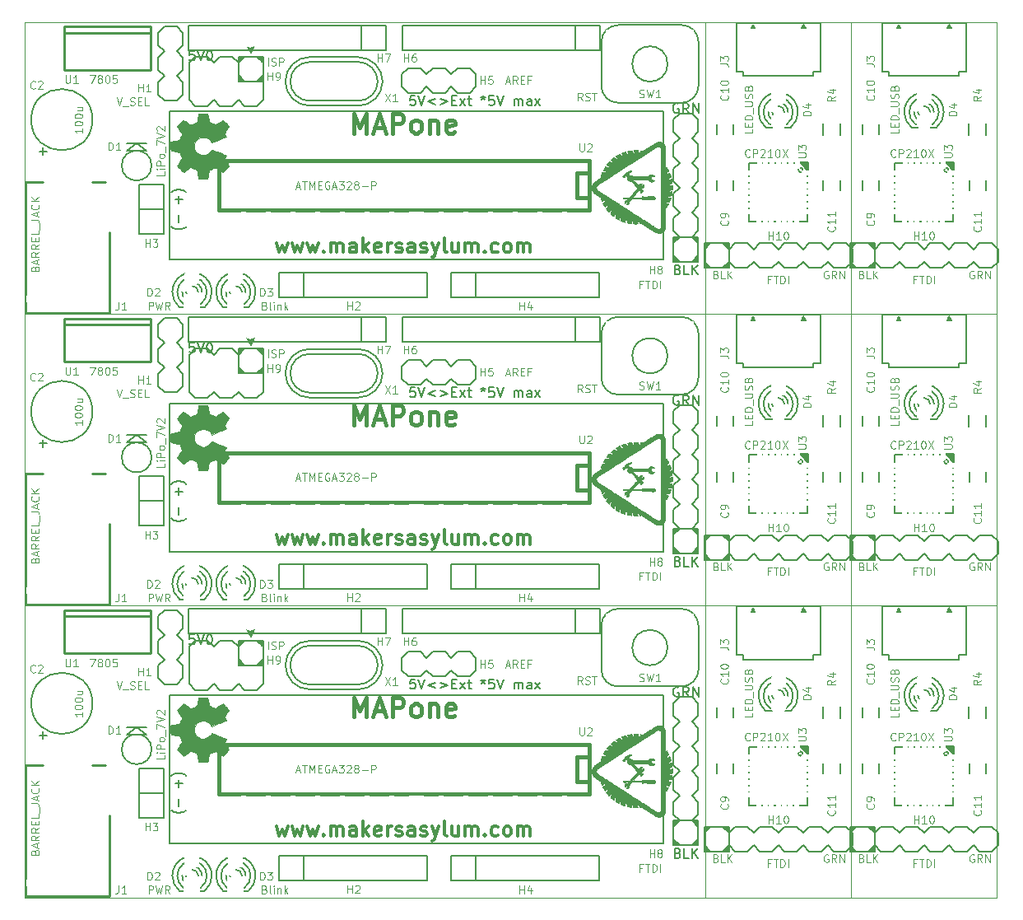
<source format=gto>
G04 #@! TF.FileFunction,Legend,Top*
%FSLAX46Y46*%
G04 Gerber Fmt 4.6, Leading zero omitted, Abs format (unit mm)*
G04 Created by KiCad (PCBNEW (2014-11-14 BZR 5284)-product) date Mon Dec  1 16:34:46 2014*
%MOMM*%
G01*
G04 APERTURE LIST*
%ADD10C,0.100000*%
%ADD11C,0.150000*%
%ADD12C,0.300000*%
%ADD13C,0.400000*%
%ADD14C,0.127000*%
%ADD15C,0.200660*%
%ADD16C,0.152400*%
%ADD17C,0.254000*%
%ADD18C,0.381000*%
%ADD19C,0.002540*%
%ADD20C,3.048000*%
%ADD21R,0.492760X0.942340*%
%ADD22R,0.942340X0.492760*%
%ADD23R,2.042160X2.042160*%
%ADD24R,1.300000X1.500000*%
%ADD25R,0.406400X1.371600*%
%ADD26R,1.600200X1.422400*%
%ADD27R,1.905000X1.905000*%
%ADD28C,1.905000*%
%ADD29R,1.524000X1.524000*%
%ADD30C,1.524000*%
%ADD31C,1.676400*%
%ADD32R,1.250000X1.500000*%
%ADD33C,1.778000*%
%ADD34R,1.778000X1.778000*%
%ADD35R,2.540000X2.540000*%
%ADD36C,2.540000*%
%ADD37R,4.572000X3.048000*%
%ADD38O,4.572000X3.048000*%
%ADD39O,3.048000X4.572000*%
%ADD40O,1.727200X2.032000*%
%ADD41R,1.727200X2.032000*%
%ADD42R,1.676400X1.676400*%
%ADD43O,1.574800X2.286000*%
%ADD44R,1.574800X2.286000*%
%ADD45C,1.501140*%
%ADD46R,1.501140X1.501140*%
%ADD47C,1.998980*%
%ADD48R,1.998980X1.998980*%
G04 APERTURE END LIST*
D10*
X115000000Y-120000000D02*
X115000000Y-90000000D01*
X115000000Y-90000000D02*
X130000000Y-90000000D01*
X130000000Y-90000000D02*
X130000000Y-120000000D01*
X130000000Y-120000000D02*
X115000000Y-120000000D01*
X115000000Y-120000000D02*
X100000000Y-120000000D01*
X115000000Y-90000000D02*
X115000000Y-120000000D01*
X100000000Y-90000000D02*
X115000000Y-90000000D01*
X100000000Y-120000000D02*
X100000000Y-90000000D01*
X30000000Y-120000000D02*
X30000000Y-90000000D01*
X100000000Y-120000000D02*
X30000000Y-120000000D01*
X100000000Y-90000000D02*
X100000000Y-120000000D01*
X30000000Y-90000000D02*
X100000000Y-90000000D01*
D11*
X46583333Y-111011904D02*
X46535714Y-111059524D01*
X46392857Y-111154762D01*
X46297619Y-111202381D01*
X46154762Y-111250000D01*
X45916667Y-111297619D01*
X45726190Y-111297619D01*
X45488095Y-111250000D01*
X45345238Y-111202381D01*
X45250000Y-111154762D01*
X45107143Y-111059524D01*
X45059524Y-111011904D01*
X45821429Y-110630952D02*
X45821429Y-109869047D01*
X45821429Y-108630952D02*
X45821429Y-107869047D01*
X46202381Y-108249999D02*
X45440476Y-108249999D01*
X46583333Y-107488095D02*
X46535714Y-107440476D01*
X46392857Y-107345238D01*
X46297619Y-107297619D01*
X46154762Y-107250000D01*
X45916667Y-107202381D01*
X45726190Y-107202381D01*
X45488095Y-107250000D01*
X45345238Y-107297619D01*
X45250000Y-107345238D01*
X45107143Y-107440476D01*
X45059524Y-107488095D01*
D12*
X55892857Y-112678571D02*
X56178571Y-113678571D01*
X56464285Y-112964286D01*
X56750000Y-113678571D01*
X57035714Y-112678571D01*
X57464286Y-112678571D02*
X57750000Y-113678571D01*
X58035714Y-112964286D01*
X58321429Y-113678571D01*
X58607143Y-112678571D01*
X59035715Y-112678571D02*
X59321429Y-113678571D01*
X59607143Y-112964286D01*
X59892858Y-113678571D01*
X60178572Y-112678571D01*
X60750001Y-113535714D02*
X60821429Y-113607143D01*
X60750001Y-113678571D01*
X60678572Y-113607143D01*
X60750001Y-113535714D01*
X60750001Y-113678571D01*
X61464287Y-113678571D02*
X61464287Y-112678571D01*
X61464287Y-112821429D02*
X61535715Y-112750000D01*
X61678573Y-112678571D01*
X61892858Y-112678571D01*
X62035715Y-112750000D01*
X62107144Y-112892857D01*
X62107144Y-113678571D01*
X62107144Y-112892857D02*
X62178573Y-112750000D01*
X62321430Y-112678571D01*
X62535715Y-112678571D01*
X62678573Y-112750000D01*
X62750001Y-112892857D01*
X62750001Y-113678571D01*
X64107144Y-113678571D02*
X64107144Y-112892857D01*
X64035715Y-112750000D01*
X63892858Y-112678571D01*
X63607144Y-112678571D01*
X63464287Y-112750000D01*
X64107144Y-113607143D02*
X63964287Y-113678571D01*
X63607144Y-113678571D01*
X63464287Y-113607143D01*
X63392858Y-113464286D01*
X63392858Y-113321429D01*
X63464287Y-113178571D01*
X63607144Y-113107143D01*
X63964287Y-113107143D01*
X64107144Y-113035714D01*
X64821430Y-113678571D02*
X64821430Y-112178571D01*
X64964287Y-113107143D02*
X65392858Y-113678571D01*
X65392858Y-112678571D02*
X64821430Y-113250000D01*
X66607144Y-113607143D02*
X66464287Y-113678571D01*
X66178573Y-113678571D01*
X66035716Y-113607143D01*
X65964287Y-113464286D01*
X65964287Y-112892857D01*
X66035716Y-112750000D01*
X66178573Y-112678571D01*
X66464287Y-112678571D01*
X66607144Y-112750000D01*
X66678573Y-112892857D01*
X66678573Y-113035714D01*
X65964287Y-113178571D01*
X67321430Y-113678571D02*
X67321430Y-112678571D01*
X67321430Y-112964286D02*
X67392858Y-112821429D01*
X67464287Y-112750000D01*
X67607144Y-112678571D01*
X67750001Y-112678571D01*
X68178572Y-113607143D02*
X68321429Y-113678571D01*
X68607144Y-113678571D01*
X68750001Y-113607143D01*
X68821429Y-113464286D01*
X68821429Y-113392857D01*
X68750001Y-113250000D01*
X68607144Y-113178571D01*
X68392858Y-113178571D01*
X68250001Y-113107143D01*
X68178572Y-112964286D01*
X68178572Y-112892857D01*
X68250001Y-112750000D01*
X68392858Y-112678571D01*
X68607144Y-112678571D01*
X68750001Y-112750000D01*
X70107144Y-113678571D02*
X70107144Y-112892857D01*
X70035715Y-112750000D01*
X69892858Y-112678571D01*
X69607144Y-112678571D01*
X69464287Y-112750000D01*
X70107144Y-113607143D02*
X69964287Y-113678571D01*
X69607144Y-113678571D01*
X69464287Y-113607143D01*
X69392858Y-113464286D01*
X69392858Y-113321429D01*
X69464287Y-113178571D01*
X69607144Y-113107143D01*
X69964287Y-113107143D01*
X70107144Y-113035714D01*
X70750001Y-113607143D02*
X70892858Y-113678571D01*
X71178573Y-113678571D01*
X71321430Y-113607143D01*
X71392858Y-113464286D01*
X71392858Y-113392857D01*
X71321430Y-113250000D01*
X71178573Y-113178571D01*
X70964287Y-113178571D01*
X70821430Y-113107143D01*
X70750001Y-112964286D01*
X70750001Y-112892857D01*
X70821430Y-112750000D01*
X70964287Y-112678571D01*
X71178573Y-112678571D01*
X71321430Y-112750000D01*
X71892859Y-112678571D02*
X72250002Y-113678571D01*
X72607144Y-112678571D02*
X72250002Y-113678571D01*
X72107144Y-114035714D01*
X72035716Y-114107143D01*
X71892859Y-114178571D01*
X73392859Y-113678571D02*
X73250001Y-113607143D01*
X73178573Y-113464286D01*
X73178573Y-112178571D01*
X74607144Y-112678571D02*
X74607144Y-113678571D01*
X73964287Y-112678571D02*
X73964287Y-113464286D01*
X74035715Y-113607143D01*
X74178573Y-113678571D01*
X74392858Y-113678571D01*
X74535715Y-113607143D01*
X74607144Y-113535714D01*
X75321430Y-113678571D02*
X75321430Y-112678571D01*
X75321430Y-112821429D02*
X75392858Y-112750000D01*
X75535716Y-112678571D01*
X75750001Y-112678571D01*
X75892858Y-112750000D01*
X75964287Y-112892857D01*
X75964287Y-113678571D01*
X75964287Y-112892857D02*
X76035716Y-112750000D01*
X76178573Y-112678571D01*
X76392858Y-112678571D01*
X76535716Y-112750000D01*
X76607144Y-112892857D01*
X76607144Y-113678571D01*
X77321430Y-113535714D02*
X77392858Y-113607143D01*
X77321430Y-113678571D01*
X77250001Y-113607143D01*
X77321430Y-113535714D01*
X77321430Y-113678571D01*
X78678573Y-113607143D02*
X78535716Y-113678571D01*
X78250002Y-113678571D01*
X78107144Y-113607143D01*
X78035716Y-113535714D01*
X77964287Y-113392857D01*
X77964287Y-112964286D01*
X78035716Y-112821429D01*
X78107144Y-112750000D01*
X78250002Y-112678571D01*
X78535716Y-112678571D01*
X78678573Y-112750000D01*
X79535716Y-113678571D02*
X79392858Y-113607143D01*
X79321430Y-113535714D01*
X79250001Y-113392857D01*
X79250001Y-112964286D01*
X79321430Y-112821429D01*
X79392858Y-112750000D01*
X79535716Y-112678571D01*
X79750001Y-112678571D01*
X79892858Y-112750000D01*
X79964287Y-112821429D01*
X80035716Y-112964286D01*
X80035716Y-113392857D01*
X79964287Y-113535714D01*
X79892858Y-113607143D01*
X79750001Y-113678571D01*
X79535716Y-113678571D01*
X80678573Y-113678571D02*
X80678573Y-112678571D01*
X80678573Y-112821429D02*
X80750001Y-112750000D01*
X80892859Y-112678571D01*
X81107144Y-112678571D01*
X81250001Y-112750000D01*
X81321430Y-112892857D01*
X81321430Y-113678571D01*
X81321430Y-112892857D02*
X81392859Y-112750000D01*
X81535716Y-112678571D01*
X81750001Y-112678571D01*
X81892859Y-112750000D01*
X81964287Y-112892857D01*
X81964287Y-113678571D01*
D13*
X63809523Y-101404762D02*
X63809523Y-99404762D01*
X64476190Y-100833333D01*
X65142857Y-99404762D01*
X65142857Y-101404762D01*
X65999999Y-100833333D02*
X66952380Y-100833333D01*
X65809523Y-101404762D02*
X66476190Y-99404762D01*
X67142857Y-101404762D01*
X67809523Y-101404762D02*
X67809523Y-99404762D01*
X68571428Y-99404762D01*
X68761904Y-99500000D01*
X68857143Y-99595238D01*
X68952381Y-99785714D01*
X68952381Y-100071429D01*
X68857143Y-100261905D01*
X68761904Y-100357143D01*
X68571428Y-100452381D01*
X67809523Y-100452381D01*
X70095238Y-101404762D02*
X69904762Y-101309524D01*
X69809523Y-101214286D01*
X69714285Y-101023810D01*
X69714285Y-100452381D01*
X69809523Y-100261905D01*
X69904762Y-100166667D01*
X70095238Y-100071429D01*
X70380952Y-100071429D01*
X70571428Y-100166667D01*
X70666666Y-100261905D01*
X70761904Y-100452381D01*
X70761904Y-101023810D01*
X70666666Y-101214286D01*
X70571428Y-101309524D01*
X70380952Y-101404762D01*
X70095238Y-101404762D01*
X71619047Y-100071429D02*
X71619047Y-101404762D01*
X71619047Y-100261905D02*
X71714286Y-100166667D01*
X71904762Y-100071429D01*
X72190476Y-100071429D01*
X72380952Y-100166667D01*
X72476190Y-100357143D01*
X72476190Y-101404762D01*
X74190476Y-101309524D02*
X74000000Y-101404762D01*
X73619048Y-101404762D01*
X73428571Y-101309524D01*
X73333333Y-101119048D01*
X73333333Y-100357143D01*
X73428571Y-100166667D01*
X73619048Y-100071429D01*
X74000000Y-100071429D01*
X74190476Y-100166667D01*
X74285714Y-100357143D01*
X74285714Y-100547619D01*
X73333333Y-100738095D01*
D11*
X70157143Y-97552381D02*
X69680952Y-97552381D01*
X69633333Y-98028571D01*
X69680952Y-97980952D01*
X69776190Y-97933333D01*
X70014286Y-97933333D01*
X70109524Y-97980952D01*
X70157143Y-98028571D01*
X70204762Y-98123810D01*
X70204762Y-98361905D01*
X70157143Y-98457143D01*
X70109524Y-98504762D01*
X70014286Y-98552381D01*
X69776190Y-98552381D01*
X69680952Y-98504762D01*
X69633333Y-98457143D01*
X70490476Y-97552381D02*
X70823809Y-98552381D01*
X71157143Y-97552381D01*
X72252381Y-97885714D02*
X71490476Y-98171429D01*
X72252381Y-98457143D01*
X72728571Y-97885714D02*
X73490476Y-98171429D01*
X72728571Y-98457143D01*
X73966666Y-98028571D02*
X74300000Y-98028571D01*
X74442857Y-98552381D02*
X73966666Y-98552381D01*
X73966666Y-97552381D01*
X74442857Y-97552381D01*
X74776190Y-98552381D02*
X75300000Y-97885714D01*
X74776190Y-97885714D02*
X75300000Y-98552381D01*
X75538095Y-97885714D02*
X75919047Y-97885714D01*
X75680952Y-97552381D02*
X75680952Y-98409524D01*
X75728571Y-98504762D01*
X75823809Y-98552381D01*
X75919047Y-98552381D01*
X77157143Y-97552381D02*
X77157143Y-97790476D01*
X76919048Y-97695238D02*
X77157143Y-97790476D01*
X77395239Y-97695238D01*
X77014286Y-97980952D02*
X77157143Y-97790476D01*
X77300001Y-97980952D01*
X78252382Y-97552381D02*
X77776191Y-97552381D01*
X77728572Y-98028571D01*
X77776191Y-97980952D01*
X77871429Y-97933333D01*
X78109525Y-97933333D01*
X78204763Y-97980952D01*
X78252382Y-98028571D01*
X78300001Y-98123810D01*
X78300001Y-98361905D01*
X78252382Y-98457143D01*
X78204763Y-98504762D01*
X78109525Y-98552381D01*
X77871429Y-98552381D01*
X77776191Y-98504762D01*
X77728572Y-98457143D01*
X78585715Y-97552381D02*
X78919048Y-98552381D01*
X79252382Y-97552381D01*
X80347620Y-98552381D02*
X80347620Y-97885714D01*
X80347620Y-97980952D02*
X80395239Y-97933333D01*
X80490477Y-97885714D01*
X80633335Y-97885714D01*
X80728573Y-97933333D01*
X80776192Y-98028571D01*
X80776192Y-98552381D01*
X80776192Y-98028571D02*
X80823811Y-97933333D01*
X80919049Y-97885714D01*
X81061906Y-97885714D01*
X81157144Y-97933333D01*
X81204763Y-98028571D01*
X81204763Y-98552381D01*
X82109525Y-98552381D02*
X82109525Y-98028571D01*
X82061906Y-97933333D01*
X81966668Y-97885714D01*
X81776191Y-97885714D01*
X81680953Y-97933333D01*
X82109525Y-98504762D02*
X82014287Y-98552381D01*
X81776191Y-98552381D01*
X81680953Y-98504762D01*
X81633334Y-98409524D01*
X81633334Y-98314286D01*
X81680953Y-98219048D01*
X81776191Y-98171429D01*
X82014287Y-98171429D01*
X82109525Y-98123810D01*
X82490477Y-98552381D02*
X83014287Y-97885714D01*
X82490477Y-97885714D02*
X83014287Y-98552381D01*
X70157143Y-67552381D02*
X69680952Y-67552381D01*
X69633333Y-68028571D01*
X69680952Y-67980952D01*
X69776190Y-67933333D01*
X70014286Y-67933333D01*
X70109524Y-67980952D01*
X70157143Y-68028571D01*
X70204762Y-68123810D01*
X70204762Y-68361905D01*
X70157143Y-68457143D01*
X70109524Y-68504762D01*
X70014286Y-68552381D01*
X69776190Y-68552381D01*
X69680952Y-68504762D01*
X69633333Y-68457143D01*
X70490476Y-67552381D02*
X70823809Y-68552381D01*
X71157143Y-67552381D01*
X72252381Y-67885714D02*
X71490476Y-68171429D01*
X72252381Y-68457143D01*
X72728571Y-67885714D02*
X73490476Y-68171429D01*
X72728571Y-68457143D01*
X73966666Y-68028571D02*
X74300000Y-68028571D01*
X74442857Y-68552381D02*
X73966666Y-68552381D01*
X73966666Y-67552381D01*
X74442857Y-67552381D01*
X74776190Y-68552381D02*
X75300000Y-67885714D01*
X74776190Y-67885714D02*
X75300000Y-68552381D01*
X75538095Y-67885714D02*
X75919047Y-67885714D01*
X75680952Y-67552381D02*
X75680952Y-68409524D01*
X75728571Y-68504762D01*
X75823809Y-68552381D01*
X75919047Y-68552381D01*
X77157143Y-67552381D02*
X77157143Y-67790476D01*
X76919048Y-67695238D02*
X77157143Y-67790476D01*
X77395239Y-67695238D01*
X77014286Y-67980952D02*
X77157143Y-67790476D01*
X77300001Y-67980952D01*
X78252382Y-67552381D02*
X77776191Y-67552381D01*
X77728572Y-68028571D01*
X77776191Y-67980952D01*
X77871429Y-67933333D01*
X78109525Y-67933333D01*
X78204763Y-67980952D01*
X78252382Y-68028571D01*
X78300001Y-68123810D01*
X78300001Y-68361905D01*
X78252382Y-68457143D01*
X78204763Y-68504762D01*
X78109525Y-68552381D01*
X77871429Y-68552381D01*
X77776191Y-68504762D01*
X77728572Y-68457143D01*
X78585715Y-67552381D02*
X78919048Y-68552381D01*
X79252382Y-67552381D01*
X80347620Y-68552381D02*
X80347620Y-67885714D01*
X80347620Y-67980952D02*
X80395239Y-67933333D01*
X80490477Y-67885714D01*
X80633335Y-67885714D01*
X80728573Y-67933333D01*
X80776192Y-68028571D01*
X80776192Y-68552381D01*
X80776192Y-68028571D02*
X80823811Y-67933333D01*
X80919049Y-67885714D01*
X81061906Y-67885714D01*
X81157144Y-67933333D01*
X81204763Y-68028571D01*
X81204763Y-68552381D01*
X82109525Y-68552381D02*
X82109525Y-68028571D01*
X82061906Y-67933333D01*
X81966668Y-67885714D01*
X81776191Y-67885714D01*
X81680953Y-67933333D01*
X82109525Y-68504762D02*
X82014287Y-68552381D01*
X81776191Y-68552381D01*
X81680953Y-68504762D01*
X81633334Y-68409524D01*
X81633334Y-68314286D01*
X81680953Y-68219048D01*
X81776191Y-68171429D01*
X82014287Y-68171429D01*
X82109525Y-68123810D01*
X82490477Y-68552381D02*
X83014287Y-67885714D01*
X82490477Y-67885714D02*
X83014287Y-68552381D01*
D13*
X63809523Y-71404762D02*
X63809523Y-69404762D01*
X64476190Y-70833333D01*
X65142857Y-69404762D01*
X65142857Y-71404762D01*
X65999999Y-70833333D02*
X66952380Y-70833333D01*
X65809523Y-71404762D02*
X66476190Y-69404762D01*
X67142857Y-71404762D01*
X67809523Y-71404762D02*
X67809523Y-69404762D01*
X68571428Y-69404762D01*
X68761904Y-69500000D01*
X68857143Y-69595238D01*
X68952381Y-69785714D01*
X68952381Y-70071429D01*
X68857143Y-70261905D01*
X68761904Y-70357143D01*
X68571428Y-70452381D01*
X67809523Y-70452381D01*
X70095238Y-71404762D02*
X69904762Y-71309524D01*
X69809523Y-71214286D01*
X69714285Y-71023810D01*
X69714285Y-70452381D01*
X69809523Y-70261905D01*
X69904762Y-70166667D01*
X70095238Y-70071429D01*
X70380952Y-70071429D01*
X70571428Y-70166667D01*
X70666666Y-70261905D01*
X70761904Y-70452381D01*
X70761904Y-71023810D01*
X70666666Y-71214286D01*
X70571428Y-71309524D01*
X70380952Y-71404762D01*
X70095238Y-71404762D01*
X71619047Y-70071429D02*
X71619047Y-71404762D01*
X71619047Y-70261905D02*
X71714286Y-70166667D01*
X71904762Y-70071429D01*
X72190476Y-70071429D01*
X72380952Y-70166667D01*
X72476190Y-70357143D01*
X72476190Y-71404762D01*
X74190476Y-71309524D02*
X74000000Y-71404762D01*
X73619048Y-71404762D01*
X73428571Y-71309524D01*
X73333333Y-71119048D01*
X73333333Y-70357143D01*
X73428571Y-70166667D01*
X73619048Y-70071429D01*
X74000000Y-70071429D01*
X74190476Y-70166667D01*
X74285714Y-70357143D01*
X74285714Y-70547619D01*
X73333333Y-70738095D01*
D12*
X55892857Y-82678571D02*
X56178571Y-83678571D01*
X56464285Y-82964286D01*
X56750000Y-83678571D01*
X57035714Y-82678571D01*
X57464286Y-82678571D02*
X57750000Y-83678571D01*
X58035714Y-82964286D01*
X58321429Y-83678571D01*
X58607143Y-82678571D01*
X59035715Y-82678571D02*
X59321429Y-83678571D01*
X59607143Y-82964286D01*
X59892858Y-83678571D01*
X60178572Y-82678571D01*
X60750001Y-83535714D02*
X60821429Y-83607143D01*
X60750001Y-83678571D01*
X60678572Y-83607143D01*
X60750001Y-83535714D01*
X60750001Y-83678571D01*
X61464287Y-83678571D02*
X61464287Y-82678571D01*
X61464287Y-82821429D02*
X61535715Y-82750000D01*
X61678573Y-82678571D01*
X61892858Y-82678571D01*
X62035715Y-82750000D01*
X62107144Y-82892857D01*
X62107144Y-83678571D01*
X62107144Y-82892857D02*
X62178573Y-82750000D01*
X62321430Y-82678571D01*
X62535715Y-82678571D01*
X62678573Y-82750000D01*
X62750001Y-82892857D01*
X62750001Y-83678571D01*
X64107144Y-83678571D02*
X64107144Y-82892857D01*
X64035715Y-82750000D01*
X63892858Y-82678571D01*
X63607144Y-82678571D01*
X63464287Y-82750000D01*
X64107144Y-83607143D02*
X63964287Y-83678571D01*
X63607144Y-83678571D01*
X63464287Y-83607143D01*
X63392858Y-83464286D01*
X63392858Y-83321429D01*
X63464287Y-83178571D01*
X63607144Y-83107143D01*
X63964287Y-83107143D01*
X64107144Y-83035714D01*
X64821430Y-83678571D02*
X64821430Y-82178571D01*
X64964287Y-83107143D02*
X65392858Y-83678571D01*
X65392858Y-82678571D02*
X64821430Y-83250000D01*
X66607144Y-83607143D02*
X66464287Y-83678571D01*
X66178573Y-83678571D01*
X66035716Y-83607143D01*
X65964287Y-83464286D01*
X65964287Y-82892857D01*
X66035716Y-82750000D01*
X66178573Y-82678571D01*
X66464287Y-82678571D01*
X66607144Y-82750000D01*
X66678573Y-82892857D01*
X66678573Y-83035714D01*
X65964287Y-83178571D01*
X67321430Y-83678571D02*
X67321430Y-82678571D01*
X67321430Y-82964286D02*
X67392858Y-82821429D01*
X67464287Y-82750000D01*
X67607144Y-82678571D01*
X67750001Y-82678571D01*
X68178572Y-83607143D02*
X68321429Y-83678571D01*
X68607144Y-83678571D01*
X68750001Y-83607143D01*
X68821429Y-83464286D01*
X68821429Y-83392857D01*
X68750001Y-83250000D01*
X68607144Y-83178571D01*
X68392858Y-83178571D01*
X68250001Y-83107143D01*
X68178572Y-82964286D01*
X68178572Y-82892857D01*
X68250001Y-82750000D01*
X68392858Y-82678571D01*
X68607144Y-82678571D01*
X68750001Y-82750000D01*
X70107144Y-83678571D02*
X70107144Y-82892857D01*
X70035715Y-82750000D01*
X69892858Y-82678571D01*
X69607144Y-82678571D01*
X69464287Y-82750000D01*
X70107144Y-83607143D02*
X69964287Y-83678571D01*
X69607144Y-83678571D01*
X69464287Y-83607143D01*
X69392858Y-83464286D01*
X69392858Y-83321429D01*
X69464287Y-83178571D01*
X69607144Y-83107143D01*
X69964287Y-83107143D01*
X70107144Y-83035714D01*
X70750001Y-83607143D02*
X70892858Y-83678571D01*
X71178573Y-83678571D01*
X71321430Y-83607143D01*
X71392858Y-83464286D01*
X71392858Y-83392857D01*
X71321430Y-83250000D01*
X71178573Y-83178571D01*
X70964287Y-83178571D01*
X70821430Y-83107143D01*
X70750001Y-82964286D01*
X70750001Y-82892857D01*
X70821430Y-82750000D01*
X70964287Y-82678571D01*
X71178573Y-82678571D01*
X71321430Y-82750000D01*
X71892859Y-82678571D02*
X72250002Y-83678571D01*
X72607144Y-82678571D02*
X72250002Y-83678571D01*
X72107144Y-84035714D01*
X72035716Y-84107143D01*
X71892859Y-84178571D01*
X73392859Y-83678571D02*
X73250001Y-83607143D01*
X73178573Y-83464286D01*
X73178573Y-82178571D01*
X74607144Y-82678571D02*
X74607144Y-83678571D01*
X73964287Y-82678571D02*
X73964287Y-83464286D01*
X74035715Y-83607143D01*
X74178573Y-83678571D01*
X74392858Y-83678571D01*
X74535715Y-83607143D01*
X74607144Y-83535714D01*
X75321430Y-83678571D02*
X75321430Y-82678571D01*
X75321430Y-82821429D02*
X75392858Y-82750000D01*
X75535716Y-82678571D01*
X75750001Y-82678571D01*
X75892858Y-82750000D01*
X75964287Y-82892857D01*
X75964287Y-83678571D01*
X75964287Y-82892857D02*
X76035716Y-82750000D01*
X76178573Y-82678571D01*
X76392858Y-82678571D01*
X76535716Y-82750000D01*
X76607144Y-82892857D01*
X76607144Y-83678571D01*
X77321430Y-83535714D02*
X77392858Y-83607143D01*
X77321430Y-83678571D01*
X77250001Y-83607143D01*
X77321430Y-83535714D01*
X77321430Y-83678571D01*
X78678573Y-83607143D02*
X78535716Y-83678571D01*
X78250002Y-83678571D01*
X78107144Y-83607143D01*
X78035716Y-83535714D01*
X77964287Y-83392857D01*
X77964287Y-82964286D01*
X78035716Y-82821429D01*
X78107144Y-82750000D01*
X78250002Y-82678571D01*
X78535716Y-82678571D01*
X78678573Y-82750000D01*
X79535716Y-83678571D02*
X79392858Y-83607143D01*
X79321430Y-83535714D01*
X79250001Y-83392857D01*
X79250001Y-82964286D01*
X79321430Y-82821429D01*
X79392858Y-82750000D01*
X79535716Y-82678571D01*
X79750001Y-82678571D01*
X79892858Y-82750000D01*
X79964287Y-82821429D01*
X80035716Y-82964286D01*
X80035716Y-83392857D01*
X79964287Y-83535714D01*
X79892858Y-83607143D01*
X79750001Y-83678571D01*
X79535716Y-83678571D01*
X80678573Y-83678571D02*
X80678573Y-82678571D01*
X80678573Y-82821429D02*
X80750001Y-82750000D01*
X80892859Y-82678571D01*
X81107144Y-82678571D01*
X81250001Y-82750000D01*
X81321430Y-82892857D01*
X81321430Y-83678571D01*
X81321430Y-82892857D02*
X81392859Y-82750000D01*
X81535716Y-82678571D01*
X81750001Y-82678571D01*
X81892859Y-82750000D01*
X81964287Y-82892857D01*
X81964287Y-83678571D01*
D11*
X46583333Y-81011904D02*
X46535714Y-81059524D01*
X46392857Y-81154762D01*
X46297619Y-81202381D01*
X46154762Y-81250000D01*
X45916667Y-81297619D01*
X45726190Y-81297619D01*
X45488095Y-81250000D01*
X45345238Y-81202381D01*
X45250000Y-81154762D01*
X45107143Y-81059524D01*
X45059524Y-81011904D01*
X45821429Y-80630952D02*
X45821429Y-79869047D01*
X45821429Y-78630952D02*
X45821429Y-77869047D01*
X46202381Y-78249999D02*
X45440476Y-78249999D01*
X46583333Y-77488095D02*
X46535714Y-77440476D01*
X46392857Y-77345238D01*
X46297619Y-77297619D01*
X46154762Y-77250000D01*
X45916667Y-77202381D01*
X45726190Y-77202381D01*
X45488095Y-77250000D01*
X45345238Y-77297619D01*
X45250000Y-77345238D01*
X45107143Y-77440476D01*
X45059524Y-77488095D01*
D10*
X30000000Y-60000000D02*
X100000000Y-60000000D01*
X100000000Y-60000000D02*
X100000000Y-90000000D01*
X100000000Y-90000000D02*
X30000000Y-90000000D01*
X30000000Y-90000000D02*
X30000000Y-60000000D01*
X100000000Y-90000000D02*
X100000000Y-60000000D01*
X100000000Y-60000000D02*
X115000000Y-60000000D01*
X115000000Y-60000000D02*
X115000000Y-90000000D01*
X115000000Y-90000000D02*
X100000000Y-90000000D01*
X130000000Y-90000000D02*
X115000000Y-90000000D01*
X130000000Y-60000000D02*
X130000000Y-90000000D01*
X115000000Y-60000000D02*
X130000000Y-60000000D01*
X115000000Y-90000000D02*
X115000000Y-60000000D01*
X115000000Y-60000000D02*
X115000000Y-30000000D01*
X115000000Y-30000000D02*
X130000000Y-30000000D01*
X130000000Y-30000000D02*
X130000000Y-60000000D01*
X130000000Y-60000000D02*
X115000000Y-60000000D01*
X115000000Y-60000000D02*
X100000000Y-60000000D01*
X115000000Y-30000000D02*
X115000000Y-60000000D01*
X100000000Y-30000000D02*
X115000000Y-30000000D01*
X100000000Y-60000000D02*
X100000000Y-30000000D01*
X30000000Y-60000000D02*
X30000000Y-30000000D01*
X100000000Y-60000000D02*
X30000000Y-60000000D01*
X100000000Y-30000000D02*
X100000000Y-60000000D01*
X30000000Y-30000000D02*
X100000000Y-30000000D01*
D11*
X46583333Y-51011904D02*
X46535714Y-51059524D01*
X46392857Y-51154762D01*
X46297619Y-51202381D01*
X46154762Y-51250000D01*
X45916667Y-51297619D01*
X45726190Y-51297619D01*
X45488095Y-51250000D01*
X45345238Y-51202381D01*
X45250000Y-51154762D01*
X45107143Y-51059524D01*
X45059524Y-51011904D01*
X45821429Y-50630952D02*
X45821429Y-49869047D01*
X45821429Y-48630952D02*
X45821429Y-47869047D01*
X46202381Y-48249999D02*
X45440476Y-48249999D01*
X46583333Y-47488095D02*
X46535714Y-47440476D01*
X46392857Y-47345238D01*
X46297619Y-47297619D01*
X46154762Y-47250000D01*
X45916667Y-47202381D01*
X45726190Y-47202381D01*
X45488095Y-47250000D01*
X45345238Y-47297619D01*
X45250000Y-47345238D01*
X45107143Y-47440476D01*
X45059524Y-47488095D01*
D12*
X55892857Y-52678571D02*
X56178571Y-53678571D01*
X56464285Y-52964286D01*
X56750000Y-53678571D01*
X57035714Y-52678571D01*
X57464286Y-52678571D02*
X57750000Y-53678571D01*
X58035714Y-52964286D01*
X58321429Y-53678571D01*
X58607143Y-52678571D01*
X59035715Y-52678571D02*
X59321429Y-53678571D01*
X59607143Y-52964286D01*
X59892858Y-53678571D01*
X60178572Y-52678571D01*
X60750001Y-53535714D02*
X60821429Y-53607143D01*
X60750001Y-53678571D01*
X60678572Y-53607143D01*
X60750001Y-53535714D01*
X60750001Y-53678571D01*
X61464287Y-53678571D02*
X61464287Y-52678571D01*
X61464287Y-52821429D02*
X61535715Y-52750000D01*
X61678573Y-52678571D01*
X61892858Y-52678571D01*
X62035715Y-52750000D01*
X62107144Y-52892857D01*
X62107144Y-53678571D01*
X62107144Y-52892857D02*
X62178573Y-52750000D01*
X62321430Y-52678571D01*
X62535715Y-52678571D01*
X62678573Y-52750000D01*
X62750001Y-52892857D01*
X62750001Y-53678571D01*
X64107144Y-53678571D02*
X64107144Y-52892857D01*
X64035715Y-52750000D01*
X63892858Y-52678571D01*
X63607144Y-52678571D01*
X63464287Y-52750000D01*
X64107144Y-53607143D02*
X63964287Y-53678571D01*
X63607144Y-53678571D01*
X63464287Y-53607143D01*
X63392858Y-53464286D01*
X63392858Y-53321429D01*
X63464287Y-53178571D01*
X63607144Y-53107143D01*
X63964287Y-53107143D01*
X64107144Y-53035714D01*
X64821430Y-53678571D02*
X64821430Y-52178571D01*
X64964287Y-53107143D02*
X65392858Y-53678571D01*
X65392858Y-52678571D02*
X64821430Y-53250000D01*
X66607144Y-53607143D02*
X66464287Y-53678571D01*
X66178573Y-53678571D01*
X66035716Y-53607143D01*
X65964287Y-53464286D01*
X65964287Y-52892857D01*
X66035716Y-52750000D01*
X66178573Y-52678571D01*
X66464287Y-52678571D01*
X66607144Y-52750000D01*
X66678573Y-52892857D01*
X66678573Y-53035714D01*
X65964287Y-53178571D01*
X67321430Y-53678571D02*
X67321430Y-52678571D01*
X67321430Y-52964286D02*
X67392858Y-52821429D01*
X67464287Y-52750000D01*
X67607144Y-52678571D01*
X67750001Y-52678571D01*
X68178572Y-53607143D02*
X68321429Y-53678571D01*
X68607144Y-53678571D01*
X68750001Y-53607143D01*
X68821429Y-53464286D01*
X68821429Y-53392857D01*
X68750001Y-53250000D01*
X68607144Y-53178571D01*
X68392858Y-53178571D01*
X68250001Y-53107143D01*
X68178572Y-52964286D01*
X68178572Y-52892857D01*
X68250001Y-52750000D01*
X68392858Y-52678571D01*
X68607144Y-52678571D01*
X68750001Y-52750000D01*
X70107144Y-53678571D02*
X70107144Y-52892857D01*
X70035715Y-52750000D01*
X69892858Y-52678571D01*
X69607144Y-52678571D01*
X69464287Y-52750000D01*
X70107144Y-53607143D02*
X69964287Y-53678571D01*
X69607144Y-53678571D01*
X69464287Y-53607143D01*
X69392858Y-53464286D01*
X69392858Y-53321429D01*
X69464287Y-53178571D01*
X69607144Y-53107143D01*
X69964287Y-53107143D01*
X70107144Y-53035714D01*
X70750001Y-53607143D02*
X70892858Y-53678571D01*
X71178573Y-53678571D01*
X71321430Y-53607143D01*
X71392858Y-53464286D01*
X71392858Y-53392857D01*
X71321430Y-53250000D01*
X71178573Y-53178571D01*
X70964287Y-53178571D01*
X70821430Y-53107143D01*
X70750001Y-52964286D01*
X70750001Y-52892857D01*
X70821430Y-52750000D01*
X70964287Y-52678571D01*
X71178573Y-52678571D01*
X71321430Y-52750000D01*
X71892859Y-52678571D02*
X72250002Y-53678571D01*
X72607144Y-52678571D02*
X72250002Y-53678571D01*
X72107144Y-54035714D01*
X72035716Y-54107143D01*
X71892859Y-54178571D01*
X73392859Y-53678571D02*
X73250001Y-53607143D01*
X73178573Y-53464286D01*
X73178573Y-52178571D01*
X74607144Y-52678571D02*
X74607144Y-53678571D01*
X73964287Y-52678571D02*
X73964287Y-53464286D01*
X74035715Y-53607143D01*
X74178573Y-53678571D01*
X74392858Y-53678571D01*
X74535715Y-53607143D01*
X74607144Y-53535714D01*
X75321430Y-53678571D02*
X75321430Y-52678571D01*
X75321430Y-52821429D02*
X75392858Y-52750000D01*
X75535716Y-52678571D01*
X75750001Y-52678571D01*
X75892858Y-52750000D01*
X75964287Y-52892857D01*
X75964287Y-53678571D01*
X75964287Y-52892857D02*
X76035716Y-52750000D01*
X76178573Y-52678571D01*
X76392858Y-52678571D01*
X76535716Y-52750000D01*
X76607144Y-52892857D01*
X76607144Y-53678571D01*
X77321430Y-53535714D02*
X77392858Y-53607143D01*
X77321430Y-53678571D01*
X77250001Y-53607143D01*
X77321430Y-53535714D01*
X77321430Y-53678571D01*
X78678573Y-53607143D02*
X78535716Y-53678571D01*
X78250002Y-53678571D01*
X78107144Y-53607143D01*
X78035716Y-53535714D01*
X77964287Y-53392857D01*
X77964287Y-52964286D01*
X78035716Y-52821429D01*
X78107144Y-52750000D01*
X78250002Y-52678571D01*
X78535716Y-52678571D01*
X78678573Y-52750000D01*
X79535716Y-53678571D02*
X79392858Y-53607143D01*
X79321430Y-53535714D01*
X79250001Y-53392857D01*
X79250001Y-52964286D01*
X79321430Y-52821429D01*
X79392858Y-52750000D01*
X79535716Y-52678571D01*
X79750001Y-52678571D01*
X79892858Y-52750000D01*
X79964287Y-52821429D01*
X80035716Y-52964286D01*
X80035716Y-53392857D01*
X79964287Y-53535714D01*
X79892858Y-53607143D01*
X79750001Y-53678571D01*
X79535716Y-53678571D01*
X80678573Y-53678571D02*
X80678573Y-52678571D01*
X80678573Y-52821429D02*
X80750001Y-52750000D01*
X80892859Y-52678571D01*
X81107144Y-52678571D01*
X81250001Y-52750000D01*
X81321430Y-52892857D01*
X81321430Y-53678571D01*
X81321430Y-52892857D02*
X81392859Y-52750000D01*
X81535716Y-52678571D01*
X81750001Y-52678571D01*
X81892859Y-52750000D01*
X81964287Y-52892857D01*
X81964287Y-53678571D01*
D13*
X63809523Y-41404762D02*
X63809523Y-39404762D01*
X64476190Y-40833333D01*
X65142857Y-39404762D01*
X65142857Y-41404762D01*
X65999999Y-40833333D02*
X66952380Y-40833333D01*
X65809523Y-41404762D02*
X66476190Y-39404762D01*
X67142857Y-41404762D01*
X67809523Y-41404762D02*
X67809523Y-39404762D01*
X68571428Y-39404762D01*
X68761904Y-39500000D01*
X68857143Y-39595238D01*
X68952381Y-39785714D01*
X68952381Y-40071429D01*
X68857143Y-40261905D01*
X68761904Y-40357143D01*
X68571428Y-40452381D01*
X67809523Y-40452381D01*
X70095238Y-41404762D02*
X69904762Y-41309524D01*
X69809523Y-41214286D01*
X69714285Y-41023810D01*
X69714285Y-40452381D01*
X69809523Y-40261905D01*
X69904762Y-40166667D01*
X70095238Y-40071429D01*
X70380952Y-40071429D01*
X70571428Y-40166667D01*
X70666666Y-40261905D01*
X70761904Y-40452381D01*
X70761904Y-41023810D01*
X70666666Y-41214286D01*
X70571428Y-41309524D01*
X70380952Y-41404762D01*
X70095238Y-41404762D01*
X71619047Y-40071429D02*
X71619047Y-41404762D01*
X71619047Y-40261905D02*
X71714286Y-40166667D01*
X71904762Y-40071429D01*
X72190476Y-40071429D01*
X72380952Y-40166667D01*
X72476190Y-40357143D01*
X72476190Y-41404762D01*
X74190476Y-41309524D02*
X74000000Y-41404762D01*
X73619048Y-41404762D01*
X73428571Y-41309524D01*
X73333333Y-41119048D01*
X73333333Y-40357143D01*
X73428571Y-40166667D01*
X73619048Y-40071429D01*
X74000000Y-40071429D01*
X74190476Y-40166667D01*
X74285714Y-40357143D01*
X74285714Y-40547619D01*
X73333333Y-40738095D01*
D11*
X70157143Y-37552381D02*
X69680952Y-37552381D01*
X69633333Y-38028571D01*
X69680952Y-37980952D01*
X69776190Y-37933333D01*
X70014286Y-37933333D01*
X70109524Y-37980952D01*
X70157143Y-38028571D01*
X70204762Y-38123810D01*
X70204762Y-38361905D01*
X70157143Y-38457143D01*
X70109524Y-38504762D01*
X70014286Y-38552381D01*
X69776190Y-38552381D01*
X69680952Y-38504762D01*
X69633333Y-38457143D01*
X70490476Y-37552381D02*
X70823809Y-38552381D01*
X71157143Y-37552381D01*
X72252381Y-37885714D02*
X71490476Y-38171429D01*
X72252381Y-38457143D01*
X72728571Y-37885714D02*
X73490476Y-38171429D01*
X72728571Y-38457143D01*
X73966666Y-38028571D02*
X74300000Y-38028571D01*
X74442857Y-38552381D02*
X73966666Y-38552381D01*
X73966666Y-37552381D01*
X74442857Y-37552381D01*
X74776190Y-38552381D02*
X75300000Y-37885714D01*
X74776190Y-37885714D02*
X75300000Y-38552381D01*
X75538095Y-37885714D02*
X75919047Y-37885714D01*
X75680952Y-37552381D02*
X75680952Y-38409524D01*
X75728571Y-38504762D01*
X75823809Y-38552381D01*
X75919047Y-38552381D01*
X77157143Y-37552381D02*
X77157143Y-37790476D01*
X76919048Y-37695238D02*
X77157143Y-37790476D01*
X77395239Y-37695238D01*
X77014286Y-37980952D02*
X77157143Y-37790476D01*
X77300001Y-37980952D01*
X78252382Y-37552381D02*
X77776191Y-37552381D01*
X77728572Y-38028571D01*
X77776191Y-37980952D01*
X77871429Y-37933333D01*
X78109525Y-37933333D01*
X78204763Y-37980952D01*
X78252382Y-38028571D01*
X78300001Y-38123810D01*
X78300001Y-38361905D01*
X78252382Y-38457143D01*
X78204763Y-38504762D01*
X78109525Y-38552381D01*
X77871429Y-38552381D01*
X77776191Y-38504762D01*
X77728572Y-38457143D01*
X78585715Y-37552381D02*
X78919048Y-38552381D01*
X79252382Y-37552381D01*
X80347620Y-38552381D02*
X80347620Y-37885714D01*
X80347620Y-37980952D02*
X80395239Y-37933333D01*
X80490477Y-37885714D01*
X80633335Y-37885714D01*
X80728573Y-37933333D01*
X80776192Y-38028571D01*
X80776192Y-38552381D01*
X80776192Y-38028571D02*
X80823811Y-37933333D01*
X80919049Y-37885714D01*
X81061906Y-37885714D01*
X81157144Y-37933333D01*
X81204763Y-38028571D01*
X81204763Y-38552381D01*
X82109525Y-38552381D02*
X82109525Y-38028571D01*
X82061906Y-37933333D01*
X81966668Y-37885714D01*
X81776191Y-37885714D01*
X81680953Y-37933333D01*
X82109525Y-38504762D02*
X82014287Y-38552381D01*
X81776191Y-38552381D01*
X81680953Y-38504762D01*
X81633334Y-38409524D01*
X81633334Y-38314286D01*
X81680953Y-38219048D01*
X81776191Y-38171429D01*
X82014287Y-38171429D01*
X82109525Y-38123810D01*
X82490477Y-38552381D02*
X83014287Y-37885714D01*
X82490477Y-37885714D02*
X83014287Y-38552381D01*
D14*
X125598800Y-105300360D02*
X124699640Y-104401200D01*
X124699640Y-104401200D02*
X125598800Y-104401200D01*
X125598800Y-104401200D02*
X125598800Y-105300360D01*
X124900300Y-104500260D02*
X125499740Y-105099700D01*
X125499740Y-105099700D02*
X125499740Y-105000640D01*
X125499740Y-105000640D02*
X124999360Y-104500260D01*
X124999360Y-104500260D02*
X125100960Y-104500260D01*
X125100960Y-104500260D02*
X125499740Y-104899040D01*
X125499740Y-104899040D02*
X125499740Y-104799980D01*
X125499740Y-104799980D02*
X125200020Y-104500260D01*
X125200020Y-104500260D02*
X125299080Y-104500260D01*
X125299080Y-104500260D02*
X125499740Y-104700920D01*
X125499740Y-110499740D02*
X119500260Y-110499740D01*
X119500260Y-110499740D02*
X119500260Y-104500260D01*
X119500260Y-104500260D02*
X125499740Y-104500260D01*
X125499740Y-104500260D02*
X125499740Y-110499740D01*
D15*
X125023892Y-105201300D02*
G75*
G03X125023892Y-105201300I-222652J0D01*
G01*
D11*
X127125000Y-101600000D02*
X127125000Y-100400000D01*
X128875000Y-100400000D02*
X128875000Y-101600000D01*
D16*
X122500000Y-95520000D02*
X118880500Y-95520000D01*
X118880500Y-95520000D02*
X118880500Y-95075500D01*
X126119500Y-95520000D02*
X126119500Y-95075500D01*
X122500000Y-95520000D02*
X126119500Y-95520000D01*
X126119500Y-95075500D02*
X126818000Y-95075500D01*
X126818000Y-95075500D02*
X126818000Y-90059000D01*
X126818000Y-90059000D02*
X122500000Y-90059000D01*
X122500000Y-90059000D02*
X118182000Y-90059000D01*
X118182000Y-90059000D02*
X118182000Y-95075500D01*
X118182000Y-95075500D02*
X118880500Y-95075500D01*
X119896500Y-90630500D02*
X119896500Y-90249500D01*
X125103500Y-90630500D02*
X125103500Y-90249500D01*
X125103500Y-90630500D02*
X125294000Y-90630500D01*
X125294000Y-90630500D02*
X125103500Y-90249500D01*
X125103500Y-90249500D02*
X124913000Y-90630500D01*
X124913000Y-90630500D02*
X125103500Y-90630500D01*
X120087000Y-90630500D02*
X119706000Y-90630500D01*
X119706000Y-90630500D02*
X119896500Y-90249500D01*
X119896500Y-90249500D02*
X120087000Y-90630500D01*
X117039000Y-112793500D02*
X117039000Y-112920500D01*
X117166000Y-112793500D02*
X117166000Y-113047500D01*
X117293000Y-112793500D02*
X117293000Y-113174500D01*
X115261000Y-112793500D02*
X115261000Y-112920500D01*
X115134000Y-112793500D02*
X115134000Y-113047500D01*
X115007000Y-112793500D02*
X115007000Y-113174500D01*
X115261000Y-115206500D02*
X115261000Y-115079500D01*
X115134000Y-115206500D02*
X115134000Y-114952500D01*
X115007000Y-115206500D02*
X115007000Y-114825500D01*
X117039000Y-115206500D02*
X117039000Y-115079500D01*
X117166000Y-115206500D02*
X117166000Y-115016000D01*
X117293000Y-115206500D02*
X117293000Y-114825500D01*
X116785000Y-112730000D02*
X117356500Y-112730000D01*
X117356500Y-112730000D02*
X117420000Y-112730000D01*
X117420000Y-112730000D02*
X117420000Y-113301500D01*
X114880000Y-113365000D02*
X114880000Y-112730000D01*
X114880000Y-112730000D02*
X115515000Y-112730000D01*
X117420000Y-114635000D02*
X117420000Y-115270000D01*
X117420000Y-115270000D02*
X116785000Y-115270000D01*
X114880000Y-114635000D02*
X114880000Y-115270000D01*
X114880000Y-115270000D02*
X115515000Y-115270000D01*
X117420000Y-113365000D02*
X117420000Y-114635000D01*
X114880000Y-113365000D02*
X114880000Y-114635000D01*
X114880000Y-114635000D02*
X115515000Y-115270000D01*
X115515000Y-115270000D02*
X116785000Y-115270000D01*
X116785000Y-115270000D02*
X117420000Y-114635000D01*
X117420000Y-114635000D02*
X118055000Y-115270000D01*
X118055000Y-115270000D02*
X119325000Y-115270000D01*
X119325000Y-115270000D02*
X119960000Y-114635000D01*
X119960000Y-114635000D02*
X120595000Y-115270000D01*
X120595000Y-115270000D02*
X121865000Y-115270000D01*
X121865000Y-115270000D02*
X122500000Y-114635000D01*
X122500000Y-114635000D02*
X123135000Y-115270000D01*
X123135000Y-115270000D02*
X124405000Y-115270000D01*
X124405000Y-115270000D02*
X125040000Y-114635000D01*
X125040000Y-114635000D02*
X125675000Y-115270000D01*
X125675000Y-115270000D02*
X126945000Y-115270000D01*
X126945000Y-115270000D02*
X127580000Y-114635000D01*
X127580000Y-114635000D02*
X128215000Y-115270000D01*
X128215000Y-115270000D02*
X129485000Y-115270000D01*
X129485000Y-115270000D02*
X130120000Y-114635000D01*
X130120000Y-114635000D02*
X130120000Y-113365000D01*
X130120000Y-113365000D02*
X129485000Y-112730000D01*
X129485000Y-112730000D02*
X128215000Y-112730000D01*
X128215000Y-112730000D02*
X127580000Y-113365000D01*
X127580000Y-113365000D02*
X126945000Y-112730000D01*
X126945000Y-112730000D02*
X125675000Y-112730000D01*
X125675000Y-112730000D02*
X125040000Y-113365000D01*
X125040000Y-113365000D02*
X124405000Y-112730000D01*
X124405000Y-112730000D02*
X123135000Y-112730000D01*
X123135000Y-112730000D02*
X122500000Y-113365000D01*
X122500000Y-113365000D02*
X121865000Y-112730000D01*
X121865000Y-112730000D02*
X120595000Y-112730000D01*
X120595000Y-112730000D02*
X119960000Y-113365000D01*
X119960000Y-113365000D02*
X119325000Y-112730000D01*
X119325000Y-112730000D02*
X118055000Y-112730000D01*
X118055000Y-112730000D02*
X117420000Y-113365000D01*
X117420000Y-113365000D02*
X116785000Y-112730000D01*
X116785000Y-112730000D02*
X115515000Y-112730000D01*
X115515000Y-112730000D02*
X114880000Y-113365000D01*
D11*
X121230000Y-100828800D02*
X123770000Y-100828800D01*
X123475527Y-98083136D02*
G75*
G03X122500000Y-97730000I-975527J-1170864D01*
G01*
X122499531Y-97731889D02*
G75*
G03X121489080Y-98116080I469J-1522111D01*
G01*
X122500034Y-100776147D02*
G75*
G03X123490600Y-100409700I-34J1522147D01*
G01*
X121524473Y-100424864D02*
G75*
G03X122500000Y-100778000I975527J1170864D01*
G01*
X123387155Y-100493166D02*
G75*
G03X124024000Y-99254000I-887155J1239166D01*
G01*
X124024000Y-99253199D02*
G75*
G03X123414400Y-98034800I-1524000J-801D01*
G01*
X120977794Y-99254442D02*
G75*
G03X121565280Y-100455420I1522206J442D01*
G01*
X121563829Y-98051436D02*
G75*
G03X120976000Y-99254000I936171J-1202564D01*
G01*
X123135000Y-99254000D02*
G75*
G03X122500000Y-98619000I-635000J0D01*
G01*
X123516000Y-99254000D02*
G75*
G03X122500000Y-98238000I-1016000J0D01*
G01*
X121865000Y-99254000D02*
G75*
G03X122500000Y-99889000I635000J0D01*
G01*
X121484000Y-99254000D02*
G75*
G03X122500000Y-100270000I1016000J0D01*
G01*
X123803426Y-100812880D02*
G75*
G03X124532000Y-99254000I-1303426J1558880D01*
G01*
X124529460Y-99253025D02*
G75*
G03X123455040Y-97463300I-2029460J-975D01*
G01*
X120470614Y-99256552D02*
G75*
G03X121189360Y-100803400I2029386J2552D01*
G01*
X121490149Y-97490701D02*
G75*
G03X120468000Y-99254000I1009851J-1763299D01*
G01*
X123463347Y-97464870D02*
G75*
G03X122500000Y-97222000I-963347J-1789130D01*
G01*
X122499900Y-97223077D02*
G75*
G03X121435740Y-97524260I100J-2030923D01*
G01*
X128850000Y-107250000D02*
X128850000Y-106250000D01*
X127150000Y-106250000D02*
X127150000Y-107250000D01*
X116150000Y-100500000D02*
X116150000Y-101500000D01*
X117850000Y-101500000D02*
X117850000Y-100500000D01*
X117850000Y-107250000D02*
X117850000Y-106250000D01*
X116150000Y-106250000D02*
X116150000Y-107250000D01*
D17*
X34055000Y-91095000D02*
X34055000Y-90460000D01*
X34055000Y-90460000D02*
X42945000Y-90460000D01*
X42945000Y-90460000D02*
X42945000Y-91095000D01*
X34055000Y-94905000D02*
X34055000Y-91095000D01*
X34055000Y-91095000D02*
X42945000Y-91095000D01*
X42945000Y-91095000D02*
X42945000Y-94905000D01*
X42945000Y-94905000D02*
X34055000Y-94905000D01*
D16*
X91050000Y-90300000D02*
G75*
G03X89300000Y-92050000I0J-1750000D01*
G01*
X89300000Y-96550000D02*
X89300000Y-92050000D01*
X89300000Y-96550000D02*
G75*
G03X91050000Y-98300000I1750000J0D01*
G01*
X97550000Y-98300000D02*
X91050000Y-98300000D01*
X99300000Y-92050000D02*
X99300000Y-96550000D01*
X91050000Y-90300000D02*
X97550000Y-90300000D01*
X99300000Y-92050000D02*
G75*
G03X97550000Y-90300000I-1750000J0D01*
G01*
X97550000Y-98300000D02*
G75*
G03X99300000Y-96550000I0J1750000D01*
G01*
X96116100Y-94300000D02*
G75*
G03X96116100Y-94300000I-1816100J0D01*
G01*
D17*
X38718000Y-116064000D02*
X38718000Y-111568200D01*
X38718000Y-119874000D02*
X38718000Y-116064000D01*
X38286200Y-106412000D02*
X36965400Y-106412000D01*
X30082000Y-106412000D02*
X31834600Y-106412000D01*
X30082000Y-119112000D02*
X30082000Y-119874000D01*
X30082000Y-119874000D02*
X38718000Y-119874000D01*
X30082000Y-119112000D02*
X30082000Y-106412000D01*
D16*
X53494000Y-92417000D02*
X53494000Y-92671000D01*
X52986000Y-92417000D02*
X52986000Y-92671000D01*
X53367000Y-92417000D02*
X53367000Y-92925000D01*
X53113000Y-92417000D02*
X53113000Y-92925000D01*
X53240000Y-93179000D02*
X53240000Y-92417000D01*
X53240000Y-93179000D02*
X53621000Y-92417000D01*
X53621000Y-92417000D02*
X52859000Y-92417000D01*
X52859000Y-92417000D02*
X53240000Y-93179000D01*
X52351000Y-96100000D02*
X52351000Y-95846000D01*
X52224000Y-96100000D02*
X52224000Y-95719000D01*
X52097000Y-96100000D02*
X52097000Y-95592000D01*
X54129000Y-96100000D02*
X54129000Y-95846000D01*
X54256000Y-96100000D02*
X54256000Y-95719000D01*
X54383000Y-96100000D02*
X54383000Y-95592000D01*
X54129000Y-93560000D02*
X54129000Y-93814000D01*
X54256000Y-93560000D02*
X54256000Y-93941000D01*
X54383000Y-93560000D02*
X54383000Y-94068000D01*
X52351000Y-93560000D02*
X52351000Y-93814000D01*
X52224000Y-93560000D02*
X52224000Y-93941000D01*
X52097000Y-93560000D02*
X52097000Y-94068000D01*
X51970000Y-95465000D02*
X52605000Y-96100000D01*
X53875000Y-96100000D02*
X54510000Y-95465000D01*
X51970000Y-96100000D02*
X52605000Y-96100000D01*
X52605000Y-96100000D02*
X53875000Y-96100000D01*
X53875000Y-96100000D02*
X54510000Y-96100000D01*
X51970000Y-96100000D02*
X51970000Y-95465000D01*
X51970000Y-95465000D02*
X51970000Y-94195000D01*
X53875000Y-93560000D02*
X54510000Y-93560000D01*
X54510000Y-93560000D02*
X54510000Y-94195000D01*
X51970000Y-94195000D02*
X51970000Y-93560000D01*
X51970000Y-93560000D02*
X52605000Y-93560000D01*
X48795000Y-98640000D02*
X47525000Y-98640000D01*
X51335000Y-98640000D02*
X50065000Y-98640000D01*
X53875000Y-98640000D02*
X52605000Y-98640000D01*
X54510000Y-94195000D02*
X54510000Y-98005000D01*
X52605000Y-93560000D02*
X53875000Y-93560000D01*
X50065000Y-93560000D02*
X51335000Y-93560000D01*
X47525000Y-93560000D02*
X48795000Y-93560000D01*
X46890000Y-98005000D02*
X46890000Y-94195000D01*
X53875000Y-93560000D02*
X54510000Y-94195000D01*
X51335000Y-93560000D02*
X51970000Y-94195000D01*
X51970000Y-94195000D02*
X52605000Y-93560000D01*
X48795000Y-93560000D02*
X49430000Y-94195000D01*
X49430000Y-94195000D02*
X50065000Y-93560000D01*
X46890000Y-94195000D02*
X47525000Y-93560000D01*
X47525000Y-98640000D02*
X46890000Y-98005000D01*
X50065000Y-98640000D02*
X49430000Y-98005000D01*
X49430000Y-98005000D02*
X48795000Y-98640000D01*
X52605000Y-98640000D02*
X51970000Y-98005000D01*
X51970000Y-98005000D02*
X51335000Y-98640000D01*
X54510000Y-98005000D02*
X53875000Y-98640000D01*
D11*
X64620000Y-90330000D02*
X46840000Y-90330000D01*
X46840000Y-90330000D02*
X46840000Y-92870000D01*
X46840000Y-92870000D02*
X64620000Y-92870000D01*
X67160000Y-90330000D02*
X64620000Y-90330000D01*
X64620000Y-90330000D02*
X64620000Y-92870000D01*
X67160000Y-90330000D02*
X67160000Y-92870000D01*
X67160000Y-92870000D02*
X64620000Y-92870000D01*
X86620000Y-90330000D02*
X68840000Y-90330000D01*
X68840000Y-90330000D02*
X68840000Y-92870000D01*
X68840000Y-92870000D02*
X86620000Y-92870000D01*
X89160000Y-90330000D02*
X86620000Y-90330000D01*
X86620000Y-90330000D02*
X86620000Y-92870000D01*
X89160000Y-90330000D02*
X89160000Y-92870000D01*
X89160000Y-92870000D02*
X86620000Y-92870000D01*
X76420000Y-118270000D02*
X89120000Y-118270000D01*
X89120000Y-118270000D02*
X89120000Y-115730000D01*
X89120000Y-115730000D02*
X76420000Y-115730000D01*
X73880000Y-118270000D02*
X76420000Y-118270000D01*
X76420000Y-118270000D02*
X76420000Y-115730000D01*
X73880000Y-118270000D02*
X73880000Y-115730000D01*
X73880000Y-115730000D02*
X76420000Y-115730000D01*
X58720000Y-118270000D02*
X71420000Y-118270000D01*
X71420000Y-118270000D02*
X71420000Y-115730000D01*
X71420000Y-115730000D02*
X58720000Y-115730000D01*
X56180000Y-118270000D02*
X58720000Y-118270000D01*
X58720000Y-118270000D02*
X58720000Y-115730000D01*
X56180000Y-118270000D02*
X56180000Y-115730000D01*
X56180000Y-115730000D02*
X58720000Y-115730000D01*
D16*
X45635000Y-98060000D02*
X44365000Y-98060000D01*
X45635000Y-90440000D02*
X44365000Y-90440000D01*
X43730000Y-92345000D02*
X43730000Y-91075000D01*
X43730000Y-94885000D02*
X43730000Y-93615000D01*
X43730000Y-97425000D02*
X43730000Y-96155000D01*
X46270000Y-96155000D02*
X46270000Y-97425000D01*
X46270000Y-93615000D02*
X46270000Y-94885000D01*
X46270000Y-91075000D02*
X46270000Y-92345000D01*
X46270000Y-97425000D02*
X45635000Y-98060000D01*
X46270000Y-94885000D02*
X45635000Y-95520000D01*
X45635000Y-95520000D02*
X46270000Y-96155000D01*
X46270000Y-92345000D02*
X45635000Y-92980000D01*
X45635000Y-92980000D02*
X46270000Y-93615000D01*
X45635000Y-90440000D02*
X46270000Y-91075000D01*
X43730000Y-91075000D02*
X44365000Y-90440000D01*
X43730000Y-93615000D02*
X44365000Y-92980000D01*
X44365000Y-92980000D02*
X43730000Y-92345000D01*
X43730000Y-96155000D02*
X44365000Y-95520000D01*
X44365000Y-95520000D02*
X43730000Y-94885000D01*
X44365000Y-98060000D02*
X43730000Y-97425000D01*
D11*
X50430000Y-119328800D02*
X52970000Y-119328800D01*
X52675527Y-116583136D02*
G75*
G03X51700000Y-116230000I-975527J-1170864D01*
G01*
X51699531Y-116231889D02*
G75*
G03X50689080Y-116616080I469J-1522111D01*
G01*
X51700034Y-119276147D02*
G75*
G03X52690600Y-118909700I-34J1522147D01*
G01*
X50724473Y-118924864D02*
G75*
G03X51700000Y-119278000I975527J1170864D01*
G01*
X52587155Y-118993166D02*
G75*
G03X53224000Y-117754000I-887155J1239166D01*
G01*
X53224000Y-117753199D02*
G75*
G03X52614400Y-116534800I-1524000J-801D01*
G01*
X50177794Y-117754442D02*
G75*
G03X50765280Y-118955420I1522206J442D01*
G01*
X50763829Y-116551436D02*
G75*
G03X50176000Y-117754000I936171J-1202564D01*
G01*
X52335000Y-117754000D02*
G75*
G03X51700000Y-117119000I-635000J0D01*
G01*
X52716000Y-117754000D02*
G75*
G03X51700000Y-116738000I-1016000J0D01*
G01*
X51065000Y-117754000D02*
G75*
G03X51700000Y-118389000I635000J0D01*
G01*
X50684000Y-117754000D02*
G75*
G03X51700000Y-118770000I1016000J0D01*
G01*
X53003426Y-119312880D02*
G75*
G03X53732000Y-117754000I-1303426J1558880D01*
G01*
X53729460Y-117753025D02*
G75*
G03X52655040Y-115963300I-2029460J-975D01*
G01*
X49670614Y-117756552D02*
G75*
G03X50389360Y-119303400I2029386J2552D01*
G01*
X50690149Y-115990701D02*
G75*
G03X49668000Y-117754000I1009851J-1763299D01*
G01*
X52663347Y-115964870D02*
G75*
G03X51700000Y-115722000I-963347J-1789130D01*
G01*
X51699900Y-115723077D02*
G75*
G03X50635740Y-116024260I100J-2030923D01*
G01*
X45930000Y-119328800D02*
X48470000Y-119328800D01*
X48175527Y-116583136D02*
G75*
G03X47200000Y-116230000I-975527J-1170864D01*
G01*
X47199531Y-116231889D02*
G75*
G03X46189080Y-116616080I469J-1522111D01*
G01*
X47200034Y-119276147D02*
G75*
G03X48190600Y-118909700I-34J1522147D01*
G01*
X46224473Y-118924864D02*
G75*
G03X47200000Y-119278000I975527J1170864D01*
G01*
X48087155Y-118993166D02*
G75*
G03X48724000Y-117754000I-887155J1239166D01*
G01*
X48724000Y-117753199D02*
G75*
G03X48114400Y-116534800I-1524000J-801D01*
G01*
X45677794Y-117754442D02*
G75*
G03X46265280Y-118955420I1522206J442D01*
G01*
X46263829Y-116551436D02*
G75*
G03X45676000Y-117754000I936171J-1202564D01*
G01*
X47835000Y-117754000D02*
G75*
G03X47200000Y-117119000I-635000J0D01*
G01*
X48216000Y-117754000D02*
G75*
G03X47200000Y-116738000I-1016000J0D01*
G01*
X46565000Y-117754000D02*
G75*
G03X47200000Y-118389000I635000J0D01*
G01*
X46184000Y-117754000D02*
G75*
G03X47200000Y-118770000I1016000J0D01*
G01*
X48503426Y-119312880D02*
G75*
G03X49232000Y-117754000I-1303426J1558880D01*
G01*
X49229460Y-117753025D02*
G75*
G03X48155040Y-115963300I-2029460J-975D01*
G01*
X45170614Y-117756552D02*
G75*
G03X45889360Y-119303400I2029386J2552D01*
G01*
X46190149Y-115990701D02*
G75*
G03X45168000Y-117754000I1009851J-1763299D01*
G01*
X48163347Y-115964870D02*
G75*
G03X47200000Y-115722000I-963347J-1789130D01*
G01*
X47199900Y-115723077D02*
G75*
G03X46135740Y-116024260I100J-2030923D01*
G01*
X95670000Y-106800000D02*
X95670000Y-99180000D01*
X95670000Y-99180000D02*
X44870000Y-99180000D01*
X44870000Y-99180000D02*
X44870000Y-114420000D01*
X44870000Y-114420000D02*
X95670000Y-114420000D01*
X95670000Y-106800000D02*
X95670000Y-114420000D01*
D18*
X88050000Y-109340000D02*
X49950000Y-109340000D01*
X49950000Y-109340000D02*
X49950000Y-104260000D01*
X49950000Y-104260000D02*
X88050000Y-104260000D01*
X88050000Y-104260000D02*
X88050000Y-109340000D01*
X88050000Y-108070000D02*
X86780000Y-108070000D01*
X86780000Y-108070000D02*
X86780000Y-105530000D01*
X86780000Y-105530000D02*
X88050000Y-105530000D01*
D16*
X96793500Y-112461000D02*
X96920500Y-112461000D01*
X96793500Y-112334000D02*
X97047500Y-112334000D01*
X96793500Y-112207000D02*
X97174500Y-112207000D01*
X96793500Y-114239000D02*
X96920500Y-114239000D01*
X96793500Y-114366000D02*
X97047500Y-114366000D01*
X96793500Y-114493000D02*
X97174500Y-114493000D01*
X99206500Y-114239000D02*
X99079500Y-114239000D01*
X99206500Y-114366000D02*
X98952500Y-114366000D01*
X99206500Y-114493000D02*
X98825500Y-114493000D01*
X99206500Y-112461000D02*
X99079500Y-112461000D01*
X99206500Y-112334000D02*
X99016000Y-112334000D01*
X99206500Y-112207000D02*
X98825500Y-112207000D01*
X96730000Y-112715000D02*
X96730000Y-112143500D01*
X96730000Y-112143500D02*
X96730000Y-112080000D01*
X96730000Y-112080000D02*
X97301500Y-112080000D01*
X97365000Y-114620000D02*
X96730000Y-114620000D01*
X96730000Y-114620000D02*
X96730000Y-113985000D01*
X98635000Y-112080000D02*
X99270000Y-112080000D01*
X99270000Y-112080000D02*
X99270000Y-112715000D01*
X98635000Y-114620000D02*
X99270000Y-114620000D01*
X99270000Y-114620000D02*
X99270000Y-113985000D01*
X97365000Y-112080000D02*
X98635000Y-112080000D01*
X97365000Y-114620000D02*
X98635000Y-114620000D01*
X98635000Y-114620000D02*
X99270000Y-113985000D01*
X99270000Y-113985000D02*
X99270000Y-112715000D01*
X99270000Y-112715000D02*
X98635000Y-112080000D01*
X98635000Y-112080000D02*
X99270000Y-111445000D01*
X99270000Y-111445000D02*
X99270000Y-110175000D01*
X99270000Y-110175000D02*
X98635000Y-109540000D01*
X98635000Y-109540000D02*
X99270000Y-108905000D01*
X99270000Y-108905000D02*
X99270000Y-107635000D01*
X99270000Y-107635000D02*
X98635000Y-107000000D01*
X98635000Y-107000000D02*
X99270000Y-106365000D01*
X99270000Y-106365000D02*
X99270000Y-105095000D01*
X99270000Y-105095000D02*
X98635000Y-104460000D01*
X98635000Y-104460000D02*
X99270000Y-103825000D01*
X99270000Y-103825000D02*
X99270000Y-102555000D01*
X99270000Y-102555000D02*
X98635000Y-101920000D01*
X98635000Y-101920000D02*
X99270000Y-101285000D01*
X99270000Y-101285000D02*
X99270000Y-100015000D01*
X99270000Y-100015000D02*
X98635000Y-99380000D01*
X98635000Y-99380000D02*
X97365000Y-99380000D01*
X97365000Y-99380000D02*
X96730000Y-100015000D01*
X96730000Y-100015000D02*
X96730000Y-101285000D01*
X96730000Y-101285000D02*
X97365000Y-101920000D01*
X97365000Y-101920000D02*
X96730000Y-102555000D01*
X96730000Y-102555000D02*
X96730000Y-103825000D01*
X96730000Y-103825000D02*
X97365000Y-104460000D01*
X97365000Y-104460000D02*
X96730000Y-105095000D01*
X96730000Y-105095000D02*
X96730000Y-106365000D01*
X96730000Y-106365000D02*
X97365000Y-107000000D01*
X97365000Y-107000000D02*
X96730000Y-107635000D01*
X96730000Y-107635000D02*
X96730000Y-108905000D01*
X96730000Y-108905000D02*
X97365000Y-109540000D01*
X97365000Y-109540000D02*
X96730000Y-110175000D01*
X96730000Y-110175000D02*
X96730000Y-111445000D01*
X96730000Y-111445000D02*
X97365000Y-112080000D01*
X97365000Y-112080000D02*
X96730000Y-112715000D01*
X96730000Y-112715000D02*
X96730000Y-113985000D01*
X96730000Y-113985000D02*
X97365000Y-114620000D01*
D11*
X59300000Y-98600000D02*
X64300000Y-98600000D01*
X64300000Y-98100000D02*
X59300000Y-98100000D01*
X59300000Y-93600000D02*
X64300000Y-93600000D01*
X64300000Y-94100000D02*
X59300000Y-94100000D01*
X66800000Y-96100000D02*
G75*
G03X64300000Y-93600000I-2500000J0D01*
G01*
X64300000Y-98600000D02*
G75*
G03X66800000Y-96100000I0J2500000D01*
G01*
X59300000Y-93600000D02*
G75*
G03X56800000Y-96100000I0J-2500000D01*
G01*
X56800000Y-96100000D02*
G75*
G03X59300000Y-98600000I2500000J0D01*
G01*
X59300000Y-94100000D02*
G75*
G03X57300000Y-96100000I0J-2000000D01*
G01*
X57300000Y-96100000D02*
G75*
G03X59300000Y-98100000I2000000J0D01*
G01*
X66300000Y-96100000D02*
G75*
G03X64300000Y-94100000I-2000000J0D01*
G01*
X64300000Y-98100000D02*
G75*
G03X66300000Y-96100000I0J2000000D01*
G01*
X43034547Y-104750000D02*
G75*
G03X43034547Y-104750000I-1534547J0D01*
G01*
X40484000Y-103226000D02*
X42516000Y-103226000D01*
X41500000Y-102464000D02*
X42516000Y-103226000D01*
X40484000Y-103226000D02*
X41500000Y-102464000D01*
X40484000Y-102464000D02*
X42516000Y-102464000D01*
D16*
X76410000Y-95365000D02*
X76410000Y-96635000D01*
X68790000Y-95365000D02*
X68790000Y-96635000D01*
X70695000Y-97270000D02*
X69425000Y-97270000D01*
X73235000Y-97270000D02*
X71965000Y-97270000D01*
X75775000Y-97270000D02*
X74505000Y-97270000D01*
X74505000Y-94730000D02*
X75775000Y-94730000D01*
X71965000Y-94730000D02*
X73235000Y-94730000D01*
X69425000Y-94730000D02*
X70695000Y-94730000D01*
X75775000Y-94730000D02*
X76410000Y-95365000D01*
X73235000Y-94730000D02*
X73870000Y-95365000D01*
X73870000Y-95365000D02*
X74505000Y-94730000D01*
X70695000Y-94730000D02*
X71330000Y-95365000D01*
X71330000Y-95365000D02*
X71965000Y-94730000D01*
X68790000Y-95365000D02*
X69425000Y-94730000D01*
X69425000Y-97270000D02*
X68790000Y-96635000D01*
X71965000Y-97270000D02*
X71330000Y-96635000D01*
X71330000Y-96635000D02*
X70695000Y-97270000D01*
X74505000Y-97270000D02*
X73870000Y-96635000D01*
X73870000Y-96635000D02*
X73235000Y-97270000D01*
X76410000Y-96635000D02*
X75775000Y-97270000D01*
D10*
G36*
X95264956Y-102319217D02*
X95319615Y-102320827D01*
X95368527Y-102325398D01*
X95401456Y-102331412D01*
X95484012Y-102358590D01*
X95559183Y-102397635D01*
X95626753Y-102448261D01*
X95686509Y-102510184D01*
X95738235Y-102583118D01*
X95781717Y-102666777D01*
X95816742Y-102760875D01*
X95817396Y-102763466D01*
X95176792Y-102763466D01*
X95151491Y-102765926D01*
X95126656Y-102770268D01*
X95098109Y-102776733D01*
X95069582Y-102785561D01*
X95039378Y-102797613D01*
X95005795Y-102813752D01*
X94967135Y-102834842D01*
X94921698Y-102861746D01*
X94867783Y-102895326D01*
X94819551Y-102926193D01*
X94776327Y-102954076D01*
X94735052Y-102980694D01*
X94697841Y-103004685D01*
X94666804Y-103024686D01*
X94644056Y-103039337D01*
X94634305Y-103045608D01*
X94619191Y-103055324D01*
X94594112Y-103071458D01*
X94560966Y-103092786D01*
X94521654Y-103118086D01*
X94478074Y-103146137D01*
X94432127Y-103175715D01*
X94426167Y-103179552D01*
X94379358Y-103209681D01*
X94334046Y-103238836D01*
X94292268Y-103265707D01*
X94256065Y-103288981D01*
X94227475Y-103307348D01*
X94208537Y-103319496D01*
X94207444Y-103320196D01*
X94175083Y-103340931D01*
X94132522Y-103368230D01*
X94081428Y-103401022D01*
X94023468Y-103438236D01*
X93960309Y-103478801D01*
X93893619Y-103521646D01*
X93825064Y-103565699D01*
X93756311Y-103609890D01*
X93689028Y-103653148D01*
X93624882Y-103694400D01*
X93565539Y-103732577D01*
X93520600Y-103761500D01*
X93467000Y-103795999D01*
X93413367Y-103830504D01*
X93361801Y-103863668D01*
X93314399Y-103894141D01*
X93273262Y-103920573D01*
X93240487Y-103941615D01*
X93224292Y-103952000D01*
X93184744Y-103977395D01*
X93140535Y-104005872D01*
X93097450Y-104033701D01*
X93065653Y-104054306D01*
X93029368Y-104077837D01*
X92990291Y-104103127D01*
X92953667Y-104126783D01*
X92930010Y-104142025D01*
X92898970Y-104162041D01*
X92867169Y-104182632D01*
X92839870Y-104200388D01*
X92831357Y-104205954D01*
X92809638Y-104219883D01*
X92791608Y-104230904D01*
X92781968Y-104236224D01*
X92773344Y-104241276D01*
X92754703Y-104252942D01*
X92727820Y-104270087D01*
X92694468Y-104291572D01*
X92656423Y-104316264D01*
X92630528Y-104333162D01*
X92586587Y-104361858D01*
X92542675Y-104390471D01*
X92501464Y-104417266D01*
X92465626Y-104440505D01*
X92437832Y-104458453D01*
X92429444Y-104463840D01*
X92377070Y-104497407D01*
X92314197Y-104537745D01*
X92242184Y-104583980D01*
X92162392Y-104635237D01*
X92076183Y-104690641D01*
X91984916Y-104749319D01*
X91889953Y-104810395D01*
X91792654Y-104872995D01*
X91694379Y-104936245D01*
X91688611Y-104939958D01*
X91630892Y-104977106D01*
X91564425Y-105019871D01*
X91492338Y-105066241D01*
X91417755Y-105114206D01*
X91343802Y-105161757D01*
X91273605Y-105206883D01*
X91222944Y-105239442D01*
X91156783Y-105281960D01*
X91086031Y-105327430D01*
X91012383Y-105374765D01*
X90937534Y-105422873D01*
X90863180Y-105470667D01*
X90791015Y-105517054D01*
X90722735Y-105560948D01*
X90660035Y-105601256D01*
X90604609Y-105636891D01*
X90558154Y-105666761D01*
X90531500Y-105683903D01*
X90513840Y-105695265D01*
X90486262Y-105713013D01*
X90450709Y-105735897D01*
X90409126Y-105762664D01*
X90363460Y-105792062D01*
X90315654Y-105822838D01*
X90302194Y-105831504D01*
X90226165Y-105880447D01*
X90146382Y-105931795D01*
X90063933Y-105984847D01*
X89979906Y-106038907D01*
X89895388Y-106093273D01*
X89811466Y-106147247D01*
X89729228Y-106200130D01*
X89649761Y-106251223D01*
X89574153Y-106299826D01*
X89503490Y-106345241D01*
X89438861Y-106386769D01*
X89381353Y-106423710D01*
X89332053Y-106455364D01*
X89292048Y-106481034D01*
X89262427Y-106500020D01*
X89254444Y-106505129D01*
X89225755Y-106523478D01*
X89198671Y-106540800D01*
X89177275Y-106554484D01*
X89169778Y-106559278D01*
X89095337Y-106607168D01*
X89032484Y-106648239D01*
X88980667Y-106682867D01*
X88939338Y-106711429D01*
X88907943Y-106734302D01*
X88885934Y-106751864D01*
X88878080Y-106758960D01*
X88828678Y-106814730D01*
X88792482Y-106873991D01*
X88769743Y-106936206D01*
X88760712Y-107000839D01*
X88760555Y-107010696D01*
X88761602Y-107043986D01*
X88765577Y-107072101D01*
X88773737Y-107099885D01*
X88787337Y-107132185D01*
X88797579Y-107153607D01*
X88809099Y-107175497D01*
X88821961Y-107196037D01*
X88837199Y-107216063D01*
X88855850Y-107236409D01*
X88878948Y-107257909D01*
X88907527Y-107281397D01*
X88942624Y-107307709D01*
X88985272Y-107337677D01*
X89036507Y-107372138D01*
X89097364Y-107411924D01*
X89168879Y-107457871D01*
X89198201Y-107476571D01*
X89236733Y-107501168D01*
X89283659Y-107531220D01*
X89335530Y-107564514D01*
X89388898Y-107598833D01*
X89440311Y-107631963D01*
X89460849Y-107645221D01*
X89502764Y-107672272D01*
X89554058Y-107705339D01*
X89612234Y-107742814D01*
X89674795Y-107783092D01*
X89739247Y-107824563D01*
X89803091Y-107865622D01*
X89861420Y-107903111D01*
X89914382Y-107937141D01*
X89966008Y-107970315D01*
X90017380Y-108003330D01*
X90069580Y-108036882D01*
X90123690Y-108071665D01*
X90180793Y-108108377D01*
X90241970Y-108147713D01*
X90308304Y-108190368D01*
X90380876Y-108237039D01*
X90460769Y-108288421D01*
X90549065Y-108345209D01*
X90646845Y-108408101D01*
X90755193Y-108477790D01*
X90778444Y-108492746D01*
X90843514Y-108534600D01*
X90916859Y-108581775D01*
X90994884Y-108631961D01*
X91073996Y-108682845D01*
X91150601Y-108732117D01*
X91221105Y-108777464D01*
X91254694Y-108799068D01*
X91316216Y-108838641D01*
X91381988Y-108880952D01*
X91449215Y-108924204D01*
X91515105Y-108966599D01*
X91576864Y-109006341D01*
X91631698Y-109041632D01*
X91667444Y-109064642D01*
X91714250Y-109094762D01*
X91759560Y-109123897D01*
X91801336Y-109150738D01*
X91837539Y-109173975D01*
X91866129Y-109192300D01*
X91885069Y-109204402D01*
X91886167Y-109205101D01*
X91903072Y-109215907D01*
X91930073Y-109233231D01*
X91965405Y-109255938D01*
X92007306Y-109282894D01*
X92054015Y-109312966D01*
X92103767Y-109345019D01*
X92140167Y-109368484D01*
X92216625Y-109417764D01*
X92302050Y-109472787D01*
X92393527Y-109531679D01*
X92488144Y-109592567D01*
X92582987Y-109653574D01*
X92675145Y-109712829D01*
X92761705Y-109768455D01*
X92806917Y-109797495D01*
X92827361Y-109810649D01*
X92857596Y-109830136D01*
X92895562Y-109854625D01*
X92939198Y-109882789D01*
X92986447Y-109913299D01*
X93035247Y-109944824D01*
X93048238Y-109953219D01*
X93095354Y-109983642D01*
X93139911Y-110012364D01*
X93180181Y-110038277D01*
X93214439Y-110060271D01*
X93240958Y-110077236D01*
X93258011Y-110088063D01*
X93261643Y-110090333D01*
X93280118Y-110101903D01*
X93306221Y-110118437D01*
X93335723Y-110137251D01*
X93351932Y-110147640D01*
X93427945Y-110196475D01*
X93512663Y-110250926D01*
X93602932Y-110308966D01*
X93695598Y-110368566D01*
X93787506Y-110427696D01*
X93875502Y-110484328D01*
X93956431Y-110536433D01*
X93956972Y-110536781D01*
X94005412Y-110567973D01*
X94051050Y-110597355D01*
X94092273Y-110623889D01*
X94127464Y-110646534D01*
X94155010Y-110664253D01*
X94173295Y-110676005D01*
X94179222Y-110679806D01*
X94192348Y-110688238D01*
X94217072Y-110704157D01*
X94253136Y-110727398D01*
X94300282Y-110757793D01*
X94358253Y-110795177D01*
X94426792Y-110839384D01*
X94505639Y-110890248D01*
X94594539Y-110947602D01*
X94627250Y-110968706D01*
X94708119Y-111020776D01*
X94780378Y-111067079D01*
X94843515Y-111107295D01*
X94897020Y-111141100D01*
X94940383Y-111168172D01*
X94973092Y-111188189D01*
X94994637Y-111200828D01*
X94997667Y-111202499D01*
X95056178Y-111229476D01*
X95112971Y-111245189D01*
X95172822Y-111250899D01*
X95181111Y-111250972D01*
X95213643Y-111250271D01*
X95237607Y-111247434D01*
X95258508Y-111241362D01*
X95281849Y-111230955D01*
X95282208Y-111230779D01*
X95308277Y-111216121D01*
X95332622Y-111199370D01*
X95345708Y-111188191D01*
X95368220Y-111160179D01*
X95390328Y-111123194D01*
X95409439Y-111082200D01*
X95422961Y-111042165D01*
X95423918Y-111038360D01*
X95424696Y-111028114D01*
X95425449Y-111004245D01*
X95426176Y-110967241D01*
X95426877Y-110917591D01*
X95427551Y-110855782D01*
X95428199Y-110782303D01*
X95428821Y-110697642D01*
X95429416Y-110602286D01*
X95429985Y-110496725D01*
X95430528Y-110381446D01*
X95431044Y-110256937D01*
X95431533Y-110123687D01*
X95431996Y-109982183D01*
X95432433Y-109832914D01*
X95432842Y-109676368D01*
X95433225Y-109513034D01*
X95433581Y-109343398D01*
X95433911Y-109167950D01*
X95434213Y-108987177D01*
X95434489Y-108801568D01*
X95434737Y-108611611D01*
X95434959Y-108417794D01*
X95435153Y-108220605D01*
X95435320Y-108020532D01*
X95435461Y-107818064D01*
X95435574Y-107613688D01*
X95435659Y-107407893D01*
X95435718Y-107201166D01*
X95435749Y-106993997D01*
X95435753Y-106786873D01*
X95435729Y-106580282D01*
X95435678Y-106374712D01*
X95435599Y-106170653D01*
X95435493Y-105968590D01*
X95435359Y-105769014D01*
X95435197Y-105572412D01*
X95435008Y-105379271D01*
X95434791Y-105190081D01*
X95434546Y-105005330D01*
X95434273Y-104825505D01*
X95433972Y-104651095D01*
X95433644Y-104482587D01*
X95433287Y-104320471D01*
X95432902Y-104165234D01*
X95432489Y-104017364D01*
X95432048Y-103877350D01*
X95431579Y-103745679D01*
X95431082Y-103622840D01*
X95430556Y-103509321D01*
X95430002Y-103405610D01*
X95429420Y-103312195D01*
X95428809Y-103229564D01*
X95428170Y-103158206D01*
X95427502Y-103098609D01*
X95426806Y-103051260D01*
X95426081Y-103016648D01*
X95425327Y-102995261D01*
X95424696Y-102987971D01*
X95404428Y-102922493D01*
X95377080Y-102868953D01*
X95342162Y-102826811D01*
X95299185Y-102795526D01*
X95247660Y-102774558D01*
X95226490Y-102769341D01*
X95199674Y-102764623D01*
X95176792Y-102763466D01*
X95817396Y-102763466D01*
X95843093Y-102865128D01*
X95855085Y-102935464D01*
X95856561Y-102947620D01*
X95857895Y-102962678D01*
X95859094Y-102981339D01*
X95860165Y-103004301D01*
X95861115Y-103032264D01*
X95861950Y-103065927D01*
X95862678Y-103105990D01*
X95863304Y-103153151D01*
X95863836Y-103208110D01*
X95864280Y-103271566D01*
X95864643Y-103344218D01*
X95864932Y-103426766D01*
X95865154Y-103519909D01*
X95865315Y-103624345D01*
X95865421Y-103740774D01*
X95865481Y-103869897D01*
X95865500Y-104012410D01*
X95865500Y-104016728D01*
X95865538Y-104134772D01*
X95865648Y-104248890D01*
X95865827Y-104358291D01*
X95866071Y-104462185D01*
X95866374Y-104559781D01*
X95866732Y-104650290D01*
X95867142Y-104732921D01*
X95867598Y-104806883D01*
X95868098Y-104871386D01*
X95868635Y-104925639D01*
X95869206Y-104968853D01*
X95869807Y-105000237D01*
X95870433Y-105019000D01*
X95871005Y-105024445D01*
X95877419Y-105019325D01*
X95890747Y-105005404D01*
X95909011Y-104984837D01*
X95929214Y-104961007D01*
X95950261Y-104936119D01*
X95968147Y-104915806D01*
X95980927Y-104902220D01*
X95986577Y-104897507D01*
X95993010Y-104903391D01*
X96004965Y-104919889D01*
X96021381Y-104945134D01*
X96041194Y-104977258D01*
X96063342Y-105014396D01*
X96086763Y-105054680D01*
X96110392Y-105096243D01*
X96133169Y-105137219D01*
X96154030Y-105175741D01*
X96171912Y-105209942D01*
X96185752Y-105237956D01*
X96194489Y-105257916D01*
X96197111Y-105267329D01*
X96192438Y-105275547D01*
X96179434Y-105292095D01*
X96159619Y-105315201D01*
X96134516Y-105343092D01*
X96105645Y-105373997D01*
X96104514Y-105375186D01*
X96063525Y-105419307D01*
X96032388Y-105455439D01*
X96010278Y-105484820D01*
X95996373Y-105508691D01*
X95989848Y-105528288D01*
X95989879Y-105544853D01*
X95990338Y-105546912D01*
X96005476Y-105579217D01*
X96032625Y-105605579D01*
X96051920Y-105616844D01*
X96071123Y-105625568D01*
X96083771Y-105628196D01*
X96095911Y-105624985D01*
X96107707Y-105619214D01*
X96122110Y-105610109D01*
X96144510Y-105593927D01*
X96172160Y-105572734D01*
X96202314Y-105548600D01*
X96211233Y-105541264D01*
X96239529Y-105518105D01*
X96264016Y-105498563D01*
X96282639Y-105484239D01*
X96293344Y-105476734D01*
X96294962Y-105476000D01*
X96299587Y-105482367D01*
X96307905Y-105500127D01*
X96319196Y-105527272D01*
X96332737Y-105561792D01*
X96347808Y-105601678D01*
X96363688Y-105644922D01*
X96379654Y-105689513D01*
X96394987Y-105733444D01*
X96408964Y-105774704D01*
X96420865Y-105811285D01*
X96429968Y-105841178D01*
X96435551Y-105862373D01*
X96437000Y-105871659D01*
X96431104Y-105881365D01*
X96413388Y-105898418D01*
X96383807Y-105922857D01*
X96342317Y-105954720D01*
X96324598Y-105967910D01*
X96277421Y-106003608D01*
X96241160Y-106033074D01*
X96214706Y-106057454D01*
X96196946Y-106077894D01*
X96186770Y-106095540D01*
X96183066Y-106111540D01*
X96183000Y-106114006D01*
X96187151Y-106131302D01*
X96197641Y-106153792D01*
X96211529Y-106176045D01*
X96225323Y-106192139D01*
X96244234Y-106202655D01*
X96271577Y-106205937D01*
X96273699Y-106205928D01*
X96288898Y-106204754D01*
X96304744Y-106200790D01*
X96323861Y-106192905D01*
X96348874Y-106179967D01*
X96382407Y-106160849D01*
X96393576Y-106154295D01*
X96431452Y-106132014D01*
X96458909Y-106116169D01*
X96477711Y-106106080D01*
X96489624Y-106101066D01*
X96496412Y-106100446D01*
X96499840Y-106103539D01*
X96501673Y-106109663D01*
X96502255Y-106112355D01*
X96514338Y-106169658D01*
X96525863Y-106228032D01*
X96536552Y-106285713D01*
X96546128Y-106340937D01*
X96554312Y-106391939D01*
X96560827Y-106436953D01*
X96565395Y-106474216D01*
X96567739Y-106501963D01*
X96567581Y-106518430D01*
X96566666Y-106521617D01*
X96559527Y-106526416D01*
X96541803Y-106536342D01*
X96515570Y-106550288D01*
X96482904Y-106567151D01*
X96448959Y-106584287D01*
X96399624Y-106609243D01*
X96361486Y-106629394D01*
X96332922Y-106645830D01*
X96312308Y-106659643D01*
X96298021Y-106671921D01*
X96288437Y-106683756D01*
X96281933Y-106696238D01*
X96281804Y-106696547D01*
X96277405Y-106724057D01*
X96283568Y-106753854D01*
X96298245Y-106781890D01*
X96319390Y-106804117D01*
X96342091Y-106815761D01*
X96354239Y-106817788D01*
X96369078Y-106817057D01*
X96388636Y-106813035D01*
X96414941Y-106805191D01*
X96450022Y-106792990D01*
X96495906Y-106775902D01*
X96500500Y-106774157D01*
X96525704Y-106764169D01*
X96545630Y-106756377D01*
X96560905Y-106752036D01*
X96572157Y-106752404D01*
X96580013Y-106758735D01*
X96585102Y-106772287D01*
X96588050Y-106794316D01*
X96589486Y-106826078D01*
X96590038Y-106868829D01*
X96590333Y-106923826D01*
X96590562Y-106954412D01*
X96590989Y-107017540D01*
X96590967Y-107067830D01*
X96590453Y-107106551D01*
X96589407Y-107134972D01*
X96587787Y-107154359D01*
X96585552Y-107165982D01*
X96583507Y-107170293D01*
X96572715Y-107177493D01*
X96552330Y-107186486D01*
X96526415Y-107195521D01*
X96521667Y-107196960D01*
X96493723Y-107205359D01*
X96469009Y-107213007D01*
X96452379Y-107218397D01*
X96451111Y-107218837D01*
X96435801Y-107223775D01*
X96411780Y-107231043D01*
X96383926Y-107239168D01*
X96380555Y-107240132D01*
X96351599Y-107249237D01*
X96325071Y-107259037D01*
X96306384Y-107267519D01*
X96305415Y-107268066D01*
X96291999Y-107274525D01*
X96277595Y-107277562D01*
X96257929Y-107277544D01*
X96228727Y-107274838D01*
X96227804Y-107274736D01*
X96145593Y-107265643D01*
X96073292Y-107257803D01*
X96011607Y-107251288D01*
X95961246Y-107246170D01*
X95922917Y-107242522D01*
X95897327Y-107240416D01*
X95886516Y-107239889D01*
X95874869Y-107240458D01*
X95868591Y-107244386D01*
X95866022Y-107255004D01*
X95865503Y-107275644D01*
X95865500Y-107282088D01*
X95865652Y-107302491D01*
X95867767Y-107315923D01*
X95874329Y-107324146D01*
X95887822Y-107328925D01*
X95910733Y-107332023D01*
X95939583Y-107334663D01*
X95966523Y-107337255D01*
X96001270Y-107340828D01*
X96037611Y-107344737D01*
X96048944Y-107345997D01*
X96111157Y-107352945D01*
X96160333Y-107358359D01*
X96197451Y-107362342D01*
X96223490Y-107364998D01*
X96239429Y-107366431D01*
X96245252Y-107366764D01*
X96254843Y-107371758D01*
X96269557Y-107384467D01*
X96280530Y-107395899D01*
X96298112Y-107413479D01*
X96314763Y-107426772D01*
X96322350Y-107431003D01*
X96337528Y-107432454D01*
X96366102Y-107430382D01*
X96407810Y-107424814D01*
X96447498Y-107418368D01*
X96485161Y-107412274D01*
X96517873Y-107407665D01*
X96543144Y-107404838D01*
X96558485Y-107404089D01*
X96561865Y-107404736D01*
X96563017Y-107413733D01*
X96561820Y-107434431D01*
X96558578Y-107464671D01*
X96553595Y-107502295D01*
X96547173Y-107545143D01*
X96539616Y-107591058D01*
X96531228Y-107637880D01*
X96523559Y-107677333D01*
X96516413Y-107713103D01*
X96510052Y-107745829D01*
X96505154Y-107771954D01*
X96502400Y-107787923D01*
X96502357Y-107788211D01*
X96497279Y-107806460D01*
X96489745Y-107818587D01*
X96489708Y-107818618D01*
X96479910Y-107821921D01*
X96458561Y-107826254D01*
X96428145Y-107831206D01*
X96391150Y-107836365D01*
X96358159Y-107840403D01*
X96305099Y-107846681D01*
X96264107Y-107852094D01*
X96233203Y-107857135D01*
X96210411Y-107862294D01*
X96193751Y-107868064D01*
X96181245Y-107874937D01*
X96170916Y-107883403D01*
X96166223Y-107888100D01*
X96148022Y-107916352D01*
X96142194Y-107948200D01*
X96148513Y-107980892D01*
X96166751Y-108011674D01*
X96177350Y-108022851D01*
X96184044Y-108028158D01*
X96192467Y-108031969D01*
X96204889Y-108034528D01*
X96223584Y-108036081D01*
X96250822Y-108036872D01*
X96288875Y-108037147D01*
X96310154Y-108037167D01*
X96349421Y-108037380D01*
X96383567Y-108037971D01*
X96410178Y-108038865D01*
X96426840Y-108039987D01*
X96431325Y-108040899D01*
X96430242Y-108048330D01*
X96425176Y-108066854D01*
X96416842Y-108094258D01*
X96405956Y-108128329D01*
X96393232Y-108166853D01*
X96379387Y-108207618D01*
X96365136Y-108248410D01*
X96356126Y-108273528D01*
X96344771Y-108303726D01*
X96331446Y-108337485D01*
X96317338Y-108371992D01*
X96303634Y-108404437D01*
X96291521Y-108432005D01*
X96282184Y-108451887D01*
X96276978Y-108461080D01*
X96268759Y-108467296D01*
X96255640Y-108469316D01*
X96233645Y-108467589D01*
X96227075Y-108466731D01*
X96205725Y-108464676D01*
X96173855Y-108462677D01*
X96135058Y-108460912D01*
X96092923Y-108459557D01*
X96072058Y-108459096D01*
X95957588Y-108456972D01*
X95934474Y-108480039D01*
X95921194Y-108494790D01*
X95914266Y-108508620D01*
X95911674Y-108527165D01*
X95911361Y-108544734D01*
X95912479Y-108570779D01*
X95916836Y-108588050D01*
X95925932Y-108601776D01*
X95928577Y-108604689D01*
X95947821Y-108619419D01*
X95970379Y-108629545D01*
X95970911Y-108629690D01*
X95990128Y-108634211D01*
X96017635Y-108639953D01*
X96050003Y-108646283D01*
X96083803Y-108652571D01*
X96115608Y-108658186D01*
X96141989Y-108662497D01*
X96159517Y-108664874D01*
X96163597Y-108665144D01*
X96174050Y-108669350D01*
X96175944Y-108674131D01*
X96172507Y-108684190D01*
X96162911Y-108704062D01*
X96148232Y-108731914D01*
X96129544Y-108765913D01*
X96107921Y-108804225D01*
X96084437Y-108845017D01*
X96060169Y-108886456D01*
X96036189Y-108926707D01*
X96013572Y-108963938D01*
X95993394Y-108996316D01*
X95976728Y-109022006D01*
X95964649Y-109039176D01*
X95958232Y-109045992D01*
X95957975Y-109046035D01*
X95949297Y-109044100D01*
X95931805Y-109039236D01*
X95919059Y-109035452D01*
X95897273Y-109029375D01*
X95880293Y-109025581D01*
X95874962Y-109024945D01*
X95873616Y-109026843D01*
X95872399Y-109032959D01*
X95871304Y-109043921D01*
X95870327Y-109060360D01*
X95869460Y-109082905D01*
X95868697Y-109112185D01*
X95868034Y-109148831D01*
X95867463Y-109193473D01*
X95866978Y-109246740D01*
X95866575Y-109309261D01*
X95866245Y-109381667D01*
X95865985Y-109464587D01*
X95865787Y-109558651D01*
X95865646Y-109664488D01*
X95865555Y-109782729D01*
X95865509Y-109914003D01*
X95865500Y-110015740D01*
X95865491Y-110156712D01*
X95865452Y-110284334D01*
X95865368Y-110399367D01*
X95865221Y-110502570D01*
X95864995Y-110594706D01*
X95864673Y-110676534D01*
X95864239Y-110748816D01*
X95863676Y-110812311D01*
X95862968Y-110867782D01*
X95862098Y-110915988D01*
X95861049Y-110957690D01*
X95859804Y-110993649D01*
X95858348Y-111024626D01*
X95856664Y-111051382D01*
X95854735Y-111074677D01*
X95852544Y-111095272D01*
X95850075Y-111113928D01*
X95847311Y-111131405D01*
X95844236Y-111148465D01*
X95840833Y-111165868D01*
X95840373Y-111168159D01*
X95816585Y-111260430D01*
X95783884Y-111347085D01*
X95743203Y-111426468D01*
X95695475Y-111496924D01*
X95641635Y-111556796D01*
X95602259Y-111590430D01*
X95529028Y-111637335D01*
X95450260Y-111671353D01*
X95366208Y-111692468D01*
X95277130Y-111700660D01*
X95183280Y-111695910D01*
X95084914Y-111678201D01*
X94982287Y-111647512D01*
X94955482Y-111637614D01*
X94927643Y-111626618D01*
X94900776Y-111615172D01*
X94873588Y-111602537D01*
X94844787Y-111587971D01*
X94813078Y-111570732D01*
X94777170Y-111550080D01*
X94735768Y-111525272D01*
X94687582Y-111495569D01*
X94631316Y-111460228D01*
X94565679Y-111418508D01*
X94500250Y-111376643D01*
X94472121Y-111358654D01*
X94434804Y-111334861D01*
X94391037Y-111307004D01*
X94343556Y-111276824D01*
X94295098Y-111246064D01*
X94263889Y-111226275D01*
X94213382Y-111194238D01*
X94159378Y-111159930D01*
X94105302Y-111125533D01*
X94054581Y-111093226D01*
X94010643Y-111065189D01*
X93992250Y-111053430D01*
X93953008Y-111028354D01*
X93905270Y-110997907D01*
X93852461Y-110964269D01*
X93798004Y-110929621D01*
X93745325Y-110896143D01*
X93720611Y-110880454D01*
X93673091Y-110850273D01*
X93624811Y-110819558D01*
X93578487Y-110790043D01*
X93536839Y-110763459D01*
X93502584Y-110741541D01*
X93485221Y-110730392D01*
X93408581Y-110681064D01*
X93354693Y-110686564D01*
X93315760Y-110690725D01*
X93288008Y-110692899D01*
X93268513Y-110691553D01*
X93254352Y-110685156D01*
X93242601Y-110672175D01*
X93230337Y-110651078D01*
X93214637Y-110620334D01*
X93209611Y-110610532D01*
X93166750Y-110527481D01*
X93084251Y-110474779D01*
X93053626Y-110455889D01*
X93026714Y-110440545D01*
X93005948Y-110430043D01*
X92993766Y-110425680D01*
X92992156Y-110425760D01*
X92979888Y-110436169D01*
X92968227Y-110454712D01*
X92960293Y-110475635D01*
X92958611Y-110487642D01*
X92960942Y-110501069D01*
X92967280Y-110524356D01*
X92976640Y-110554163D01*
X92987383Y-110585331D01*
X93003805Y-110631392D01*
X93015710Y-110665741D01*
X93023581Y-110689860D01*
X93027905Y-110705232D01*
X93029167Y-110713121D01*
X93022399Y-110714486D01*
X93003245Y-110715691D01*
X92973430Y-110716695D01*
X92934678Y-110717458D01*
X92888715Y-110717940D01*
X92837264Y-110718100D01*
X92817540Y-110718071D01*
X92756925Y-110717847D01*
X92708911Y-110717480D01*
X92671991Y-110716883D01*
X92644654Y-110715970D01*
X92625392Y-110714653D01*
X92612695Y-110712846D01*
X92605054Y-110710462D01*
X92600961Y-110707414D01*
X92599735Y-110705542D01*
X92595797Y-110695154D01*
X92588645Y-110673631D01*
X92579045Y-110643379D01*
X92567759Y-110606803D01*
X92556689Y-110570111D01*
X92544178Y-110529211D01*
X92532196Y-110491852D01*
X92521616Y-110460621D01*
X92513311Y-110438105D01*
X92508603Y-110427600D01*
X92504523Y-110419431D01*
X92502006Y-110409840D01*
X92501073Y-110396473D01*
X92501744Y-110376979D01*
X92504040Y-110349006D01*
X92507980Y-110310200D01*
X92509760Y-110293544D01*
X92514233Y-110252383D01*
X92518485Y-110213998D01*
X92522163Y-110181538D01*
X92524910Y-110158155D01*
X92525928Y-110150063D01*
X92527445Y-110134108D01*
X92525022Y-110123384D01*
X92516147Y-110114004D01*
X92498307Y-110102078D01*
X92492654Y-110098555D01*
X92471838Y-110086907D01*
X92455066Y-110079841D01*
X92447076Y-110078777D01*
X92442152Y-110087423D01*
X92437834Y-110108026D01*
X92434562Y-110138433D01*
X92434384Y-110140868D01*
X92431700Y-110174006D01*
X92428098Y-110211959D01*
X92423890Y-110252101D01*
X92419388Y-110291803D01*
X92414903Y-110328439D01*
X92410746Y-110359380D01*
X92407230Y-110381999D01*
X92404665Y-110393669D01*
X92404329Y-110394403D01*
X92394533Y-110400314D01*
X92390581Y-110400778D01*
X92378531Y-110406734D01*
X92365069Y-110421622D01*
X92353204Y-110440976D01*
X92345947Y-110460327D01*
X92344984Y-110468472D01*
X92346233Y-110482788D01*
X92349515Y-110507797D01*
X92354370Y-110540305D01*
X92360338Y-110577117D01*
X92362144Y-110587750D01*
X92367898Y-110623460D01*
X92372127Y-110654095D01*
X92374523Y-110677036D01*
X92374778Y-110689664D01*
X92374285Y-110691183D01*
X92365765Y-110691840D01*
X92345652Y-110690240D01*
X92316223Y-110686728D01*
X92279754Y-110681645D01*
X92238522Y-110675336D01*
X92194804Y-110668145D01*
X92150877Y-110660414D01*
X92109016Y-110652488D01*
X92083722Y-110647337D01*
X92050530Y-110640478D01*
X92020186Y-110634447D01*
X91996781Y-110630046D01*
X91986955Y-110628398D01*
X91969315Y-110623744D01*
X91958276Y-110617142D01*
X91958159Y-110616993D01*
X91954947Y-110607017D01*
X91950964Y-110586227D01*
X91946760Y-110557859D01*
X91943547Y-110531306D01*
X91936762Y-110470739D01*
X91930971Y-110422592D01*
X91925902Y-110385228D01*
X91921283Y-110357013D01*
X91916842Y-110336311D01*
X91912307Y-110321487D01*
X91907406Y-110310906D01*
X91906682Y-110309681D01*
X91885028Y-110285844D01*
X91857463Y-110272147D01*
X91827177Y-110268307D01*
X91797356Y-110274040D01*
X91771188Y-110289066D01*
X91751861Y-110313099D01*
X91747218Y-110323828D01*
X91743803Y-110340978D01*
X91741074Y-110369554D01*
X91739213Y-110406879D01*
X91738405Y-110450277D01*
X91738398Y-110451931D01*
X91737921Y-110494795D01*
X91736779Y-110525083D01*
X91734838Y-110544316D01*
X91731963Y-110554019D01*
X91729180Y-110555959D01*
X91717249Y-110553625D01*
X91694366Y-110547172D01*
X91662824Y-110537348D01*
X91624918Y-110524899D01*
X91582942Y-110510573D01*
X91539188Y-110495116D01*
X91512222Y-110485310D01*
X91475124Y-110471557D01*
X91445579Y-110460261D01*
X91418958Y-110449534D01*
X91390628Y-110437487D01*
X91355959Y-110422233D01*
X91339137Y-110414748D01*
X91307162Y-110400495D01*
X91310977Y-110367123D01*
X91315161Y-110325372D01*
X91318676Y-110280369D01*
X91321415Y-110234821D01*
X91323272Y-110191434D01*
X91324141Y-110152917D01*
X91323916Y-110121975D01*
X91322491Y-110101317D01*
X91321586Y-110096629D01*
X91306731Y-110066036D01*
X91282160Y-110045572D01*
X91248461Y-110035726D01*
X91248195Y-110035695D01*
X91211801Y-110036605D01*
X91182956Y-110047827D01*
X91163276Y-110068698D01*
X91162019Y-110071009D01*
X91157815Y-110083293D01*
X91151777Y-110106137D01*
X91144620Y-110136222D01*
X91137057Y-110170230D01*
X91129804Y-110204843D01*
X91123575Y-110236740D01*
X91119084Y-110262603D01*
X91117045Y-110279113D01*
X91117003Y-110280159D01*
X91113586Y-110289115D01*
X91110652Y-110294221D01*
X91104800Y-110297036D01*
X91093010Y-110295060D01*
X91074333Y-110287823D01*
X91047821Y-110274855D01*
X91012523Y-110255684D01*
X90967491Y-110229839D01*
X90911775Y-110196851D01*
X90899414Y-110189443D01*
X90851351Y-110160521D01*
X90814072Y-110137889D01*
X90786209Y-110120660D01*
X90766397Y-110107948D01*
X90753267Y-110098869D01*
X90745453Y-110092535D01*
X90741587Y-110088063D01*
X90740906Y-110086755D01*
X90741635Y-110078027D01*
X90745437Y-110057823D01*
X90751836Y-110028321D01*
X90760355Y-109991701D01*
X90770518Y-109950143D01*
X90772533Y-109942116D01*
X90784300Y-109895092D01*
X90792858Y-109859534D01*
X90798533Y-109833248D01*
X90801652Y-109814039D01*
X90802543Y-109799711D01*
X90801533Y-109788072D01*
X90798950Y-109776926D01*
X90797774Y-109772868D01*
X90782157Y-109743551D01*
X90756363Y-109722444D01*
X90722626Y-109711043D01*
X90703140Y-109709450D01*
X90679106Y-109712908D01*
X90658885Y-109724531D01*
X90641084Y-109745875D01*
X90624313Y-109778497D01*
X90611196Y-109812367D01*
X90594288Y-109859937D01*
X90581414Y-109895749D01*
X90571981Y-109921376D01*
X90565396Y-109938391D01*
X90561068Y-109948368D01*
X90558403Y-109952880D01*
X90558208Y-109953088D01*
X90551269Y-109950533D01*
X90535288Y-109939887D01*
X90511799Y-109922405D01*
X90482334Y-109899341D01*
X90448426Y-109871949D01*
X90411607Y-109841483D01*
X90373409Y-109809197D01*
X90335366Y-109776345D01*
X90299010Y-109744182D01*
X90265873Y-109713962D01*
X90264879Y-109713038D01*
X90226341Y-109677167D01*
X90240470Y-109645625D01*
X90249028Y-109626235D01*
X90261357Y-109597939D01*
X90275689Y-109564808D01*
X90287875Y-109536472D01*
X90301932Y-109503908D01*
X90314906Y-109474247D01*
X90325265Y-109450969D01*
X90331075Y-109438374D01*
X90341313Y-109403272D01*
X90338948Y-109369874D01*
X90325475Y-109340541D01*
X90302387Y-109317634D01*
X90271178Y-109303514D01*
X90243603Y-109300111D01*
X90227611Y-109301469D01*
X90213381Y-109306593D01*
X90199441Y-109317058D01*
X90184322Y-109334439D01*
X90166553Y-109360311D01*
X90144665Y-109396248D01*
X90129496Y-109422335D01*
X90110714Y-109453884D01*
X90093790Y-109480319D01*
X90080162Y-109499541D01*
X90071272Y-109509449D01*
X90069209Y-109510312D01*
X90061196Y-109504131D01*
X90045829Y-109488606D01*
X90024537Y-109465437D01*
X89998746Y-109436324D01*
X89969885Y-109402968D01*
X89939382Y-109367069D01*
X89908666Y-109330327D01*
X89879164Y-109294444D01*
X89852304Y-109261120D01*
X89829514Y-109232055D01*
X89812223Y-109208949D01*
X89801859Y-109193504D01*
X89799870Y-109189596D01*
X89802604Y-109181379D01*
X89812142Y-109163531D01*
X89827295Y-109138054D01*
X89846876Y-109106948D01*
X89868528Y-109073959D01*
X89898697Y-109028397D01*
X89921602Y-108992523D01*
X89938182Y-108964540D01*
X89949372Y-108942651D01*
X89956108Y-108925058D01*
X89959327Y-108909964D01*
X89960000Y-108898417D01*
X89953987Y-108876103D01*
X89938292Y-108852874D01*
X89916430Y-108832810D01*
X89892595Y-108820209D01*
X89874141Y-108815338D01*
X89857839Y-108814809D01*
X89841821Y-108819798D01*
X89824221Y-108831480D01*
X89803172Y-108851031D01*
X89776806Y-108879625D01*
X89751058Y-108909304D01*
X89725478Y-108938586D01*
X89702768Y-108963451D01*
X89684597Y-108982162D01*
X89672635Y-108992978D01*
X89668863Y-108994927D01*
X89662058Y-108987804D01*
X89649692Y-108970148D01*
X89632857Y-108943871D01*
X89612649Y-108910884D01*
X89590161Y-108873096D01*
X89566485Y-108832420D01*
X89542716Y-108790766D01*
X89519948Y-108750045D01*
X89499274Y-108712168D01*
X89481788Y-108679045D01*
X89468583Y-108652588D01*
X89460753Y-108634708D01*
X89459055Y-108628331D01*
X89463861Y-108617614D01*
X89475888Y-108602810D01*
X89481085Y-108597640D01*
X89493362Y-108585420D01*
X89513000Y-108565095D01*
X89537819Y-108538955D01*
X89565636Y-108509291D01*
X89583390Y-108490180D01*
X89663667Y-108403443D01*
X89663667Y-108365179D01*
X89662606Y-108341268D01*
X89657765Y-108325048D01*
X89646655Y-108310158D01*
X89639076Y-108302325D01*
X89610846Y-108281423D01*
X89580962Y-108272158D01*
X89552336Y-108275398D01*
X89550704Y-108276016D01*
X89539194Y-108282930D01*
X89519425Y-108297241D01*
X89493805Y-108317109D01*
X89464746Y-108340698D01*
X89452493Y-108350936D01*
X89423895Y-108374966D01*
X89399061Y-108395696D01*
X89380016Y-108411448D01*
X89368781Y-108420542D01*
X89366785Y-108422033D01*
X89362254Y-108417157D01*
X89353970Y-108400836D01*
X89342653Y-108375008D01*
X89329024Y-108341612D01*
X89313802Y-108302586D01*
X89297707Y-108259869D01*
X89281459Y-108215399D01*
X89265778Y-108171114D01*
X89251384Y-108128954D01*
X89238997Y-108090856D01*
X89229336Y-108058759D01*
X89223451Y-108036086D01*
X89219175Y-108027033D01*
X89209149Y-108016131D01*
X89191808Y-108002136D01*
X89165591Y-107983807D01*
X89128935Y-107959901D01*
X89122190Y-107955598D01*
X89087294Y-107933381D01*
X89054695Y-107912612D01*
X89027093Y-107895011D01*
X89007190Y-107882303D01*
X89000444Y-107877984D01*
X88922887Y-107828123D01*
X88856138Y-107784939D01*
X88799062Y-107747599D01*
X88750522Y-107715268D01*
X88709382Y-107687111D01*
X88674507Y-107662294D01*
X88644758Y-107639982D01*
X88619002Y-107619340D01*
X88596100Y-107599535D01*
X88574917Y-107579731D01*
X88554317Y-107559093D01*
X88533164Y-107536788D01*
X88527257Y-107530423D01*
X88476522Y-107469847D01*
X88429446Y-107402651D01*
X88387994Y-107332230D01*
X88354130Y-107261981D01*
X88329821Y-107195300D01*
X88326480Y-107183445D01*
X88319532Y-107148061D01*
X88314391Y-107103059D01*
X88311155Y-107052401D01*
X88309923Y-107000052D01*
X88310793Y-106949974D01*
X88313863Y-106906130D01*
X88318816Y-106874257D01*
X88346711Y-106778000D01*
X88385590Y-106687542D01*
X88436169Y-106601728D01*
X88499162Y-106519403D01*
X88575284Y-106439412D01*
X88604728Y-106412141D01*
X88634467Y-106387423D01*
X88675637Y-106356335D01*
X88727391Y-106319461D01*
X88788880Y-106277383D01*
X88859256Y-106230683D01*
X88937671Y-106179945D01*
X89003972Y-106137876D01*
X89045733Y-106111511D01*
X89090281Y-106083255D01*
X89133382Y-106055803D01*
X89170802Y-106031848D01*
X89185574Y-106022337D01*
X89215426Y-106003148D01*
X89241866Y-105986310D01*
X89262159Y-105973554D01*
X89273569Y-105966612D01*
X89274013Y-105966361D01*
X89293834Y-105954732D01*
X89318718Y-105939281D01*
X89346084Y-105921722D01*
X89373352Y-105903766D01*
X89397943Y-105887126D01*
X89417276Y-105873513D01*
X89428772Y-105864639D01*
X89430833Y-105862302D01*
X89424191Y-105860427D01*
X89405920Y-105858844D01*
X89378499Y-105857680D01*
X89344409Y-105857064D01*
X89328528Y-105857000D01*
X89292357Y-105856612D01*
X89261802Y-105855543D01*
X89239344Y-105853939D01*
X89227462Y-105851946D01*
X89226222Y-105851017D01*
X89228515Y-105840649D01*
X89234858Y-105819388D01*
X89244448Y-105789589D01*
X89256484Y-105753610D01*
X89270161Y-105713807D01*
X89284679Y-105672536D01*
X89299234Y-105632155D01*
X89313023Y-105595020D01*
X89316700Y-105585361D01*
X89335919Y-105535592D01*
X89351002Y-105497558D01*
X89362640Y-105469734D01*
X89371522Y-105450595D01*
X89378336Y-105438617D01*
X89383773Y-105432273D01*
X89386673Y-105430532D01*
X89396619Y-105429758D01*
X89417773Y-105430030D01*
X89447279Y-105431252D01*
X89482280Y-105433330D01*
X89492018Y-105434005D01*
X89549286Y-105437927D01*
X89594343Y-105440528D01*
X89629030Y-105441788D01*
X89655189Y-105441683D01*
X89674660Y-105440188D01*
X89689284Y-105437282D01*
X89700901Y-105432942D01*
X89704117Y-105431335D01*
X89729568Y-105410620D01*
X89743927Y-105381438D01*
X89746915Y-105344386D01*
X89746566Y-105340148D01*
X89743907Y-105321055D01*
X89738983Y-105305442D01*
X89730300Y-105292595D01*
X89716361Y-105281801D01*
X89695671Y-105272349D01*
X89666737Y-105263525D01*
X89628063Y-105254616D01*
X89578154Y-105244910D01*
X89527847Y-105235865D01*
X89504123Y-105231214D01*
X89487062Y-105226986D01*
X89480232Y-105224070D01*
X89480222Y-105223997D01*
X89483732Y-105213804D01*
X89493548Y-105193471D01*
X89508601Y-105164887D01*
X89527821Y-105129941D01*
X89550140Y-105090524D01*
X89574486Y-105048524D01*
X89599792Y-105005832D01*
X89624987Y-104964336D01*
X89648377Y-104926909D01*
X89694699Y-104854068D01*
X89719752Y-104858720D01*
X89734986Y-104861941D01*
X89760999Y-104867857D01*
X89794869Y-104875786D01*
X89833676Y-104885048D01*
X89860593Y-104891564D01*
X89914381Y-104903975D01*
X89956627Y-104911760D01*
X89989194Y-104914699D01*
X90013944Y-104912573D01*
X90032740Y-104905165D01*
X90047445Y-104892256D01*
X90059922Y-104873627D01*
X90063028Y-104867826D01*
X90073230Y-104834598D01*
X90070385Y-104802461D01*
X90055503Y-104773748D01*
X90029592Y-104750794D01*
X90007889Y-104740278D01*
X89988176Y-104733041D01*
X89959725Y-104722608D01*
X89927048Y-104710632D01*
X89907083Y-104703318D01*
X89877569Y-104692234D01*
X89853054Y-104682511D01*
X89836551Y-104675377D01*
X89831233Y-104672453D01*
X89833565Y-104665425D01*
X89843939Y-104649475D01*
X89861015Y-104626220D01*
X89883451Y-104597277D01*
X89909907Y-104564262D01*
X89939042Y-104528794D01*
X89969514Y-104492488D01*
X89999983Y-104456963D01*
X90029108Y-104423835D01*
X90055548Y-104394720D01*
X90077963Y-104371237D01*
X90093026Y-104356752D01*
X90109838Y-104341698D01*
X90156627Y-104362499D01*
X90183378Y-104374412D01*
X90207972Y-104385401D01*
X90224583Y-104392861D01*
X90279309Y-104417216D01*
X90322342Y-104435525D01*
X90354567Y-104448143D01*
X90376869Y-104455422D01*
X90385712Y-104457353D01*
X90415129Y-104455166D01*
X90441922Y-104441355D01*
X90463636Y-104418411D01*
X90477815Y-104388819D01*
X90482111Y-104359680D01*
X90480225Y-104343079D01*
X90473582Y-104327586D01*
X90460707Y-104311825D01*
X90440125Y-104294415D01*
X90410359Y-104273980D01*
X90369933Y-104249141D01*
X90353168Y-104239254D01*
X90263031Y-104186486D01*
X90314362Y-104138856D01*
X90335228Y-104120151D01*
X90362826Y-104096360D01*
X90395169Y-104069101D01*
X90430266Y-104039992D01*
X90466131Y-104010651D01*
X90500774Y-103982697D01*
X90532208Y-103957748D01*
X90558443Y-103937420D01*
X90577493Y-103923333D01*
X90586169Y-103917672D01*
X90592590Y-103916251D01*
X90602128Y-103918332D01*
X90616376Y-103924770D01*
X90636931Y-103936419D01*
X90665384Y-103954135D01*
X90703332Y-103978774D01*
X90717542Y-103988128D01*
X90763979Y-104018265D01*
X90800864Y-104040833D01*
X90830007Y-104056631D01*
X90853220Y-104066458D01*
X90872313Y-104071112D01*
X90889097Y-104071392D01*
X90901324Y-104069196D01*
X90922925Y-104057852D01*
X90943593Y-104037145D01*
X90959255Y-104011473D01*
X90962453Y-104003206D01*
X90966799Y-103984566D01*
X90965910Y-103967314D01*
X90958623Y-103949685D01*
X90943777Y-103929910D01*
X90920209Y-103906224D01*
X90886755Y-103876858D01*
X90870254Y-103863049D01*
X90841365Y-103838422D01*
X90816947Y-103816334D01*
X90798842Y-103798555D01*
X90788894Y-103786855D01*
X90787566Y-103783649D01*
X90794077Y-103776265D01*
X90811056Y-103763308D01*
X90836593Y-103745980D01*
X90868777Y-103725482D01*
X90905698Y-103703013D01*
X90945445Y-103679776D01*
X90986108Y-103656970D01*
X91007750Y-103645270D01*
X91039626Y-103628187D01*
X91071426Y-103610976D01*
X91098120Y-103596365D01*
X91107386Y-103591220D01*
X91128028Y-103580294D01*
X91144034Y-103572953D01*
X91150510Y-103571000D01*
X91157564Y-103575637D01*
X91173134Y-103588564D01*
X91195548Y-103608306D01*
X91223137Y-103633386D01*
X91254230Y-103662330D01*
X91259012Y-103666838D01*
X91291859Y-103697203D01*
X91322890Y-103724705D01*
X91350064Y-103747625D01*
X91371342Y-103764247D01*
X91384683Y-103772851D01*
X91385222Y-103773089D01*
X91417425Y-103780176D01*
X91447308Y-103773351D01*
X91474750Y-103752644D01*
X91474785Y-103752607D01*
X91498334Y-103723299D01*
X91509058Y-103696985D01*
X91507024Y-103671045D01*
X91492300Y-103642853D01*
X91478083Y-103624567D01*
X91440627Y-103580037D01*
X91411749Y-103544990D01*
X91390648Y-103518365D01*
X91376523Y-103499104D01*
X91368573Y-103486146D01*
X91365997Y-103478432D01*
X91366256Y-103476664D01*
X91374088Y-103470723D01*
X91393251Y-103461112D01*
X91421683Y-103448596D01*
X91457321Y-103433940D01*
X91498099Y-103417910D01*
X91541955Y-103401272D01*
X91586825Y-103384789D01*
X91630645Y-103369229D01*
X91671352Y-103355355D01*
X91706882Y-103343934D01*
X91735171Y-103335732D01*
X91754156Y-103331512D01*
X91758704Y-103331111D01*
X91764904Y-103336531D01*
X91778032Y-103351653D01*
X91796712Y-103374766D01*
X91819569Y-103404161D01*
X91845229Y-103438130D01*
X91850369Y-103445044D01*
X91877386Y-103480807D01*
X91902870Y-103513314D01*
X91925189Y-103540578D01*
X91942711Y-103560609D01*
X91953802Y-103571421D01*
X91954613Y-103571997D01*
X91983938Y-103583682D01*
X92014716Y-103582003D01*
X92045342Y-103567374D01*
X92073054Y-103541592D01*
X92085123Y-103522588D01*
X92089534Y-103501671D01*
X92085926Y-103476734D01*
X92073937Y-103445670D01*
X92053205Y-103406373D01*
X92048445Y-103398139D01*
X92025716Y-103359160D01*
X92009163Y-103330510D01*
X91997812Y-103310355D01*
X91990690Y-103296858D01*
X91986820Y-103288185D01*
X91985231Y-103282498D01*
X91984944Y-103278480D01*
X91991743Y-103270746D01*
X92011115Y-103263696D01*
X92021986Y-103261238D01*
X92064169Y-103253058D01*
X92112021Y-103244126D01*
X92161088Y-103235244D01*
X92206915Y-103227213D01*
X92245048Y-103220835D01*
X92256583Y-103219014D01*
X92291478Y-103213628D01*
X92329855Y-103207690D01*
X92354423Y-103203880D01*
X92378712Y-103200427D01*
X92396714Y-103198472D01*
X92404710Y-103198413D01*
X92404783Y-103198469D01*
X92408371Y-103205133D01*
X92417277Y-103222507D01*
X92430530Y-103248667D01*
X92447155Y-103281693D01*
X92466181Y-103319663D01*
X92470507Y-103328318D01*
X92496632Y-103379726D01*
X92518192Y-103419574D01*
X92536343Y-103449198D01*
X92552244Y-103469936D01*
X92567051Y-103483125D01*
X92581922Y-103490104D01*
X92598014Y-103492210D01*
X92611606Y-103491393D01*
X92648085Y-103481343D01*
X92676085Y-103460093D01*
X92692669Y-103435094D01*
X92698185Y-103423087D01*
X92700964Y-103412257D01*
X92700550Y-103399789D01*
X92696488Y-103382864D01*
X92688321Y-103358666D01*
X92675595Y-103324376D01*
X92674146Y-103320528D01*
X92657308Y-103275658D01*
X92644996Y-103242183D01*
X92636703Y-103218316D01*
X92631921Y-103202269D01*
X92630145Y-103192257D01*
X92630865Y-103186490D01*
X92633575Y-103183181D01*
X92634904Y-103182271D01*
X92644458Y-103180589D01*
X92665854Y-103179192D01*
X92696826Y-103178084D01*
X92735107Y-103177268D01*
X92778431Y-103176748D01*
X92824532Y-103176529D01*
X92871144Y-103176613D01*
X92916000Y-103177006D01*
X92956833Y-103177710D01*
X92991379Y-103178731D01*
X93017370Y-103180071D01*
X93031766Y-103181587D01*
X93040897Y-103182979D01*
X93047908Y-103184565D01*
X93053621Y-103188079D01*
X93058861Y-103195258D01*
X93064452Y-103207835D01*
X93071217Y-103227545D01*
X93079980Y-103256125D01*
X93091564Y-103295308D01*
X93101086Y-103327583D01*
X93117461Y-103381553D01*
X93131015Y-103422961D01*
X93142223Y-103452966D01*
X93151557Y-103472727D01*
X93159490Y-103483404D01*
X93165790Y-103486204D01*
X93174789Y-103482487D01*
X93192564Y-103472579D01*
X93216185Y-103458173D01*
X93232980Y-103447399D01*
X93258461Y-103431072D01*
X93279578Y-103418153D01*
X93293551Y-103410310D01*
X93297489Y-103408722D01*
X93303463Y-103405475D01*
X93306233Y-103394722D01*
X93305752Y-103374948D01*
X93301974Y-103344637D01*
X93294852Y-103302272D01*
X93294101Y-103298122D01*
X93288157Y-103264227D01*
X93283561Y-103235692D01*
X93280712Y-103215190D01*
X93280010Y-103205391D01*
X93280147Y-103204966D01*
X93287819Y-103204786D01*
X93306627Y-103206515D01*
X93333785Y-103209761D01*
X93366506Y-103214134D01*
X93402004Y-103219245D01*
X93437493Y-103224703D01*
X93470185Y-103230117D01*
X93497295Y-103235099D01*
X93501615Y-103235971D01*
X93517353Y-103239342D01*
X93529933Y-103241552D01*
X93541245Y-103241813D01*
X93553179Y-103239342D01*
X93567625Y-103233351D01*
X93586472Y-103223057D01*
X93611609Y-103207673D01*
X93644928Y-103186414D01*
X93688318Y-103158495D01*
X93688861Y-103158146D01*
X93723327Y-103136057D01*
X93767189Y-103108026D01*
X93817920Y-103075661D01*
X93872997Y-103040573D01*
X93929893Y-103004369D01*
X93986084Y-102968659D01*
X94009889Y-102953547D01*
X94061682Y-102920663D01*
X94112395Y-102888439D01*
X94160107Y-102858095D01*
X94202897Y-102830855D01*
X94238846Y-102807940D01*
X94266033Y-102790572D01*
X94278000Y-102782900D01*
X94381178Y-102716684D01*
X94473478Y-102657772D01*
X94555793Y-102605680D01*
X94629013Y-102559926D01*
X94694030Y-102520026D01*
X94751736Y-102485498D01*
X94803022Y-102455858D01*
X94848780Y-102430626D01*
X94889901Y-102409316D01*
X94927277Y-102391448D01*
X94961799Y-102376537D01*
X94994359Y-102364102D01*
X95025848Y-102353659D01*
X95057158Y-102344725D01*
X95089180Y-102336819D01*
X95110555Y-102332054D01*
X95156019Y-102324840D01*
X95208955Y-102320558D01*
X95264956Y-102319217D01*
X95264956Y-102319217D01*
X95264956Y-102319217D01*
G37*
X95264956Y-102319217D02*
X95319615Y-102320827D01*
X95368527Y-102325398D01*
X95401456Y-102331412D01*
X95484012Y-102358590D01*
X95559183Y-102397635D01*
X95626753Y-102448261D01*
X95686509Y-102510184D01*
X95738235Y-102583118D01*
X95781717Y-102666777D01*
X95816742Y-102760875D01*
X95817396Y-102763466D01*
X95176792Y-102763466D01*
X95151491Y-102765926D01*
X95126656Y-102770268D01*
X95098109Y-102776733D01*
X95069582Y-102785561D01*
X95039378Y-102797613D01*
X95005795Y-102813752D01*
X94967135Y-102834842D01*
X94921698Y-102861746D01*
X94867783Y-102895326D01*
X94819551Y-102926193D01*
X94776327Y-102954076D01*
X94735052Y-102980694D01*
X94697841Y-103004685D01*
X94666804Y-103024686D01*
X94644056Y-103039337D01*
X94634305Y-103045608D01*
X94619191Y-103055324D01*
X94594112Y-103071458D01*
X94560966Y-103092786D01*
X94521654Y-103118086D01*
X94478074Y-103146137D01*
X94432127Y-103175715D01*
X94426167Y-103179552D01*
X94379358Y-103209681D01*
X94334046Y-103238836D01*
X94292268Y-103265707D01*
X94256065Y-103288981D01*
X94227475Y-103307348D01*
X94208537Y-103319496D01*
X94207444Y-103320196D01*
X94175083Y-103340931D01*
X94132522Y-103368230D01*
X94081428Y-103401022D01*
X94023468Y-103438236D01*
X93960309Y-103478801D01*
X93893619Y-103521646D01*
X93825064Y-103565699D01*
X93756311Y-103609890D01*
X93689028Y-103653148D01*
X93624882Y-103694400D01*
X93565539Y-103732577D01*
X93520600Y-103761500D01*
X93467000Y-103795999D01*
X93413367Y-103830504D01*
X93361801Y-103863668D01*
X93314399Y-103894141D01*
X93273262Y-103920573D01*
X93240487Y-103941615D01*
X93224292Y-103952000D01*
X93184744Y-103977395D01*
X93140535Y-104005872D01*
X93097450Y-104033701D01*
X93065653Y-104054306D01*
X93029368Y-104077837D01*
X92990291Y-104103127D01*
X92953667Y-104126783D01*
X92930010Y-104142025D01*
X92898970Y-104162041D01*
X92867169Y-104182632D01*
X92839870Y-104200388D01*
X92831357Y-104205954D01*
X92809638Y-104219883D01*
X92791608Y-104230904D01*
X92781968Y-104236224D01*
X92773344Y-104241276D01*
X92754703Y-104252942D01*
X92727820Y-104270087D01*
X92694468Y-104291572D01*
X92656423Y-104316264D01*
X92630528Y-104333162D01*
X92586587Y-104361858D01*
X92542675Y-104390471D01*
X92501464Y-104417266D01*
X92465626Y-104440505D01*
X92437832Y-104458453D01*
X92429444Y-104463840D01*
X92377070Y-104497407D01*
X92314197Y-104537745D01*
X92242184Y-104583980D01*
X92162392Y-104635237D01*
X92076183Y-104690641D01*
X91984916Y-104749319D01*
X91889953Y-104810395D01*
X91792654Y-104872995D01*
X91694379Y-104936245D01*
X91688611Y-104939958D01*
X91630892Y-104977106D01*
X91564425Y-105019871D01*
X91492338Y-105066241D01*
X91417755Y-105114206D01*
X91343802Y-105161757D01*
X91273605Y-105206883D01*
X91222944Y-105239442D01*
X91156783Y-105281960D01*
X91086031Y-105327430D01*
X91012383Y-105374765D01*
X90937534Y-105422873D01*
X90863180Y-105470667D01*
X90791015Y-105517054D01*
X90722735Y-105560948D01*
X90660035Y-105601256D01*
X90604609Y-105636891D01*
X90558154Y-105666761D01*
X90531500Y-105683903D01*
X90513840Y-105695265D01*
X90486262Y-105713013D01*
X90450709Y-105735897D01*
X90409126Y-105762664D01*
X90363460Y-105792062D01*
X90315654Y-105822838D01*
X90302194Y-105831504D01*
X90226165Y-105880447D01*
X90146382Y-105931795D01*
X90063933Y-105984847D01*
X89979906Y-106038907D01*
X89895388Y-106093273D01*
X89811466Y-106147247D01*
X89729228Y-106200130D01*
X89649761Y-106251223D01*
X89574153Y-106299826D01*
X89503490Y-106345241D01*
X89438861Y-106386769D01*
X89381353Y-106423710D01*
X89332053Y-106455364D01*
X89292048Y-106481034D01*
X89262427Y-106500020D01*
X89254444Y-106505129D01*
X89225755Y-106523478D01*
X89198671Y-106540800D01*
X89177275Y-106554484D01*
X89169778Y-106559278D01*
X89095337Y-106607168D01*
X89032484Y-106648239D01*
X88980667Y-106682867D01*
X88939338Y-106711429D01*
X88907943Y-106734302D01*
X88885934Y-106751864D01*
X88878080Y-106758960D01*
X88828678Y-106814730D01*
X88792482Y-106873991D01*
X88769743Y-106936206D01*
X88760712Y-107000839D01*
X88760555Y-107010696D01*
X88761602Y-107043986D01*
X88765577Y-107072101D01*
X88773737Y-107099885D01*
X88787337Y-107132185D01*
X88797579Y-107153607D01*
X88809099Y-107175497D01*
X88821961Y-107196037D01*
X88837199Y-107216063D01*
X88855850Y-107236409D01*
X88878948Y-107257909D01*
X88907527Y-107281397D01*
X88942624Y-107307709D01*
X88985272Y-107337677D01*
X89036507Y-107372138D01*
X89097364Y-107411924D01*
X89168879Y-107457871D01*
X89198201Y-107476571D01*
X89236733Y-107501168D01*
X89283659Y-107531220D01*
X89335530Y-107564514D01*
X89388898Y-107598833D01*
X89440311Y-107631963D01*
X89460849Y-107645221D01*
X89502764Y-107672272D01*
X89554058Y-107705339D01*
X89612234Y-107742814D01*
X89674795Y-107783092D01*
X89739247Y-107824563D01*
X89803091Y-107865622D01*
X89861420Y-107903111D01*
X89914382Y-107937141D01*
X89966008Y-107970315D01*
X90017380Y-108003330D01*
X90069580Y-108036882D01*
X90123690Y-108071665D01*
X90180793Y-108108377D01*
X90241970Y-108147713D01*
X90308304Y-108190368D01*
X90380876Y-108237039D01*
X90460769Y-108288421D01*
X90549065Y-108345209D01*
X90646845Y-108408101D01*
X90755193Y-108477790D01*
X90778444Y-108492746D01*
X90843514Y-108534600D01*
X90916859Y-108581775D01*
X90994884Y-108631961D01*
X91073996Y-108682845D01*
X91150601Y-108732117D01*
X91221105Y-108777464D01*
X91254694Y-108799068D01*
X91316216Y-108838641D01*
X91381988Y-108880952D01*
X91449215Y-108924204D01*
X91515105Y-108966599D01*
X91576864Y-109006341D01*
X91631698Y-109041632D01*
X91667444Y-109064642D01*
X91714250Y-109094762D01*
X91759560Y-109123897D01*
X91801336Y-109150738D01*
X91837539Y-109173975D01*
X91866129Y-109192300D01*
X91885069Y-109204402D01*
X91886167Y-109205101D01*
X91903072Y-109215907D01*
X91930073Y-109233231D01*
X91965405Y-109255938D01*
X92007306Y-109282894D01*
X92054015Y-109312966D01*
X92103767Y-109345019D01*
X92140167Y-109368484D01*
X92216625Y-109417764D01*
X92302050Y-109472787D01*
X92393527Y-109531679D01*
X92488144Y-109592567D01*
X92582987Y-109653574D01*
X92675145Y-109712829D01*
X92761705Y-109768455D01*
X92806917Y-109797495D01*
X92827361Y-109810649D01*
X92857596Y-109830136D01*
X92895562Y-109854625D01*
X92939198Y-109882789D01*
X92986447Y-109913299D01*
X93035247Y-109944824D01*
X93048238Y-109953219D01*
X93095354Y-109983642D01*
X93139911Y-110012364D01*
X93180181Y-110038277D01*
X93214439Y-110060271D01*
X93240958Y-110077236D01*
X93258011Y-110088063D01*
X93261643Y-110090333D01*
X93280118Y-110101903D01*
X93306221Y-110118437D01*
X93335723Y-110137251D01*
X93351932Y-110147640D01*
X93427945Y-110196475D01*
X93512663Y-110250926D01*
X93602932Y-110308966D01*
X93695598Y-110368566D01*
X93787506Y-110427696D01*
X93875502Y-110484328D01*
X93956431Y-110536433D01*
X93956972Y-110536781D01*
X94005412Y-110567973D01*
X94051050Y-110597355D01*
X94092273Y-110623889D01*
X94127464Y-110646534D01*
X94155010Y-110664253D01*
X94173295Y-110676005D01*
X94179222Y-110679806D01*
X94192348Y-110688238D01*
X94217072Y-110704157D01*
X94253136Y-110727398D01*
X94300282Y-110757793D01*
X94358253Y-110795177D01*
X94426792Y-110839384D01*
X94505639Y-110890248D01*
X94594539Y-110947602D01*
X94627250Y-110968706D01*
X94708119Y-111020776D01*
X94780378Y-111067079D01*
X94843515Y-111107295D01*
X94897020Y-111141100D01*
X94940383Y-111168172D01*
X94973092Y-111188189D01*
X94994637Y-111200828D01*
X94997667Y-111202499D01*
X95056178Y-111229476D01*
X95112971Y-111245189D01*
X95172822Y-111250899D01*
X95181111Y-111250972D01*
X95213643Y-111250271D01*
X95237607Y-111247434D01*
X95258508Y-111241362D01*
X95281849Y-111230955D01*
X95282208Y-111230779D01*
X95308277Y-111216121D01*
X95332622Y-111199370D01*
X95345708Y-111188191D01*
X95368220Y-111160179D01*
X95390328Y-111123194D01*
X95409439Y-111082200D01*
X95422961Y-111042165D01*
X95423918Y-111038360D01*
X95424696Y-111028114D01*
X95425449Y-111004245D01*
X95426176Y-110967241D01*
X95426877Y-110917591D01*
X95427551Y-110855782D01*
X95428199Y-110782303D01*
X95428821Y-110697642D01*
X95429416Y-110602286D01*
X95429985Y-110496725D01*
X95430528Y-110381446D01*
X95431044Y-110256937D01*
X95431533Y-110123687D01*
X95431996Y-109982183D01*
X95432433Y-109832914D01*
X95432842Y-109676368D01*
X95433225Y-109513034D01*
X95433581Y-109343398D01*
X95433911Y-109167950D01*
X95434213Y-108987177D01*
X95434489Y-108801568D01*
X95434737Y-108611611D01*
X95434959Y-108417794D01*
X95435153Y-108220605D01*
X95435320Y-108020532D01*
X95435461Y-107818064D01*
X95435574Y-107613688D01*
X95435659Y-107407893D01*
X95435718Y-107201166D01*
X95435749Y-106993997D01*
X95435753Y-106786873D01*
X95435729Y-106580282D01*
X95435678Y-106374712D01*
X95435599Y-106170653D01*
X95435493Y-105968590D01*
X95435359Y-105769014D01*
X95435197Y-105572412D01*
X95435008Y-105379271D01*
X95434791Y-105190081D01*
X95434546Y-105005330D01*
X95434273Y-104825505D01*
X95433972Y-104651095D01*
X95433644Y-104482587D01*
X95433287Y-104320471D01*
X95432902Y-104165234D01*
X95432489Y-104017364D01*
X95432048Y-103877350D01*
X95431579Y-103745679D01*
X95431082Y-103622840D01*
X95430556Y-103509321D01*
X95430002Y-103405610D01*
X95429420Y-103312195D01*
X95428809Y-103229564D01*
X95428170Y-103158206D01*
X95427502Y-103098609D01*
X95426806Y-103051260D01*
X95426081Y-103016648D01*
X95425327Y-102995261D01*
X95424696Y-102987971D01*
X95404428Y-102922493D01*
X95377080Y-102868953D01*
X95342162Y-102826811D01*
X95299185Y-102795526D01*
X95247660Y-102774558D01*
X95226490Y-102769341D01*
X95199674Y-102764623D01*
X95176792Y-102763466D01*
X95817396Y-102763466D01*
X95843093Y-102865128D01*
X95855085Y-102935464D01*
X95856561Y-102947620D01*
X95857895Y-102962678D01*
X95859094Y-102981339D01*
X95860165Y-103004301D01*
X95861115Y-103032264D01*
X95861950Y-103065927D01*
X95862678Y-103105990D01*
X95863304Y-103153151D01*
X95863836Y-103208110D01*
X95864280Y-103271566D01*
X95864643Y-103344218D01*
X95864932Y-103426766D01*
X95865154Y-103519909D01*
X95865315Y-103624345D01*
X95865421Y-103740774D01*
X95865481Y-103869897D01*
X95865500Y-104012410D01*
X95865500Y-104016728D01*
X95865538Y-104134772D01*
X95865648Y-104248890D01*
X95865827Y-104358291D01*
X95866071Y-104462185D01*
X95866374Y-104559781D01*
X95866732Y-104650290D01*
X95867142Y-104732921D01*
X95867598Y-104806883D01*
X95868098Y-104871386D01*
X95868635Y-104925639D01*
X95869206Y-104968853D01*
X95869807Y-105000237D01*
X95870433Y-105019000D01*
X95871005Y-105024445D01*
X95877419Y-105019325D01*
X95890747Y-105005404D01*
X95909011Y-104984837D01*
X95929214Y-104961007D01*
X95950261Y-104936119D01*
X95968147Y-104915806D01*
X95980927Y-104902220D01*
X95986577Y-104897507D01*
X95993010Y-104903391D01*
X96004965Y-104919889D01*
X96021381Y-104945134D01*
X96041194Y-104977258D01*
X96063342Y-105014396D01*
X96086763Y-105054680D01*
X96110392Y-105096243D01*
X96133169Y-105137219D01*
X96154030Y-105175741D01*
X96171912Y-105209942D01*
X96185752Y-105237956D01*
X96194489Y-105257916D01*
X96197111Y-105267329D01*
X96192438Y-105275547D01*
X96179434Y-105292095D01*
X96159619Y-105315201D01*
X96134516Y-105343092D01*
X96105645Y-105373997D01*
X96104514Y-105375186D01*
X96063525Y-105419307D01*
X96032388Y-105455439D01*
X96010278Y-105484820D01*
X95996373Y-105508691D01*
X95989848Y-105528288D01*
X95989879Y-105544853D01*
X95990338Y-105546912D01*
X96005476Y-105579217D01*
X96032625Y-105605579D01*
X96051920Y-105616844D01*
X96071123Y-105625568D01*
X96083771Y-105628196D01*
X96095911Y-105624985D01*
X96107707Y-105619214D01*
X96122110Y-105610109D01*
X96144510Y-105593927D01*
X96172160Y-105572734D01*
X96202314Y-105548600D01*
X96211233Y-105541264D01*
X96239529Y-105518105D01*
X96264016Y-105498563D01*
X96282639Y-105484239D01*
X96293344Y-105476734D01*
X96294962Y-105476000D01*
X96299587Y-105482367D01*
X96307905Y-105500127D01*
X96319196Y-105527272D01*
X96332737Y-105561792D01*
X96347808Y-105601678D01*
X96363688Y-105644922D01*
X96379654Y-105689513D01*
X96394987Y-105733444D01*
X96408964Y-105774704D01*
X96420865Y-105811285D01*
X96429968Y-105841178D01*
X96435551Y-105862373D01*
X96437000Y-105871659D01*
X96431104Y-105881365D01*
X96413388Y-105898418D01*
X96383807Y-105922857D01*
X96342317Y-105954720D01*
X96324598Y-105967910D01*
X96277421Y-106003608D01*
X96241160Y-106033074D01*
X96214706Y-106057454D01*
X96196946Y-106077894D01*
X96186770Y-106095540D01*
X96183066Y-106111540D01*
X96183000Y-106114006D01*
X96187151Y-106131302D01*
X96197641Y-106153792D01*
X96211529Y-106176045D01*
X96225323Y-106192139D01*
X96244234Y-106202655D01*
X96271577Y-106205937D01*
X96273699Y-106205928D01*
X96288898Y-106204754D01*
X96304744Y-106200790D01*
X96323861Y-106192905D01*
X96348874Y-106179967D01*
X96382407Y-106160849D01*
X96393576Y-106154295D01*
X96431452Y-106132014D01*
X96458909Y-106116169D01*
X96477711Y-106106080D01*
X96489624Y-106101066D01*
X96496412Y-106100446D01*
X96499840Y-106103539D01*
X96501673Y-106109663D01*
X96502255Y-106112355D01*
X96514338Y-106169658D01*
X96525863Y-106228032D01*
X96536552Y-106285713D01*
X96546128Y-106340937D01*
X96554312Y-106391939D01*
X96560827Y-106436953D01*
X96565395Y-106474216D01*
X96567739Y-106501963D01*
X96567581Y-106518430D01*
X96566666Y-106521617D01*
X96559527Y-106526416D01*
X96541803Y-106536342D01*
X96515570Y-106550288D01*
X96482904Y-106567151D01*
X96448959Y-106584287D01*
X96399624Y-106609243D01*
X96361486Y-106629394D01*
X96332922Y-106645830D01*
X96312308Y-106659643D01*
X96298021Y-106671921D01*
X96288437Y-106683756D01*
X96281933Y-106696238D01*
X96281804Y-106696547D01*
X96277405Y-106724057D01*
X96283568Y-106753854D01*
X96298245Y-106781890D01*
X96319390Y-106804117D01*
X96342091Y-106815761D01*
X96354239Y-106817788D01*
X96369078Y-106817057D01*
X96388636Y-106813035D01*
X96414941Y-106805191D01*
X96450022Y-106792990D01*
X96495906Y-106775902D01*
X96500500Y-106774157D01*
X96525704Y-106764169D01*
X96545630Y-106756377D01*
X96560905Y-106752036D01*
X96572157Y-106752404D01*
X96580013Y-106758735D01*
X96585102Y-106772287D01*
X96588050Y-106794316D01*
X96589486Y-106826078D01*
X96590038Y-106868829D01*
X96590333Y-106923826D01*
X96590562Y-106954412D01*
X96590989Y-107017540D01*
X96590967Y-107067830D01*
X96590453Y-107106551D01*
X96589407Y-107134972D01*
X96587787Y-107154359D01*
X96585552Y-107165982D01*
X96583507Y-107170293D01*
X96572715Y-107177493D01*
X96552330Y-107186486D01*
X96526415Y-107195521D01*
X96521667Y-107196960D01*
X96493723Y-107205359D01*
X96469009Y-107213007D01*
X96452379Y-107218397D01*
X96451111Y-107218837D01*
X96435801Y-107223775D01*
X96411780Y-107231043D01*
X96383926Y-107239168D01*
X96380555Y-107240132D01*
X96351599Y-107249237D01*
X96325071Y-107259037D01*
X96306384Y-107267519D01*
X96305415Y-107268066D01*
X96291999Y-107274525D01*
X96277595Y-107277562D01*
X96257929Y-107277544D01*
X96228727Y-107274838D01*
X96227804Y-107274736D01*
X96145593Y-107265643D01*
X96073292Y-107257803D01*
X96011607Y-107251288D01*
X95961246Y-107246170D01*
X95922917Y-107242522D01*
X95897327Y-107240416D01*
X95886516Y-107239889D01*
X95874869Y-107240458D01*
X95868591Y-107244386D01*
X95866022Y-107255004D01*
X95865503Y-107275644D01*
X95865500Y-107282088D01*
X95865652Y-107302491D01*
X95867767Y-107315923D01*
X95874329Y-107324146D01*
X95887822Y-107328925D01*
X95910733Y-107332023D01*
X95939583Y-107334663D01*
X95966523Y-107337255D01*
X96001270Y-107340828D01*
X96037611Y-107344737D01*
X96048944Y-107345997D01*
X96111157Y-107352945D01*
X96160333Y-107358359D01*
X96197451Y-107362342D01*
X96223490Y-107364998D01*
X96239429Y-107366431D01*
X96245252Y-107366764D01*
X96254843Y-107371758D01*
X96269557Y-107384467D01*
X96280530Y-107395899D01*
X96298112Y-107413479D01*
X96314763Y-107426772D01*
X96322350Y-107431003D01*
X96337528Y-107432454D01*
X96366102Y-107430382D01*
X96407810Y-107424814D01*
X96447498Y-107418368D01*
X96485161Y-107412274D01*
X96517873Y-107407665D01*
X96543144Y-107404838D01*
X96558485Y-107404089D01*
X96561865Y-107404736D01*
X96563017Y-107413733D01*
X96561820Y-107434431D01*
X96558578Y-107464671D01*
X96553595Y-107502295D01*
X96547173Y-107545143D01*
X96539616Y-107591058D01*
X96531228Y-107637880D01*
X96523559Y-107677333D01*
X96516413Y-107713103D01*
X96510052Y-107745829D01*
X96505154Y-107771954D01*
X96502400Y-107787923D01*
X96502357Y-107788211D01*
X96497279Y-107806460D01*
X96489745Y-107818587D01*
X96489708Y-107818618D01*
X96479910Y-107821921D01*
X96458561Y-107826254D01*
X96428145Y-107831206D01*
X96391150Y-107836365D01*
X96358159Y-107840403D01*
X96305099Y-107846681D01*
X96264107Y-107852094D01*
X96233203Y-107857135D01*
X96210411Y-107862294D01*
X96193751Y-107868064D01*
X96181245Y-107874937D01*
X96170916Y-107883403D01*
X96166223Y-107888100D01*
X96148022Y-107916352D01*
X96142194Y-107948200D01*
X96148513Y-107980892D01*
X96166751Y-108011674D01*
X96177350Y-108022851D01*
X96184044Y-108028158D01*
X96192467Y-108031969D01*
X96204889Y-108034528D01*
X96223584Y-108036081D01*
X96250822Y-108036872D01*
X96288875Y-108037147D01*
X96310154Y-108037167D01*
X96349421Y-108037380D01*
X96383567Y-108037971D01*
X96410178Y-108038865D01*
X96426840Y-108039987D01*
X96431325Y-108040899D01*
X96430242Y-108048330D01*
X96425176Y-108066854D01*
X96416842Y-108094258D01*
X96405956Y-108128329D01*
X96393232Y-108166853D01*
X96379387Y-108207618D01*
X96365136Y-108248410D01*
X96356126Y-108273528D01*
X96344771Y-108303726D01*
X96331446Y-108337485D01*
X96317338Y-108371992D01*
X96303634Y-108404437D01*
X96291521Y-108432005D01*
X96282184Y-108451887D01*
X96276978Y-108461080D01*
X96268759Y-108467296D01*
X96255640Y-108469316D01*
X96233645Y-108467589D01*
X96227075Y-108466731D01*
X96205725Y-108464676D01*
X96173855Y-108462677D01*
X96135058Y-108460912D01*
X96092923Y-108459557D01*
X96072058Y-108459096D01*
X95957588Y-108456972D01*
X95934474Y-108480039D01*
X95921194Y-108494790D01*
X95914266Y-108508620D01*
X95911674Y-108527165D01*
X95911361Y-108544734D01*
X95912479Y-108570779D01*
X95916836Y-108588050D01*
X95925932Y-108601776D01*
X95928577Y-108604689D01*
X95947821Y-108619419D01*
X95970379Y-108629545D01*
X95970911Y-108629690D01*
X95990128Y-108634211D01*
X96017635Y-108639953D01*
X96050003Y-108646283D01*
X96083803Y-108652571D01*
X96115608Y-108658186D01*
X96141989Y-108662497D01*
X96159517Y-108664874D01*
X96163597Y-108665144D01*
X96174050Y-108669350D01*
X96175944Y-108674131D01*
X96172507Y-108684190D01*
X96162911Y-108704062D01*
X96148232Y-108731914D01*
X96129544Y-108765913D01*
X96107921Y-108804225D01*
X96084437Y-108845017D01*
X96060169Y-108886456D01*
X96036189Y-108926707D01*
X96013572Y-108963938D01*
X95993394Y-108996316D01*
X95976728Y-109022006D01*
X95964649Y-109039176D01*
X95958232Y-109045992D01*
X95957975Y-109046035D01*
X95949297Y-109044100D01*
X95931805Y-109039236D01*
X95919059Y-109035452D01*
X95897273Y-109029375D01*
X95880293Y-109025581D01*
X95874962Y-109024945D01*
X95873616Y-109026843D01*
X95872399Y-109032959D01*
X95871304Y-109043921D01*
X95870327Y-109060360D01*
X95869460Y-109082905D01*
X95868697Y-109112185D01*
X95868034Y-109148831D01*
X95867463Y-109193473D01*
X95866978Y-109246740D01*
X95866575Y-109309261D01*
X95866245Y-109381667D01*
X95865985Y-109464587D01*
X95865787Y-109558651D01*
X95865646Y-109664488D01*
X95865555Y-109782729D01*
X95865509Y-109914003D01*
X95865500Y-110015740D01*
X95865491Y-110156712D01*
X95865452Y-110284334D01*
X95865368Y-110399367D01*
X95865221Y-110502570D01*
X95864995Y-110594706D01*
X95864673Y-110676534D01*
X95864239Y-110748816D01*
X95863676Y-110812311D01*
X95862968Y-110867782D01*
X95862098Y-110915988D01*
X95861049Y-110957690D01*
X95859804Y-110993649D01*
X95858348Y-111024626D01*
X95856664Y-111051382D01*
X95854735Y-111074677D01*
X95852544Y-111095272D01*
X95850075Y-111113928D01*
X95847311Y-111131405D01*
X95844236Y-111148465D01*
X95840833Y-111165868D01*
X95840373Y-111168159D01*
X95816585Y-111260430D01*
X95783884Y-111347085D01*
X95743203Y-111426468D01*
X95695475Y-111496924D01*
X95641635Y-111556796D01*
X95602259Y-111590430D01*
X95529028Y-111637335D01*
X95450260Y-111671353D01*
X95366208Y-111692468D01*
X95277130Y-111700660D01*
X95183280Y-111695910D01*
X95084914Y-111678201D01*
X94982287Y-111647512D01*
X94955482Y-111637614D01*
X94927643Y-111626618D01*
X94900776Y-111615172D01*
X94873588Y-111602537D01*
X94844787Y-111587971D01*
X94813078Y-111570732D01*
X94777170Y-111550080D01*
X94735768Y-111525272D01*
X94687582Y-111495569D01*
X94631316Y-111460228D01*
X94565679Y-111418508D01*
X94500250Y-111376643D01*
X94472121Y-111358654D01*
X94434804Y-111334861D01*
X94391037Y-111307004D01*
X94343556Y-111276824D01*
X94295098Y-111246064D01*
X94263889Y-111226275D01*
X94213382Y-111194238D01*
X94159378Y-111159930D01*
X94105302Y-111125533D01*
X94054581Y-111093226D01*
X94010643Y-111065189D01*
X93992250Y-111053430D01*
X93953008Y-111028354D01*
X93905270Y-110997907D01*
X93852461Y-110964269D01*
X93798004Y-110929621D01*
X93745325Y-110896143D01*
X93720611Y-110880454D01*
X93673091Y-110850273D01*
X93624811Y-110819558D01*
X93578487Y-110790043D01*
X93536839Y-110763459D01*
X93502584Y-110741541D01*
X93485221Y-110730392D01*
X93408581Y-110681064D01*
X93354693Y-110686564D01*
X93315760Y-110690725D01*
X93288008Y-110692899D01*
X93268513Y-110691553D01*
X93254352Y-110685156D01*
X93242601Y-110672175D01*
X93230337Y-110651078D01*
X93214637Y-110620334D01*
X93209611Y-110610532D01*
X93166750Y-110527481D01*
X93084251Y-110474779D01*
X93053626Y-110455889D01*
X93026714Y-110440545D01*
X93005948Y-110430043D01*
X92993766Y-110425680D01*
X92992156Y-110425760D01*
X92979888Y-110436169D01*
X92968227Y-110454712D01*
X92960293Y-110475635D01*
X92958611Y-110487642D01*
X92960942Y-110501069D01*
X92967280Y-110524356D01*
X92976640Y-110554163D01*
X92987383Y-110585331D01*
X93003805Y-110631392D01*
X93015710Y-110665741D01*
X93023581Y-110689860D01*
X93027905Y-110705232D01*
X93029167Y-110713121D01*
X93022399Y-110714486D01*
X93003245Y-110715691D01*
X92973430Y-110716695D01*
X92934678Y-110717458D01*
X92888715Y-110717940D01*
X92837264Y-110718100D01*
X92817540Y-110718071D01*
X92756925Y-110717847D01*
X92708911Y-110717480D01*
X92671991Y-110716883D01*
X92644654Y-110715970D01*
X92625392Y-110714653D01*
X92612695Y-110712846D01*
X92605054Y-110710462D01*
X92600961Y-110707414D01*
X92599735Y-110705542D01*
X92595797Y-110695154D01*
X92588645Y-110673631D01*
X92579045Y-110643379D01*
X92567759Y-110606803D01*
X92556689Y-110570111D01*
X92544178Y-110529211D01*
X92532196Y-110491852D01*
X92521616Y-110460621D01*
X92513311Y-110438105D01*
X92508603Y-110427600D01*
X92504523Y-110419431D01*
X92502006Y-110409840D01*
X92501073Y-110396473D01*
X92501744Y-110376979D01*
X92504040Y-110349006D01*
X92507980Y-110310200D01*
X92509760Y-110293544D01*
X92514233Y-110252383D01*
X92518485Y-110213998D01*
X92522163Y-110181538D01*
X92524910Y-110158155D01*
X92525928Y-110150063D01*
X92527445Y-110134108D01*
X92525022Y-110123384D01*
X92516147Y-110114004D01*
X92498307Y-110102078D01*
X92492654Y-110098555D01*
X92471838Y-110086907D01*
X92455066Y-110079841D01*
X92447076Y-110078777D01*
X92442152Y-110087423D01*
X92437834Y-110108026D01*
X92434562Y-110138433D01*
X92434384Y-110140868D01*
X92431700Y-110174006D01*
X92428098Y-110211959D01*
X92423890Y-110252101D01*
X92419388Y-110291803D01*
X92414903Y-110328439D01*
X92410746Y-110359380D01*
X92407230Y-110381999D01*
X92404665Y-110393669D01*
X92404329Y-110394403D01*
X92394533Y-110400314D01*
X92390581Y-110400778D01*
X92378531Y-110406734D01*
X92365069Y-110421622D01*
X92353204Y-110440976D01*
X92345947Y-110460327D01*
X92344984Y-110468472D01*
X92346233Y-110482788D01*
X92349515Y-110507797D01*
X92354370Y-110540305D01*
X92360338Y-110577117D01*
X92362144Y-110587750D01*
X92367898Y-110623460D01*
X92372127Y-110654095D01*
X92374523Y-110677036D01*
X92374778Y-110689664D01*
X92374285Y-110691183D01*
X92365765Y-110691840D01*
X92345652Y-110690240D01*
X92316223Y-110686728D01*
X92279754Y-110681645D01*
X92238522Y-110675336D01*
X92194804Y-110668145D01*
X92150877Y-110660414D01*
X92109016Y-110652488D01*
X92083722Y-110647337D01*
X92050530Y-110640478D01*
X92020186Y-110634447D01*
X91996781Y-110630046D01*
X91986955Y-110628398D01*
X91969315Y-110623744D01*
X91958276Y-110617142D01*
X91958159Y-110616993D01*
X91954947Y-110607017D01*
X91950964Y-110586227D01*
X91946760Y-110557859D01*
X91943547Y-110531306D01*
X91936762Y-110470739D01*
X91930971Y-110422592D01*
X91925902Y-110385228D01*
X91921283Y-110357013D01*
X91916842Y-110336311D01*
X91912307Y-110321487D01*
X91907406Y-110310906D01*
X91906682Y-110309681D01*
X91885028Y-110285844D01*
X91857463Y-110272147D01*
X91827177Y-110268307D01*
X91797356Y-110274040D01*
X91771188Y-110289066D01*
X91751861Y-110313099D01*
X91747218Y-110323828D01*
X91743803Y-110340978D01*
X91741074Y-110369554D01*
X91739213Y-110406879D01*
X91738405Y-110450277D01*
X91738398Y-110451931D01*
X91737921Y-110494795D01*
X91736779Y-110525083D01*
X91734838Y-110544316D01*
X91731963Y-110554019D01*
X91729180Y-110555959D01*
X91717249Y-110553625D01*
X91694366Y-110547172D01*
X91662824Y-110537348D01*
X91624918Y-110524899D01*
X91582942Y-110510573D01*
X91539188Y-110495116D01*
X91512222Y-110485310D01*
X91475124Y-110471557D01*
X91445579Y-110460261D01*
X91418958Y-110449534D01*
X91390628Y-110437487D01*
X91355959Y-110422233D01*
X91339137Y-110414748D01*
X91307162Y-110400495D01*
X91310977Y-110367123D01*
X91315161Y-110325372D01*
X91318676Y-110280369D01*
X91321415Y-110234821D01*
X91323272Y-110191434D01*
X91324141Y-110152917D01*
X91323916Y-110121975D01*
X91322491Y-110101317D01*
X91321586Y-110096629D01*
X91306731Y-110066036D01*
X91282160Y-110045572D01*
X91248461Y-110035726D01*
X91248195Y-110035695D01*
X91211801Y-110036605D01*
X91182956Y-110047827D01*
X91163276Y-110068698D01*
X91162019Y-110071009D01*
X91157815Y-110083293D01*
X91151777Y-110106137D01*
X91144620Y-110136222D01*
X91137057Y-110170230D01*
X91129804Y-110204843D01*
X91123575Y-110236740D01*
X91119084Y-110262603D01*
X91117045Y-110279113D01*
X91117003Y-110280159D01*
X91113586Y-110289115D01*
X91110652Y-110294221D01*
X91104800Y-110297036D01*
X91093010Y-110295060D01*
X91074333Y-110287823D01*
X91047821Y-110274855D01*
X91012523Y-110255684D01*
X90967491Y-110229839D01*
X90911775Y-110196851D01*
X90899414Y-110189443D01*
X90851351Y-110160521D01*
X90814072Y-110137889D01*
X90786209Y-110120660D01*
X90766397Y-110107948D01*
X90753267Y-110098869D01*
X90745453Y-110092535D01*
X90741587Y-110088063D01*
X90740906Y-110086755D01*
X90741635Y-110078027D01*
X90745437Y-110057823D01*
X90751836Y-110028321D01*
X90760355Y-109991701D01*
X90770518Y-109950143D01*
X90772533Y-109942116D01*
X90784300Y-109895092D01*
X90792858Y-109859534D01*
X90798533Y-109833248D01*
X90801652Y-109814039D01*
X90802543Y-109799711D01*
X90801533Y-109788072D01*
X90798950Y-109776926D01*
X90797774Y-109772868D01*
X90782157Y-109743551D01*
X90756363Y-109722444D01*
X90722626Y-109711043D01*
X90703140Y-109709450D01*
X90679106Y-109712908D01*
X90658885Y-109724531D01*
X90641084Y-109745875D01*
X90624313Y-109778497D01*
X90611196Y-109812367D01*
X90594288Y-109859937D01*
X90581414Y-109895749D01*
X90571981Y-109921376D01*
X90565396Y-109938391D01*
X90561068Y-109948368D01*
X90558403Y-109952880D01*
X90558208Y-109953088D01*
X90551269Y-109950533D01*
X90535288Y-109939887D01*
X90511799Y-109922405D01*
X90482334Y-109899341D01*
X90448426Y-109871949D01*
X90411607Y-109841483D01*
X90373409Y-109809197D01*
X90335366Y-109776345D01*
X90299010Y-109744182D01*
X90265873Y-109713962D01*
X90264879Y-109713038D01*
X90226341Y-109677167D01*
X90240470Y-109645625D01*
X90249028Y-109626235D01*
X90261357Y-109597939D01*
X90275689Y-109564808D01*
X90287875Y-109536472D01*
X90301932Y-109503908D01*
X90314906Y-109474247D01*
X90325265Y-109450969D01*
X90331075Y-109438374D01*
X90341313Y-109403272D01*
X90338948Y-109369874D01*
X90325475Y-109340541D01*
X90302387Y-109317634D01*
X90271178Y-109303514D01*
X90243603Y-109300111D01*
X90227611Y-109301469D01*
X90213381Y-109306593D01*
X90199441Y-109317058D01*
X90184322Y-109334439D01*
X90166553Y-109360311D01*
X90144665Y-109396248D01*
X90129496Y-109422335D01*
X90110714Y-109453884D01*
X90093790Y-109480319D01*
X90080162Y-109499541D01*
X90071272Y-109509449D01*
X90069209Y-109510312D01*
X90061196Y-109504131D01*
X90045829Y-109488606D01*
X90024537Y-109465437D01*
X89998746Y-109436324D01*
X89969885Y-109402968D01*
X89939382Y-109367069D01*
X89908666Y-109330327D01*
X89879164Y-109294444D01*
X89852304Y-109261120D01*
X89829514Y-109232055D01*
X89812223Y-109208949D01*
X89801859Y-109193504D01*
X89799870Y-109189596D01*
X89802604Y-109181379D01*
X89812142Y-109163531D01*
X89827295Y-109138054D01*
X89846876Y-109106948D01*
X89868528Y-109073959D01*
X89898697Y-109028397D01*
X89921602Y-108992523D01*
X89938182Y-108964540D01*
X89949372Y-108942651D01*
X89956108Y-108925058D01*
X89959327Y-108909964D01*
X89960000Y-108898417D01*
X89953987Y-108876103D01*
X89938292Y-108852874D01*
X89916430Y-108832810D01*
X89892595Y-108820209D01*
X89874141Y-108815338D01*
X89857839Y-108814809D01*
X89841821Y-108819798D01*
X89824221Y-108831480D01*
X89803172Y-108851031D01*
X89776806Y-108879625D01*
X89751058Y-108909304D01*
X89725478Y-108938586D01*
X89702768Y-108963451D01*
X89684597Y-108982162D01*
X89672635Y-108992978D01*
X89668863Y-108994927D01*
X89662058Y-108987804D01*
X89649692Y-108970148D01*
X89632857Y-108943871D01*
X89612649Y-108910884D01*
X89590161Y-108873096D01*
X89566485Y-108832420D01*
X89542716Y-108790766D01*
X89519948Y-108750045D01*
X89499274Y-108712168D01*
X89481788Y-108679045D01*
X89468583Y-108652588D01*
X89460753Y-108634708D01*
X89459055Y-108628331D01*
X89463861Y-108617614D01*
X89475888Y-108602810D01*
X89481085Y-108597640D01*
X89493362Y-108585420D01*
X89513000Y-108565095D01*
X89537819Y-108538955D01*
X89565636Y-108509291D01*
X89583390Y-108490180D01*
X89663667Y-108403443D01*
X89663667Y-108365179D01*
X89662606Y-108341268D01*
X89657765Y-108325048D01*
X89646655Y-108310158D01*
X89639076Y-108302325D01*
X89610846Y-108281423D01*
X89580962Y-108272158D01*
X89552336Y-108275398D01*
X89550704Y-108276016D01*
X89539194Y-108282930D01*
X89519425Y-108297241D01*
X89493805Y-108317109D01*
X89464746Y-108340698D01*
X89452493Y-108350936D01*
X89423895Y-108374966D01*
X89399061Y-108395696D01*
X89380016Y-108411448D01*
X89368781Y-108420542D01*
X89366785Y-108422033D01*
X89362254Y-108417157D01*
X89353970Y-108400836D01*
X89342653Y-108375008D01*
X89329024Y-108341612D01*
X89313802Y-108302586D01*
X89297707Y-108259869D01*
X89281459Y-108215399D01*
X89265778Y-108171114D01*
X89251384Y-108128954D01*
X89238997Y-108090856D01*
X89229336Y-108058759D01*
X89223451Y-108036086D01*
X89219175Y-108027033D01*
X89209149Y-108016131D01*
X89191808Y-108002136D01*
X89165591Y-107983807D01*
X89128935Y-107959901D01*
X89122190Y-107955598D01*
X89087294Y-107933381D01*
X89054695Y-107912612D01*
X89027093Y-107895011D01*
X89007190Y-107882303D01*
X89000444Y-107877984D01*
X88922887Y-107828123D01*
X88856138Y-107784939D01*
X88799062Y-107747599D01*
X88750522Y-107715268D01*
X88709382Y-107687111D01*
X88674507Y-107662294D01*
X88644758Y-107639982D01*
X88619002Y-107619340D01*
X88596100Y-107599535D01*
X88574917Y-107579731D01*
X88554317Y-107559093D01*
X88533164Y-107536788D01*
X88527257Y-107530423D01*
X88476522Y-107469847D01*
X88429446Y-107402651D01*
X88387994Y-107332230D01*
X88354130Y-107261981D01*
X88329821Y-107195300D01*
X88326480Y-107183445D01*
X88319532Y-107148061D01*
X88314391Y-107103059D01*
X88311155Y-107052401D01*
X88309923Y-107000052D01*
X88310793Y-106949974D01*
X88313863Y-106906130D01*
X88318816Y-106874257D01*
X88346711Y-106778000D01*
X88385590Y-106687542D01*
X88436169Y-106601728D01*
X88499162Y-106519403D01*
X88575284Y-106439412D01*
X88604728Y-106412141D01*
X88634467Y-106387423D01*
X88675637Y-106356335D01*
X88727391Y-106319461D01*
X88788880Y-106277383D01*
X88859256Y-106230683D01*
X88937671Y-106179945D01*
X89003972Y-106137876D01*
X89045733Y-106111511D01*
X89090281Y-106083255D01*
X89133382Y-106055803D01*
X89170802Y-106031848D01*
X89185574Y-106022337D01*
X89215426Y-106003148D01*
X89241866Y-105986310D01*
X89262159Y-105973554D01*
X89273569Y-105966612D01*
X89274013Y-105966361D01*
X89293834Y-105954732D01*
X89318718Y-105939281D01*
X89346084Y-105921722D01*
X89373352Y-105903766D01*
X89397943Y-105887126D01*
X89417276Y-105873513D01*
X89428772Y-105864639D01*
X89430833Y-105862302D01*
X89424191Y-105860427D01*
X89405920Y-105858844D01*
X89378499Y-105857680D01*
X89344409Y-105857064D01*
X89328528Y-105857000D01*
X89292357Y-105856612D01*
X89261802Y-105855543D01*
X89239344Y-105853939D01*
X89227462Y-105851946D01*
X89226222Y-105851017D01*
X89228515Y-105840649D01*
X89234858Y-105819388D01*
X89244448Y-105789589D01*
X89256484Y-105753610D01*
X89270161Y-105713807D01*
X89284679Y-105672536D01*
X89299234Y-105632155D01*
X89313023Y-105595020D01*
X89316700Y-105585361D01*
X89335919Y-105535592D01*
X89351002Y-105497558D01*
X89362640Y-105469734D01*
X89371522Y-105450595D01*
X89378336Y-105438617D01*
X89383773Y-105432273D01*
X89386673Y-105430532D01*
X89396619Y-105429758D01*
X89417773Y-105430030D01*
X89447279Y-105431252D01*
X89482280Y-105433330D01*
X89492018Y-105434005D01*
X89549286Y-105437927D01*
X89594343Y-105440528D01*
X89629030Y-105441788D01*
X89655189Y-105441683D01*
X89674660Y-105440188D01*
X89689284Y-105437282D01*
X89700901Y-105432942D01*
X89704117Y-105431335D01*
X89729568Y-105410620D01*
X89743927Y-105381438D01*
X89746915Y-105344386D01*
X89746566Y-105340148D01*
X89743907Y-105321055D01*
X89738983Y-105305442D01*
X89730300Y-105292595D01*
X89716361Y-105281801D01*
X89695671Y-105272349D01*
X89666737Y-105263525D01*
X89628063Y-105254616D01*
X89578154Y-105244910D01*
X89527847Y-105235865D01*
X89504123Y-105231214D01*
X89487062Y-105226986D01*
X89480232Y-105224070D01*
X89480222Y-105223997D01*
X89483732Y-105213804D01*
X89493548Y-105193471D01*
X89508601Y-105164887D01*
X89527821Y-105129941D01*
X89550140Y-105090524D01*
X89574486Y-105048524D01*
X89599792Y-105005832D01*
X89624987Y-104964336D01*
X89648377Y-104926909D01*
X89694699Y-104854068D01*
X89719752Y-104858720D01*
X89734986Y-104861941D01*
X89760999Y-104867857D01*
X89794869Y-104875786D01*
X89833676Y-104885048D01*
X89860593Y-104891564D01*
X89914381Y-104903975D01*
X89956627Y-104911760D01*
X89989194Y-104914699D01*
X90013944Y-104912573D01*
X90032740Y-104905165D01*
X90047445Y-104892256D01*
X90059922Y-104873627D01*
X90063028Y-104867826D01*
X90073230Y-104834598D01*
X90070385Y-104802461D01*
X90055503Y-104773748D01*
X90029592Y-104750794D01*
X90007889Y-104740278D01*
X89988176Y-104733041D01*
X89959725Y-104722608D01*
X89927048Y-104710632D01*
X89907083Y-104703318D01*
X89877569Y-104692234D01*
X89853054Y-104682511D01*
X89836551Y-104675377D01*
X89831233Y-104672453D01*
X89833565Y-104665425D01*
X89843939Y-104649475D01*
X89861015Y-104626220D01*
X89883451Y-104597277D01*
X89909907Y-104564262D01*
X89939042Y-104528794D01*
X89969514Y-104492488D01*
X89999983Y-104456963D01*
X90029108Y-104423835D01*
X90055548Y-104394720D01*
X90077963Y-104371237D01*
X90093026Y-104356752D01*
X90109838Y-104341698D01*
X90156627Y-104362499D01*
X90183378Y-104374412D01*
X90207972Y-104385401D01*
X90224583Y-104392861D01*
X90279309Y-104417216D01*
X90322342Y-104435525D01*
X90354567Y-104448143D01*
X90376869Y-104455422D01*
X90385712Y-104457353D01*
X90415129Y-104455166D01*
X90441922Y-104441355D01*
X90463636Y-104418411D01*
X90477815Y-104388819D01*
X90482111Y-104359680D01*
X90480225Y-104343079D01*
X90473582Y-104327586D01*
X90460707Y-104311825D01*
X90440125Y-104294415D01*
X90410359Y-104273980D01*
X90369933Y-104249141D01*
X90353168Y-104239254D01*
X90263031Y-104186486D01*
X90314362Y-104138856D01*
X90335228Y-104120151D01*
X90362826Y-104096360D01*
X90395169Y-104069101D01*
X90430266Y-104039992D01*
X90466131Y-104010651D01*
X90500774Y-103982697D01*
X90532208Y-103957748D01*
X90558443Y-103937420D01*
X90577493Y-103923333D01*
X90586169Y-103917672D01*
X90592590Y-103916251D01*
X90602128Y-103918332D01*
X90616376Y-103924770D01*
X90636931Y-103936419D01*
X90665384Y-103954135D01*
X90703332Y-103978774D01*
X90717542Y-103988128D01*
X90763979Y-104018265D01*
X90800864Y-104040833D01*
X90830007Y-104056631D01*
X90853220Y-104066458D01*
X90872313Y-104071112D01*
X90889097Y-104071392D01*
X90901324Y-104069196D01*
X90922925Y-104057852D01*
X90943593Y-104037145D01*
X90959255Y-104011473D01*
X90962453Y-104003206D01*
X90966799Y-103984566D01*
X90965910Y-103967314D01*
X90958623Y-103949685D01*
X90943777Y-103929910D01*
X90920209Y-103906224D01*
X90886755Y-103876858D01*
X90870254Y-103863049D01*
X90841365Y-103838422D01*
X90816947Y-103816334D01*
X90798842Y-103798555D01*
X90788894Y-103786855D01*
X90787566Y-103783649D01*
X90794077Y-103776265D01*
X90811056Y-103763308D01*
X90836593Y-103745980D01*
X90868777Y-103725482D01*
X90905698Y-103703013D01*
X90945445Y-103679776D01*
X90986108Y-103656970D01*
X91007750Y-103645270D01*
X91039626Y-103628187D01*
X91071426Y-103610976D01*
X91098120Y-103596365D01*
X91107386Y-103591220D01*
X91128028Y-103580294D01*
X91144034Y-103572953D01*
X91150510Y-103571000D01*
X91157564Y-103575637D01*
X91173134Y-103588564D01*
X91195548Y-103608306D01*
X91223137Y-103633386D01*
X91254230Y-103662330D01*
X91259012Y-103666838D01*
X91291859Y-103697203D01*
X91322890Y-103724705D01*
X91350064Y-103747625D01*
X91371342Y-103764247D01*
X91384683Y-103772851D01*
X91385222Y-103773089D01*
X91417425Y-103780176D01*
X91447308Y-103773351D01*
X91474750Y-103752644D01*
X91474785Y-103752607D01*
X91498334Y-103723299D01*
X91509058Y-103696985D01*
X91507024Y-103671045D01*
X91492300Y-103642853D01*
X91478083Y-103624567D01*
X91440627Y-103580037D01*
X91411749Y-103544990D01*
X91390648Y-103518365D01*
X91376523Y-103499104D01*
X91368573Y-103486146D01*
X91365997Y-103478432D01*
X91366256Y-103476664D01*
X91374088Y-103470723D01*
X91393251Y-103461112D01*
X91421683Y-103448596D01*
X91457321Y-103433940D01*
X91498099Y-103417910D01*
X91541955Y-103401272D01*
X91586825Y-103384789D01*
X91630645Y-103369229D01*
X91671352Y-103355355D01*
X91706882Y-103343934D01*
X91735171Y-103335732D01*
X91754156Y-103331512D01*
X91758704Y-103331111D01*
X91764904Y-103336531D01*
X91778032Y-103351653D01*
X91796712Y-103374766D01*
X91819569Y-103404161D01*
X91845229Y-103438130D01*
X91850369Y-103445044D01*
X91877386Y-103480807D01*
X91902870Y-103513314D01*
X91925189Y-103540578D01*
X91942711Y-103560609D01*
X91953802Y-103571421D01*
X91954613Y-103571997D01*
X91983938Y-103583682D01*
X92014716Y-103582003D01*
X92045342Y-103567374D01*
X92073054Y-103541592D01*
X92085123Y-103522588D01*
X92089534Y-103501671D01*
X92085926Y-103476734D01*
X92073937Y-103445670D01*
X92053205Y-103406373D01*
X92048445Y-103398139D01*
X92025716Y-103359160D01*
X92009163Y-103330510D01*
X91997812Y-103310355D01*
X91990690Y-103296858D01*
X91986820Y-103288185D01*
X91985231Y-103282498D01*
X91984944Y-103278480D01*
X91991743Y-103270746D01*
X92011115Y-103263696D01*
X92021986Y-103261238D01*
X92064169Y-103253058D01*
X92112021Y-103244126D01*
X92161088Y-103235244D01*
X92206915Y-103227213D01*
X92245048Y-103220835D01*
X92256583Y-103219014D01*
X92291478Y-103213628D01*
X92329855Y-103207690D01*
X92354423Y-103203880D01*
X92378712Y-103200427D01*
X92396714Y-103198472D01*
X92404710Y-103198413D01*
X92404783Y-103198469D01*
X92408371Y-103205133D01*
X92417277Y-103222507D01*
X92430530Y-103248667D01*
X92447155Y-103281693D01*
X92466181Y-103319663D01*
X92470507Y-103328318D01*
X92496632Y-103379726D01*
X92518192Y-103419574D01*
X92536343Y-103449198D01*
X92552244Y-103469936D01*
X92567051Y-103483125D01*
X92581922Y-103490104D01*
X92598014Y-103492210D01*
X92611606Y-103491393D01*
X92648085Y-103481343D01*
X92676085Y-103460093D01*
X92692669Y-103435094D01*
X92698185Y-103423087D01*
X92700964Y-103412257D01*
X92700550Y-103399789D01*
X92696488Y-103382864D01*
X92688321Y-103358666D01*
X92675595Y-103324376D01*
X92674146Y-103320528D01*
X92657308Y-103275658D01*
X92644996Y-103242183D01*
X92636703Y-103218316D01*
X92631921Y-103202269D01*
X92630145Y-103192257D01*
X92630865Y-103186490D01*
X92633575Y-103183181D01*
X92634904Y-103182271D01*
X92644458Y-103180589D01*
X92665854Y-103179192D01*
X92696826Y-103178084D01*
X92735107Y-103177268D01*
X92778431Y-103176748D01*
X92824532Y-103176529D01*
X92871144Y-103176613D01*
X92916000Y-103177006D01*
X92956833Y-103177710D01*
X92991379Y-103178731D01*
X93017370Y-103180071D01*
X93031766Y-103181587D01*
X93040897Y-103182979D01*
X93047908Y-103184565D01*
X93053621Y-103188079D01*
X93058861Y-103195258D01*
X93064452Y-103207835D01*
X93071217Y-103227545D01*
X93079980Y-103256125D01*
X93091564Y-103295308D01*
X93101086Y-103327583D01*
X93117461Y-103381553D01*
X93131015Y-103422961D01*
X93142223Y-103452966D01*
X93151557Y-103472727D01*
X93159490Y-103483404D01*
X93165790Y-103486204D01*
X93174789Y-103482487D01*
X93192564Y-103472579D01*
X93216185Y-103458173D01*
X93232980Y-103447399D01*
X93258461Y-103431072D01*
X93279578Y-103418153D01*
X93293551Y-103410310D01*
X93297489Y-103408722D01*
X93303463Y-103405475D01*
X93306233Y-103394722D01*
X93305752Y-103374948D01*
X93301974Y-103344637D01*
X93294852Y-103302272D01*
X93294101Y-103298122D01*
X93288157Y-103264227D01*
X93283561Y-103235692D01*
X93280712Y-103215190D01*
X93280010Y-103205391D01*
X93280147Y-103204966D01*
X93287819Y-103204786D01*
X93306627Y-103206515D01*
X93333785Y-103209761D01*
X93366506Y-103214134D01*
X93402004Y-103219245D01*
X93437493Y-103224703D01*
X93470185Y-103230117D01*
X93497295Y-103235099D01*
X93501615Y-103235971D01*
X93517353Y-103239342D01*
X93529933Y-103241552D01*
X93541245Y-103241813D01*
X93553179Y-103239342D01*
X93567625Y-103233351D01*
X93586472Y-103223057D01*
X93611609Y-103207673D01*
X93644928Y-103186414D01*
X93688318Y-103158495D01*
X93688861Y-103158146D01*
X93723327Y-103136057D01*
X93767189Y-103108026D01*
X93817920Y-103075661D01*
X93872997Y-103040573D01*
X93929893Y-103004369D01*
X93986084Y-102968659D01*
X94009889Y-102953547D01*
X94061682Y-102920663D01*
X94112395Y-102888439D01*
X94160107Y-102858095D01*
X94202897Y-102830855D01*
X94238846Y-102807940D01*
X94266033Y-102790572D01*
X94278000Y-102782900D01*
X94381178Y-102716684D01*
X94473478Y-102657772D01*
X94555793Y-102605680D01*
X94629013Y-102559926D01*
X94694030Y-102520026D01*
X94751736Y-102485498D01*
X94803022Y-102455858D01*
X94848780Y-102430626D01*
X94889901Y-102409316D01*
X94927277Y-102391448D01*
X94961799Y-102376537D01*
X94994359Y-102364102D01*
X95025848Y-102353659D01*
X95057158Y-102344725D01*
X95089180Y-102336819D01*
X95110555Y-102332054D01*
X95156019Y-102324840D01*
X95208955Y-102320558D01*
X95264956Y-102319217D01*
X95264956Y-102319217D01*
G36*
X93512652Y-107900491D02*
X93523360Y-107902410D01*
X93539733Y-107911415D01*
X93548454Y-107917782D01*
X93574686Y-107935599D01*
X93598643Y-107943337D01*
X93626263Y-107942393D01*
X93641111Y-107939585D01*
X93658049Y-107937227D01*
X93686501Y-107934752D01*
X93723874Y-107932322D01*
X93767575Y-107930097D01*
X93815009Y-107928238D01*
X93833500Y-107927661D01*
X93910748Y-107925418D01*
X93976645Y-107923486D01*
X94033944Y-107921779D01*
X94085400Y-107920209D01*
X94133766Y-107918687D01*
X94181797Y-107917127D01*
X94232247Y-107915441D01*
X94287868Y-107913541D01*
X94351417Y-107911339D01*
X94403558Y-107909520D01*
X94471863Y-107907190D01*
X94527719Y-107905525D01*
X94572776Y-107904648D01*
X94608686Y-107904680D01*
X94637100Y-107905741D01*
X94659669Y-107907952D01*
X94678044Y-107911436D01*
X94693877Y-107916313D01*
X94708818Y-107922703D01*
X94724519Y-107930729D01*
X94729555Y-107933437D01*
X94767779Y-107958455D01*
X94793520Y-107986671D01*
X94808396Y-108020773D01*
X94814027Y-108063445D01*
X94814186Y-108073858D01*
X94813118Y-108104937D01*
X94809235Y-108127246D01*
X94801438Y-108146024D01*
X94797691Y-108152551D01*
X94772583Y-108182314D01*
X94736982Y-108208272D01*
X94694437Y-108227989D01*
X94681809Y-108232046D01*
X94669265Y-108235056D01*
X94654169Y-108237257D01*
X94635203Y-108238623D01*
X94611050Y-108239123D01*
X94580391Y-108238729D01*
X94541909Y-108237412D01*
X94494286Y-108235142D01*
X94436203Y-108231892D01*
X94366344Y-108227632D01*
X94306222Y-108223808D01*
X94286426Y-108222575D01*
X94254645Y-108220647D01*
X94212985Y-108218149D01*
X94163547Y-108215206D01*
X94108436Y-108211944D01*
X94049754Y-108208488D01*
X94009889Y-108206150D01*
X93923666Y-108200976D01*
X93850069Y-108196269D01*
X93787622Y-108191910D01*
X93734851Y-108187782D01*
X93690282Y-108183768D01*
X93652441Y-108179749D01*
X93619854Y-108175608D01*
X93609999Y-108174194D01*
X93590344Y-108172791D01*
X93574009Y-108176672D01*
X93554797Y-108187609D01*
X93548756Y-108191697D01*
X93525811Y-108206493D01*
X93510306Y-108212353D01*
X93499983Y-108208075D01*
X93492583Y-108192458D01*
X93485847Y-108164302D01*
X93484473Y-108157522D01*
X93476617Y-108118306D01*
X92619656Y-108116401D01*
X92491116Y-108116127D01*
X92375933Y-108115912D01*
X92273353Y-108115765D01*
X92182621Y-108115694D01*
X92102983Y-108115708D01*
X92033685Y-108115814D01*
X91973973Y-108116021D01*
X91923092Y-108116338D01*
X91880289Y-108116773D01*
X91844808Y-108117334D01*
X91815897Y-108118029D01*
X91792800Y-108118867D01*
X91774763Y-108119856D01*
X91761032Y-108121005D01*
X91750854Y-108122322D01*
X91743473Y-108123814D01*
X91738135Y-108125492D01*
X91736515Y-108126166D01*
X91724405Y-108130891D01*
X91711782Y-108133712D01*
X91696196Y-108134541D01*
X91675199Y-108133291D01*
X91646341Y-108129874D01*
X91607174Y-108124203D01*
X91584542Y-108120740D01*
X91533389Y-108112842D01*
X91533389Y-108078949D01*
X91534397Y-108058508D01*
X91536960Y-108044788D01*
X91538680Y-108041919D01*
X91547367Y-108039748D01*
X91567099Y-108036161D01*
X91594940Y-108031656D01*
X91627741Y-108026764D01*
X91664045Y-108021757D01*
X91689675Y-108018982D01*
X91707888Y-108018416D01*
X91721940Y-108020038D01*
X91735087Y-108023824D01*
X91740940Y-108025984D01*
X91746403Y-108027676D01*
X91753944Y-108029185D01*
X91764316Y-108030520D01*
X91778273Y-108031689D01*
X91796570Y-108032699D01*
X91819960Y-108033559D01*
X91849198Y-108034277D01*
X91885036Y-108034862D01*
X91928229Y-108035320D01*
X91979532Y-108035660D01*
X92039697Y-108035891D01*
X92109479Y-108036020D01*
X92189631Y-108036055D01*
X92280908Y-108036005D01*
X92384063Y-108035877D01*
X92499851Y-108035679D01*
X92623774Y-108035431D01*
X93477177Y-108033639D01*
X93482611Y-107987778D01*
X93489508Y-107945670D01*
X93498589Y-107916993D01*
X93509774Y-107901989D01*
X93512652Y-107900491D01*
X93512652Y-107900491D01*
X93512652Y-107900491D01*
G37*
X93512652Y-107900491D02*
X93523360Y-107902410D01*
X93539733Y-107911415D01*
X93548454Y-107917782D01*
X93574686Y-107935599D01*
X93598643Y-107943337D01*
X93626263Y-107942393D01*
X93641111Y-107939585D01*
X93658049Y-107937227D01*
X93686501Y-107934752D01*
X93723874Y-107932322D01*
X93767575Y-107930097D01*
X93815009Y-107928238D01*
X93833500Y-107927661D01*
X93910748Y-107925418D01*
X93976645Y-107923486D01*
X94033944Y-107921779D01*
X94085400Y-107920209D01*
X94133766Y-107918687D01*
X94181797Y-107917127D01*
X94232247Y-107915441D01*
X94287868Y-107913541D01*
X94351417Y-107911339D01*
X94403558Y-107909520D01*
X94471863Y-107907190D01*
X94527719Y-107905525D01*
X94572776Y-107904648D01*
X94608686Y-107904680D01*
X94637100Y-107905741D01*
X94659669Y-107907952D01*
X94678044Y-107911436D01*
X94693877Y-107916313D01*
X94708818Y-107922703D01*
X94724519Y-107930729D01*
X94729555Y-107933437D01*
X94767779Y-107958455D01*
X94793520Y-107986671D01*
X94808396Y-108020773D01*
X94814027Y-108063445D01*
X94814186Y-108073858D01*
X94813118Y-108104937D01*
X94809235Y-108127246D01*
X94801438Y-108146024D01*
X94797691Y-108152551D01*
X94772583Y-108182314D01*
X94736982Y-108208272D01*
X94694437Y-108227989D01*
X94681809Y-108232046D01*
X94669265Y-108235056D01*
X94654169Y-108237257D01*
X94635203Y-108238623D01*
X94611050Y-108239123D01*
X94580391Y-108238729D01*
X94541909Y-108237412D01*
X94494286Y-108235142D01*
X94436203Y-108231892D01*
X94366344Y-108227632D01*
X94306222Y-108223808D01*
X94286426Y-108222575D01*
X94254645Y-108220647D01*
X94212985Y-108218149D01*
X94163547Y-108215206D01*
X94108436Y-108211944D01*
X94049754Y-108208488D01*
X94009889Y-108206150D01*
X93923666Y-108200976D01*
X93850069Y-108196269D01*
X93787622Y-108191910D01*
X93734851Y-108187782D01*
X93690282Y-108183768D01*
X93652441Y-108179749D01*
X93619854Y-108175608D01*
X93609999Y-108174194D01*
X93590344Y-108172791D01*
X93574009Y-108176672D01*
X93554797Y-108187609D01*
X93548756Y-108191697D01*
X93525811Y-108206493D01*
X93510306Y-108212353D01*
X93499983Y-108208075D01*
X93492583Y-108192458D01*
X93485847Y-108164302D01*
X93484473Y-108157522D01*
X93476617Y-108118306D01*
X92619656Y-108116401D01*
X92491116Y-108116127D01*
X92375933Y-108115912D01*
X92273353Y-108115765D01*
X92182621Y-108115694D01*
X92102983Y-108115708D01*
X92033685Y-108115814D01*
X91973973Y-108116021D01*
X91923092Y-108116338D01*
X91880289Y-108116773D01*
X91844808Y-108117334D01*
X91815897Y-108118029D01*
X91792800Y-108118867D01*
X91774763Y-108119856D01*
X91761032Y-108121005D01*
X91750854Y-108122322D01*
X91743473Y-108123814D01*
X91738135Y-108125492D01*
X91736515Y-108126166D01*
X91724405Y-108130891D01*
X91711782Y-108133712D01*
X91696196Y-108134541D01*
X91675199Y-108133291D01*
X91646341Y-108129874D01*
X91607174Y-108124203D01*
X91584542Y-108120740D01*
X91533389Y-108112842D01*
X91533389Y-108078949D01*
X91534397Y-108058508D01*
X91536960Y-108044788D01*
X91538680Y-108041919D01*
X91547367Y-108039748D01*
X91567099Y-108036161D01*
X91594940Y-108031656D01*
X91627741Y-108026764D01*
X91664045Y-108021757D01*
X91689675Y-108018982D01*
X91707888Y-108018416D01*
X91721940Y-108020038D01*
X91735087Y-108023824D01*
X91740940Y-108025984D01*
X91746403Y-108027676D01*
X91753944Y-108029185D01*
X91764316Y-108030520D01*
X91778273Y-108031689D01*
X91796570Y-108032699D01*
X91819960Y-108033559D01*
X91849198Y-108034277D01*
X91885036Y-108034862D01*
X91928229Y-108035320D01*
X91979532Y-108035660D01*
X92039697Y-108035891D01*
X92109479Y-108036020D01*
X92189631Y-108036055D01*
X92280908Y-108036005D01*
X92384063Y-108035877D01*
X92499851Y-108035679D01*
X92623774Y-108035431D01*
X93477177Y-108033639D01*
X93482611Y-107987778D01*
X93489508Y-107945670D01*
X93498589Y-107916993D01*
X93509774Y-107901989D01*
X93512652Y-107900491D01*
X93512652Y-107900491D01*
G36*
X94462718Y-105668661D02*
X94529805Y-105678143D01*
X94597619Y-105701453D01*
X94608689Y-105706550D01*
X94643129Y-105725594D01*
X94675315Y-105748129D01*
X94702918Y-105772023D01*
X94723613Y-105795145D01*
X94735072Y-105815364D01*
X94736611Y-105823711D01*
X94736611Y-105842540D01*
X94622418Y-105844478D01*
X94508225Y-105846417D01*
X94435684Y-105938139D01*
X94411421Y-105969327D01*
X94390576Y-105997093D01*
X94384800Y-106005167D01*
X93394847Y-106005167D01*
X93280675Y-106005181D01*
X93179782Y-106005234D01*
X93091335Y-106005339D01*
X93014503Y-106005510D01*
X92948452Y-106005760D01*
X92892351Y-106006105D01*
X92845367Y-106006557D01*
X92806667Y-106007131D01*
X92775420Y-106007841D01*
X92750793Y-106008700D01*
X92731954Y-106009723D01*
X92718071Y-106010923D01*
X92708311Y-106012314D01*
X92701841Y-106013910D01*
X92697830Y-106015726D01*
X92696347Y-106016844D01*
X92685624Y-106033542D01*
X92684754Y-106051747D01*
X92693660Y-106066182D01*
X92697092Y-106068419D01*
X92706753Y-106069834D01*
X92730185Y-106071097D01*
X92767426Y-106072206D01*
X92818515Y-106073163D01*
X92883490Y-106073967D01*
X92962390Y-106074620D01*
X93055253Y-106075121D01*
X93162117Y-106075471D01*
X93283021Y-106075671D01*
X93394022Y-106075722D01*
X93508527Y-106075704D01*
X93609747Y-106075640D01*
X93698511Y-106075517D01*
X93775644Y-106075322D01*
X93841973Y-106075043D01*
X93898326Y-106074666D01*
X93945530Y-106074178D01*
X93984410Y-106073567D01*
X94015794Y-106072819D01*
X94040510Y-106071921D01*
X94059383Y-106070861D01*
X94073241Y-106069625D01*
X94082911Y-106068201D01*
X94089219Y-106066575D01*
X94092985Y-106064739D01*
X94106388Y-106050343D01*
X94106035Y-106034764D01*
X94094555Y-106019278D01*
X94091980Y-106016940D01*
X94088653Y-106014876D01*
X94083730Y-106013069D01*
X94076368Y-106011501D01*
X94065722Y-106010155D01*
X94050950Y-106009015D01*
X94031208Y-106008063D01*
X94005651Y-106007283D01*
X93973437Y-106006657D01*
X93933723Y-106006168D01*
X93885663Y-106005800D01*
X93828415Y-106005535D01*
X93761135Y-106005357D01*
X93682980Y-106005248D01*
X93593105Y-106005191D01*
X93490668Y-106005170D01*
X93394847Y-106005167D01*
X94384800Y-106005167D01*
X94374623Y-106019394D01*
X94365037Y-106034188D01*
X94362904Y-106038975D01*
X94366994Y-106046835D01*
X94378209Y-106063298D01*
X94394749Y-106086036D01*
X94414817Y-106112721D01*
X94436613Y-106141024D01*
X94458337Y-106168618D01*
X94478191Y-106193174D01*
X94494376Y-106212365D01*
X94505092Y-106223862D01*
X94507084Y-106225545D01*
X94516330Y-106227327D01*
X94537095Y-106228858D01*
X94566785Y-106230024D01*
X94602809Y-106230707D01*
X94625486Y-106230837D01*
X94736611Y-106230945D01*
X94736611Y-106251403D01*
X94733915Y-106265175D01*
X94724479Y-106280212D01*
X94706281Y-106299403D01*
X94696821Y-106308228D01*
X94643872Y-106349482D01*
X94588114Y-106378181D01*
X94527185Y-106395220D01*
X94458719Y-106401490D01*
X94449845Y-106401561D01*
X94378162Y-106394972D01*
X94311240Y-106375678D01*
X94250367Y-106344390D01*
X94196828Y-106301816D01*
X94151910Y-106248667D01*
X94140272Y-106230707D01*
X94114700Y-106188611D01*
X93325170Y-106188611D01*
X92535640Y-106188611D01*
X92525169Y-106208860D01*
X92504996Y-106236796D01*
X92474421Y-106265405D01*
X92436803Y-106292248D01*
X92395501Y-106314885D01*
X92359600Y-106329126D01*
X92327962Y-106335255D01*
X92288271Y-106337320D01*
X92245914Y-106335549D01*
X92206281Y-106330168D01*
X92174760Y-106321404D01*
X92174621Y-106321347D01*
X92114841Y-106290110D01*
X92064903Y-106249607D01*
X92025562Y-106201105D01*
X91997578Y-106145870D01*
X91981706Y-106085171D01*
X91978704Y-106020272D01*
X91980794Y-105997124D01*
X91984440Y-105971537D01*
X91988874Y-105955195D01*
X91995638Y-105948293D01*
X92006273Y-105951029D01*
X92022321Y-105963600D01*
X92045325Y-105986203D01*
X92066347Y-106008053D01*
X92090800Y-106034458D01*
X92111232Y-106058042D01*
X92125830Y-106076597D01*
X92132780Y-106087912D01*
X92133111Y-106089396D01*
X92137875Y-106099259D01*
X92150597Y-106115810D01*
X92168921Y-106136105D01*
X92177398Y-106144718D01*
X92221685Y-106188611D01*
X92282643Y-106188611D01*
X92310347Y-106187909D01*
X92332059Y-106186034D01*
X92344398Y-106183334D01*
X92345954Y-106182097D01*
X92351752Y-106173781D01*
X92364360Y-106158923D01*
X92377196Y-106144875D01*
X92399186Y-106120067D01*
X92412647Y-106099497D01*
X92419621Y-106078060D01*
X92422151Y-106050646D01*
X92422389Y-106031868D01*
X92422389Y-105980031D01*
X92380284Y-105938365D01*
X92359379Y-105918893D01*
X92340866Y-105903801D01*
X92327933Y-105895626D01*
X92325604Y-105894899D01*
X92313866Y-105888754D01*
X92298166Y-105875154D01*
X92289854Y-105866230D01*
X92259520Y-105830245D01*
X92234673Y-105799130D01*
X92216289Y-105774219D01*
X92205346Y-105756844D01*
X92202818Y-105748340D01*
X92203217Y-105747917D01*
X92218493Y-105743195D01*
X92243300Y-105740281D01*
X92273156Y-105739335D01*
X92303575Y-105740519D01*
X92327329Y-105743465D01*
X92389549Y-105761866D01*
X92446012Y-105792861D01*
X92495074Y-105835547D01*
X92495455Y-105835958D01*
X92534533Y-105878167D01*
X93327007Y-105878167D01*
X94119481Y-105878167D01*
X94142234Y-105840126D01*
X94180132Y-105789878D01*
X94228814Y-105746185D01*
X94285855Y-105710637D01*
X94348830Y-105684826D01*
X94396890Y-105673092D01*
X94462718Y-105668661D01*
X94462718Y-105668661D01*
X94462718Y-105668661D01*
G37*
X94462718Y-105668661D02*
X94529805Y-105678143D01*
X94597619Y-105701453D01*
X94608689Y-105706550D01*
X94643129Y-105725594D01*
X94675315Y-105748129D01*
X94702918Y-105772023D01*
X94723613Y-105795145D01*
X94735072Y-105815364D01*
X94736611Y-105823711D01*
X94736611Y-105842540D01*
X94622418Y-105844478D01*
X94508225Y-105846417D01*
X94435684Y-105938139D01*
X94411421Y-105969327D01*
X94390576Y-105997093D01*
X94384800Y-106005167D01*
X93394847Y-106005167D01*
X93280675Y-106005181D01*
X93179782Y-106005234D01*
X93091335Y-106005339D01*
X93014503Y-106005510D01*
X92948452Y-106005760D01*
X92892351Y-106006105D01*
X92845367Y-106006557D01*
X92806667Y-106007131D01*
X92775420Y-106007841D01*
X92750793Y-106008700D01*
X92731954Y-106009723D01*
X92718071Y-106010923D01*
X92708311Y-106012314D01*
X92701841Y-106013910D01*
X92697830Y-106015726D01*
X92696347Y-106016844D01*
X92685624Y-106033542D01*
X92684754Y-106051747D01*
X92693660Y-106066182D01*
X92697092Y-106068419D01*
X92706753Y-106069834D01*
X92730185Y-106071097D01*
X92767426Y-106072206D01*
X92818515Y-106073163D01*
X92883490Y-106073967D01*
X92962390Y-106074620D01*
X93055253Y-106075121D01*
X93162117Y-106075471D01*
X93283021Y-106075671D01*
X93394022Y-106075722D01*
X93508527Y-106075704D01*
X93609747Y-106075640D01*
X93698511Y-106075517D01*
X93775644Y-106075322D01*
X93841973Y-106075043D01*
X93898326Y-106074666D01*
X93945530Y-106074178D01*
X93984410Y-106073567D01*
X94015794Y-106072819D01*
X94040510Y-106071921D01*
X94059383Y-106070861D01*
X94073241Y-106069625D01*
X94082911Y-106068201D01*
X94089219Y-106066575D01*
X94092985Y-106064739D01*
X94106388Y-106050343D01*
X94106035Y-106034764D01*
X94094555Y-106019278D01*
X94091980Y-106016940D01*
X94088653Y-106014876D01*
X94083730Y-106013069D01*
X94076368Y-106011501D01*
X94065722Y-106010155D01*
X94050950Y-106009015D01*
X94031208Y-106008063D01*
X94005651Y-106007283D01*
X93973437Y-106006657D01*
X93933723Y-106006168D01*
X93885663Y-106005800D01*
X93828415Y-106005535D01*
X93761135Y-106005357D01*
X93682980Y-106005248D01*
X93593105Y-106005191D01*
X93490668Y-106005170D01*
X93394847Y-106005167D01*
X94384800Y-106005167D01*
X94374623Y-106019394D01*
X94365037Y-106034188D01*
X94362904Y-106038975D01*
X94366994Y-106046835D01*
X94378209Y-106063298D01*
X94394749Y-106086036D01*
X94414817Y-106112721D01*
X94436613Y-106141024D01*
X94458337Y-106168618D01*
X94478191Y-106193174D01*
X94494376Y-106212365D01*
X94505092Y-106223862D01*
X94507084Y-106225545D01*
X94516330Y-106227327D01*
X94537095Y-106228858D01*
X94566785Y-106230024D01*
X94602809Y-106230707D01*
X94625486Y-106230837D01*
X94736611Y-106230945D01*
X94736611Y-106251403D01*
X94733915Y-106265175D01*
X94724479Y-106280212D01*
X94706281Y-106299403D01*
X94696821Y-106308228D01*
X94643872Y-106349482D01*
X94588114Y-106378181D01*
X94527185Y-106395220D01*
X94458719Y-106401490D01*
X94449845Y-106401561D01*
X94378162Y-106394972D01*
X94311240Y-106375678D01*
X94250367Y-106344390D01*
X94196828Y-106301816D01*
X94151910Y-106248667D01*
X94140272Y-106230707D01*
X94114700Y-106188611D01*
X93325170Y-106188611D01*
X92535640Y-106188611D01*
X92525169Y-106208860D01*
X92504996Y-106236796D01*
X92474421Y-106265405D01*
X92436803Y-106292248D01*
X92395501Y-106314885D01*
X92359600Y-106329126D01*
X92327962Y-106335255D01*
X92288271Y-106337320D01*
X92245914Y-106335549D01*
X92206281Y-106330168D01*
X92174760Y-106321404D01*
X92174621Y-106321347D01*
X92114841Y-106290110D01*
X92064903Y-106249607D01*
X92025562Y-106201105D01*
X91997578Y-106145870D01*
X91981706Y-106085171D01*
X91978704Y-106020272D01*
X91980794Y-105997124D01*
X91984440Y-105971537D01*
X91988874Y-105955195D01*
X91995638Y-105948293D01*
X92006273Y-105951029D01*
X92022321Y-105963600D01*
X92045325Y-105986203D01*
X92066347Y-106008053D01*
X92090800Y-106034458D01*
X92111232Y-106058042D01*
X92125830Y-106076597D01*
X92132780Y-106087912D01*
X92133111Y-106089396D01*
X92137875Y-106099259D01*
X92150597Y-106115810D01*
X92168921Y-106136105D01*
X92177398Y-106144718D01*
X92221685Y-106188611D01*
X92282643Y-106188611D01*
X92310347Y-106187909D01*
X92332059Y-106186034D01*
X92344398Y-106183334D01*
X92345954Y-106182097D01*
X92351752Y-106173781D01*
X92364360Y-106158923D01*
X92377196Y-106144875D01*
X92399186Y-106120067D01*
X92412647Y-106099497D01*
X92419621Y-106078060D01*
X92422151Y-106050646D01*
X92422389Y-106031868D01*
X92422389Y-105980031D01*
X92380284Y-105938365D01*
X92359379Y-105918893D01*
X92340866Y-105903801D01*
X92327933Y-105895626D01*
X92325604Y-105894899D01*
X92313866Y-105888754D01*
X92298166Y-105875154D01*
X92289854Y-105866230D01*
X92259520Y-105830245D01*
X92234673Y-105799130D01*
X92216289Y-105774219D01*
X92205346Y-105756844D01*
X92202818Y-105748340D01*
X92203217Y-105747917D01*
X92218493Y-105743195D01*
X92243300Y-105740281D01*
X92273156Y-105739335D01*
X92303575Y-105740519D01*
X92327329Y-105743465D01*
X92389549Y-105761866D01*
X92446012Y-105792861D01*
X92495074Y-105835547D01*
X92495455Y-105835958D01*
X92534533Y-105878167D01*
X93327007Y-105878167D01*
X94119481Y-105878167D01*
X94142234Y-105840126D01*
X94180132Y-105789878D01*
X94228814Y-105746185D01*
X94285855Y-105710637D01*
X94348830Y-105684826D01*
X94396890Y-105673092D01*
X94462718Y-105668661D01*
X94462718Y-105668661D01*
G36*
X93403127Y-106569611D02*
X93428002Y-106570488D01*
X93442598Y-106573816D01*
X93450677Y-106580639D01*
X93452252Y-106583259D01*
X93457248Y-106595017D01*
X93457854Y-106606336D01*
X93452939Y-106619485D01*
X93441375Y-106636736D01*
X93422031Y-106660360D01*
X93403111Y-106682070D01*
X93381296Y-106707236D01*
X93363401Y-106728678D01*
X93351250Y-106744154D01*
X93346668Y-106751421D01*
X93346667Y-106751467D01*
X93351968Y-106765649D01*
X93365566Y-106783873D01*
X93383998Y-106802380D01*
X93403802Y-106817408D01*
X93411163Y-106821521D01*
X93438016Y-106833964D01*
X93458603Y-106840416D01*
X93475976Y-106840014D01*
X93493186Y-106831895D01*
X93513284Y-106815197D01*
X93539321Y-106789055D01*
X93544321Y-106783856D01*
X93570847Y-106756744D01*
X93589714Y-106739714D01*
X93602783Y-106732435D01*
X93611913Y-106734571D01*
X93618967Y-106745789D01*
X93625803Y-106765755D01*
X93626800Y-106769065D01*
X93634149Y-106807516D01*
X93635160Y-106848459D01*
X93630042Y-106886450D01*
X93621352Y-106911713D01*
X93600569Y-106943865D01*
X93571679Y-106976259D01*
X93539567Y-107003631D01*
X93530111Y-107010028D01*
X93500494Y-107024841D01*
X93462378Y-107038404D01*
X93421365Y-107048914D01*
X93396055Y-107053221D01*
X93373111Y-107056413D01*
X93354016Y-107059437D01*
X93349703Y-107060232D01*
X93342857Y-107063893D01*
X93331370Y-107073434D01*
X93314624Y-107089505D01*
X93292006Y-107112756D01*
X93262901Y-107143839D01*
X93226694Y-107183404D01*
X93182769Y-107232101D01*
X93130512Y-107290582D01*
X93106570Y-107317500D01*
X93083359Y-107343614D01*
X93063182Y-107366296D01*
X93048092Y-107383239D01*
X93040141Y-107392137D01*
X93039855Y-107392454D01*
X93022627Y-107411718D01*
X92997092Y-107440549D01*
X92964199Y-107477863D01*
X92924901Y-107522577D01*
X92880147Y-107573608D01*
X92830889Y-107629873D01*
X92778076Y-107690290D01*
X92722661Y-107753774D01*
X92721640Y-107754945D01*
X92540088Y-107963083D01*
X92392358Y-107966611D01*
X92348191Y-107967430D01*
X92308993Y-107967705D01*
X92276886Y-107967461D01*
X92253991Y-107966718D01*
X92242432Y-107965499D01*
X92241486Y-107965035D01*
X92244849Y-107958283D01*
X92256251Y-107943297D01*
X92274039Y-107922097D01*
X92296560Y-107896706D01*
X92303908Y-107888666D01*
X92332888Y-107857005D01*
X92363005Y-107823830D01*
X92390654Y-107793127D01*
X92411805Y-107769365D01*
X92428163Y-107750838D01*
X92452090Y-107723786D01*
X92481792Y-107690236D01*
X92515472Y-107652216D01*
X92551333Y-107611754D01*
X92581600Y-107577622D01*
X92667636Y-107480124D01*
X92748374Y-107387628D01*
X92823282Y-107300771D01*
X92891827Y-107220193D01*
X92953475Y-107146531D01*
X93007693Y-107080425D01*
X93053948Y-107022512D01*
X93091707Y-106973431D01*
X93120437Y-106933821D01*
X93125847Y-106925917D01*
X93139497Y-106904879D01*
X93148162Y-106887885D01*
X93153229Y-106870285D01*
X93156088Y-106847426D01*
X93157923Y-106818453D01*
X93163897Y-106765916D01*
X93176720Y-106722618D01*
X93198199Y-106684618D01*
X93230145Y-106647975D01*
X93240858Y-106637748D01*
X93287844Y-106601792D01*
X93336956Y-106579385D01*
X93389474Y-106569990D01*
X93403127Y-106569611D01*
X93403127Y-106569611D01*
X93403127Y-106569611D01*
G37*
X93403127Y-106569611D02*
X93428002Y-106570488D01*
X93442598Y-106573816D01*
X93450677Y-106580639D01*
X93452252Y-106583259D01*
X93457248Y-106595017D01*
X93457854Y-106606336D01*
X93452939Y-106619485D01*
X93441375Y-106636736D01*
X93422031Y-106660360D01*
X93403111Y-106682070D01*
X93381296Y-106707236D01*
X93363401Y-106728678D01*
X93351250Y-106744154D01*
X93346668Y-106751421D01*
X93346667Y-106751467D01*
X93351968Y-106765649D01*
X93365566Y-106783873D01*
X93383998Y-106802380D01*
X93403802Y-106817408D01*
X93411163Y-106821521D01*
X93438016Y-106833964D01*
X93458603Y-106840416D01*
X93475976Y-106840014D01*
X93493186Y-106831895D01*
X93513284Y-106815197D01*
X93539321Y-106789055D01*
X93544321Y-106783856D01*
X93570847Y-106756744D01*
X93589714Y-106739714D01*
X93602783Y-106732435D01*
X93611913Y-106734571D01*
X93618967Y-106745789D01*
X93625803Y-106765755D01*
X93626800Y-106769065D01*
X93634149Y-106807516D01*
X93635160Y-106848459D01*
X93630042Y-106886450D01*
X93621352Y-106911713D01*
X93600569Y-106943865D01*
X93571679Y-106976259D01*
X93539567Y-107003631D01*
X93530111Y-107010028D01*
X93500494Y-107024841D01*
X93462378Y-107038404D01*
X93421365Y-107048914D01*
X93396055Y-107053221D01*
X93373111Y-107056413D01*
X93354016Y-107059437D01*
X93349703Y-107060232D01*
X93342857Y-107063893D01*
X93331370Y-107073434D01*
X93314624Y-107089505D01*
X93292006Y-107112756D01*
X93262901Y-107143839D01*
X93226694Y-107183404D01*
X93182769Y-107232101D01*
X93130512Y-107290582D01*
X93106570Y-107317500D01*
X93083359Y-107343614D01*
X93063182Y-107366296D01*
X93048092Y-107383239D01*
X93040141Y-107392137D01*
X93039855Y-107392454D01*
X93022627Y-107411718D01*
X92997092Y-107440549D01*
X92964199Y-107477863D01*
X92924901Y-107522577D01*
X92880147Y-107573608D01*
X92830889Y-107629873D01*
X92778076Y-107690290D01*
X92722661Y-107753774D01*
X92721640Y-107754945D01*
X92540088Y-107963083D01*
X92392358Y-107966611D01*
X92348191Y-107967430D01*
X92308993Y-107967705D01*
X92276886Y-107967461D01*
X92253991Y-107966718D01*
X92242432Y-107965499D01*
X92241486Y-107965035D01*
X92244849Y-107958283D01*
X92256251Y-107943297D01*
X92274039Y-107922097D01*
X92296560Y-107896706D01*
X92303908Y-107888666D01*
X92332888Y-107857005D01*
X92363005Y-107823830D01*
X92390654Y-107793127D01*
X92411805Y-107769365D01*
X92428163Y-107750838D01*
X92452090Y-107723786D01*
X92481792Y-107690236D01*
X92515472Y-107652216D01*
X92551333Y-107611754D01*
X92581600Y-107577622D01*
X92667636Y-107480124D01*
X92748374Y-107387628D01*
X92823282Y-107300771D01*
X92891827Y-107220193D01*
X92953475Y-107146531D01*
X93007693Y-107080425D01*
X93053948Y-107022512D01*
X93091707Y-106973431D01*
X93120437Y-106933821D01*
X93125847Y-106925917D01*
X93139497Y-106904879D01*
X93148162Y-106887885D01*
X93153229Y-106870285D01*
X93156088Y-106847426D01*
X93157923Y-106818453D01*
X93163897Y-106765916D01*
X93176720Y-106722618D01*
X93198199Y-106684618D01*
X93230145Y-106647975D01*
X93240858Y-106637748D01*
X93287844Y-106601792D01*
X93336956Y-106579385D01*
X93389474Y-106569990D01*
X93403127Y-106569611D01*
X93403127Y-106569611D01*
G36*
X93379814Y-107116616D02*
X93427441Y-107167383D01*
X93452804Y-107192686D01*
X93479697Y-107216726D01*
X93503639Y-107235584D01*
X93511409Y-107240812D01*
X93541446Y-107261133D01*
X93559034Y-107278349D01*
X93564665Y-107294986D01*
X93558828Y-107313569D01*
X93542016Y-107336622D01*
X93532213Y-107347789D01*
X93486842Y-107397228D01*
X93449214Y-107436284D01*
X93418389Y-107465700D01*
X93393428Y-107486217D01*
X93373394Y-107498580D01*
X93357347Y-107503529D01*
X93344349Y-107501807D01*
X93340189Y-107499668D01*
X93332145Y-107489328D01*
X93322006Y-107468574D01*
X93311277Y-107440639D01*
X93307650Y-107429729D01*
X93283342Y-107369343D01*
X93257281Y-107326883D01*
X93242366Y-107306451D01*
X93231523Y-107290658D01*
X93226888Y-107282627D01*
X93226848Y-107282361D01*
X93231484Y-107276241D01*
X93244204Y-107261725D01*
X93263360Y-107240636D01*
X93287306Y-107214795D01*
X93303394Y-107197655D01*
X93379814Y-107116616D01*
X93379814Y-107116616D01*
X93379814Y-107116616D01*
G37*
X93379814Y-107116616D02*
X93427441Y-107167383D01*
X93452804Y-107192686D01*
X93479697Y-107216726D01*
X93503639Y-107235584D01*
X93511409Y-107240812D01*
X93541446Y-107261133D01*
X93559034Y-107278349D01*
X93564665Y-107294986D01*
X93558828Y-107313569D01*
X93542016Y-107336622D01*
X93532213Y-107347789D01*
X93486842Y-107397228D01*
X93449214Y-107436284D01*
X93418389Y-107465700D01*
X93393428Y-107486217D01*
X93373394Y-107498580D01*
X93357347Y-107503529D01*
X93344349Y-107501807D01*
X93340189Y-107499668D01*
X93332145Y-107489328D01*
X93322006Y-107468574D01*
X93311277Y-107440639D01*
X93307650Y-107429729D01*
X93283342Y-107369343D01*
X93257281Y-107326883D01*
X93242366Y-107306451D01*
X93231523Y-107290658D01*
X93226888Y-107282627D01*
X93226848Y-107282361D01*
X93231484Y-107276241D01*
X93244204Y-107261725D01*
X93263360Y-107240636D01*
X93287306Y-107214795D01*
X93303394Y-107197655D01*
X93379814Y-107116616D01*
X93379814Y-107116616D01*
G36*
X92550523Y-106235895D02*
X92660284Y-106350236D01*
X92694784Y-106385765D01*
X92728644Y-106419890D01*
X92759767Y-106450552D01*
X92786054Y-106475693D01*
X92805410Y-106493255D01*
X92809647Y-106496816D01*
X92824907Y-106510437D01*
X92846585Y-106531425D01*
X92873204Y-106558199D01*
X92903289Y-106589180D01*
X92935364Y-106622787D01*
X92967955Y-106657438D01*
X92999584Y-106691555D01*
X93028778Y-106723555D01*
X93054060Y-106751859D01*
X93073955Y-106774887D01*
X93086986Y-106791057D01*
X93091680Y-106798789D01*
X93091673Y-106798901D01*
X93090289Y-106809587D01*
X93087873Y-106828911D01*
X93086352Y-106841254D01*
X93079369Y-106870504D01*
X93067432Y-106896976D01*
X93064668Y-106901226D01*
X93045836Y-106927209D01*
X93025776Y-106953569D01*
X93006467Y-106977863D01*
X92989890Y-106997649D01*
X92978023Y-107010485D01*
X92973189Y-107014111D01*
X92965521Y-107008892D01*
X92950273Y-106994247D01*
X92928768Y-106971697D01*
X92902332Y-106942761D01*
X92872289Y-106908962D01*
X92839964Y-106871817D01*
X92806682Y-106832849D01*
X92773768Y-106793577D01*
X92742546Y-106755521D01*
X92714342Y-106720202D01*
X92693440Y-106693083D01*
X92641486Y-106624279D01*
X92597186Y-106565882D01*
X92559810Y-106516948D01*
X92528628Y-106476533D01*
X92502912Y-106443693D01*
X92481931Y-106417484D01*
X92464957Y-106396961D01*
X92461779Y-106393222D01*
X92443985Y-106371850D01*
X92430385Y-106354466D01*
X92423131Y-106343865D01*
X92422486Y-106342213D01*
X92428144Y-106336256D01*
X92442605Y-106327013D01*
X92451799Y-106322061D01*
X92472439Y-106308846D01*
X92496610Y-106289532D01*
X92515866Y-106271476D01*
X92550523Y-106235895D01*
X92550523Y-106235895D01*
X92550523Y-106235895D01*
G37*
X92550523Y-106235895D02*
X92660284Y-106350236D01*
X92694784Y-106385765D01*
X92728644Y-106419890D01*
X92759767Y-106450552D01*
X92786054Y-106475693D01*
X92805410Y-106493255D01*
X92809647Y-106496816D01*
X92824907Y-106510437D01*
X92846585Y-106531425D01*
X92873204Y-106558199D01*
X92903289Y-106589180D01*
X92935364Y-106622787D01*
X92967955Y-106657438D01*
X92999584Y-106691555D01*
X93028778Y-106723555D01*
X93054060Y-106751859D01*
X93073955Y-106774887D01*
X93086986Y-106791057D01*
X93091680Y-106798789D01*
X93091673Y-106798901D01*
X93090289Y-106809587D01*
X93087873Y-106828911D01*
X93086352Y-106841254D01*
X93079369Y-106870504D01*
X93067432Y-106896976D01*
X93064668Y-106901226D01*
X93045836Y-106927209D01*
X93025776Y-106953569D01*
X93006467Y-106977863D01*
X92989890Y-106997649D01*
X92978023Y-107010485D01*
X92973189Y-107014111D01*
X92965521Y-107008892D01*
X92950273Y-106994247D01*
X92928768Y-106971697D01*
X92902332Y-106942761D01*
X92872289Y-106908962D01*
X92839964Y-106871817D01*
X92806682Y-106832849D01*
X92773768Y-106793577D01*
X92742546Y-106755521D01*
X92714342Y-106720202D01*
X92693440Y-106693083D01*
X92641486Y-106624279D01*
X92597186Y-106565882D01*
X92559810Y-106516948D01*
X92528628Y-106476533D01*
X92502912Y-106443693D01*
X92481931Y-106417484D01*
X92464957Y-106396961D01*
X92461779Y-106393222D01*
X92443985Y-106371850D01*
X92430385Y-106354466D01*
X92423131Y-106343865D01*
X92422486Y-106342213D01*
X92428144Y-106336256D01*
X92442605Y-106327013D01*
X92451799Y-106322061D01*
X92472439Y-106308846D01*
X92496610Y-106289532D01*
X92515866Y-106271476D01*
X92550523Y-106235895D01*
X92550523Y-106235895D01*
G36*
X92393888Y-105257278D02*
X92405913Y-105263289D01*
X92413601Y-105277922D01*
X92415914Y-105296079D01*
X92411813Y-105312663D01*
X92406514Y-105319211D01*
X92395744Y-105325426D01*
X92376130Y-105334678D01*
X92352858Y-105344576D01*
X92270902Y-105383855D01*
X92200756Y-105430605D01*
X92167976Y-105458749D01*
X92145141Y-105479029D01*
X92124143Y-105495637D01*
X92108383Y-105505954D01*
X92104311Y-105507733D01*
X92081322Y-105518998D01*
X92066405Y-105534792D01*
X92062555Y-105547884D01*
X92065637Y-105561468D01*
X92073531Y-105581849D01*
X92079979Y-105595520D01*
X92091131Y-105621015D01*
X92102610Y-105652739D01*
X92110604Y-105679125D01*
X92117424Y-105701590D01*
X92125815Y-105721415D01*
X92137667Y-105741804D01*
X92154871Y-105765957D01*
X92179319Y-105797075D01*
X92182881Y-105801493D01*
X92207939Y-105832285D01*
X92232730Y-105862346D01*
X92254427Y-105888269D01*
X92270199Y-105906646D01*
X92270437Y-105906916D01*
X92307538Y-105949283D01*
X92335659Y-105982155D01*
X92355459Y-106006345D01*
X92367596Y-106022665D01*
X92372728Y-106031926D01*
X92373000Y-106033432D01*
X92368592Y-106042079D01*
X92356839Y-106058170D01*
X92339951Y-106078763D01*
X92332941Y-106086821D01*
X92312814Y-106109010D01*
X92298401Y-106122486D01*
X92286411Y-106129398D01*
X92273550Y-106131894D01*
X92263450Y-106132167D01*
X92251770Y-106131744D01*
X92241734Y-106129425D01*
X92231349Y-106123636D01*
X92218624Y-106112803D01*
X92201568Y-106095352D01*
X92178188Y-106069708D01*
X92163031Y-106052792D01*
X92132151Y-106018896D01*
X92099114Y-105983725D01*
X92065452Y-105948798D01*
X92032698Y-105915633D01*
X92002386Y-105885748D01*
X91976047Y-105860663D01*
X91955215Y-105841895D01*
X91941422Y-105830963D01*
X91936918Y-105828778D01*
X91927891Y-105824072D01*
X91913434Y-105812066D01*
X91904297Y-105803158D01*
X91889366Y-105788856D01*
X91876559Y-105781311D01*
X91860407Y-105778533D01*
X91836564Y-105778506D01*
X91795909Y-105783680D01*
X91760770Y-105796365D01*
X91734517Y-105815180D01*
X91727969Y-105823074D01*
X91719126Y-105839256D01*
X91709549Y-105861905D01*
X91705926Y-105872088D01*
X91698386Y-105890707D01*
X91688025Y-105905623D01*
X91671633Y-105920449D01*
X91647630Y-105937686D01*
X91623585Y-105952895D01*
X91602287Y-105964234D01*
X91587608Y-105969693D01*
X91585585Y-105969905D01*
X91562114Y-105963506D01*
X91537932Y-105946300D01*
X91515619Y-105921204D01*
X91497751Y-105891134D01*
X91486908Y-105859006D01*
X91486731Y-105858107D01*
X91485312Y-105846068D01*
X91487529Y-105835501D01*
X91495125Y-105823425D01*
X91509844Y-105806859D01*
X91526985Y-105789315D01*
X91548118Y-105769179D01*
X91566646Y-105753659D01*
X91579685Y-105745085D01*
X91582952Y-105744111D01*
X91595052Y-105741102D01*
X91614713Y-105733325D01*
X91631569Y-105725449D01*
X91661312Y-105705667D01*
X91679659Y-105682393D01*
X91685491Y-105657308D01*
X91683937Y-105646625D01*
X91685318Y-105625914D01*
X91697750Y-105600244D01*
X91719780Y-105571192D01*
X91749956Y-105540339D01*
X91786824Y-105509264D01*
X91828933Y-105479546D01*
X91849101Y-105467097D01*
X91873153Y-105453362D01*
X91902665Y-105437208D01*
X91935080Y-105419951D01*
X91967844Y-105402903D01*
X91998401Y-105387381D01*
X92024196Y-105374699D01*
X92042673Y-105366171D01*
X92051228Y-105363111D01*
X92059256Y-105360438D01*
X92076036Y-105353523D01*
X92092332Y-105346363D01*
X92121713Y-105334337D01*
X92158788Y-105320932D01*
X92200760Y-105306974D01*
X92244829Y-105293290D01*
X92288195Y-105280707D01*
X92328061Y-105270053D01*
X92361626Y-105262153D01*
X92386092Y-105257836D01*
X92393888Y-105257278D01*
X92393888Y-105257278D01*
X92393888Y-105257278D01*
G37*
X92393888Y-105257278D02*
X92405913Y-105263289D01*
X92413601Y-105277922D01*
X92415914Y-105296079D01*
X92411813Y-105312663D01*
X92406514Y-105319211D01*
X92395744Y-105325426D01*
X92376130Y-105334678D01*
X92352858Y-105344576D01*
X92270902Y-105383855D01*
X92200756Y-105430605D01*
X92167976Y-105458749D01*
X92145141Y-105479029D01*
X92124143Y-105495637D01*
X92108383Y-105505954D01*
X92104311Y-105507733D01*
X92081322Y-105518998D01*
X92066405Y-105534792D01*
X92062555Y-105547884D01*
X92065637Y-105561468D01*
X92073531Y-105581849D01*
X92079979Y-105595520D01*
X92091131Y-105621015D01*
X92102610Y-105652739D01*
X92110604Y-105679125D01*
X92117424Y-105701590D01*
X92125815Y-105721415D01*
X92137667Y-105741804D01*
X92154871Y-105765957D01*
X92179319Y-105797075D01*
X92182881Y-105801493D01*
X92207939Y-105832285D01*
X92232730Y-105862346D01*
X92254427Y-105888269D01*
X92270199Y-105906646D01*
X92270437Y-105906916D01*
X92307538Y-105949283D01*
X92335659Y-105982155D01*
X92355459Y-106006345D01*
X92367596Y-106022665D01*
X92372728Y-106031926D01*
X92373000Y-106033432D01*
X92368592Y-106042079D01*
X92356839Y-106058170D01*
X92339951Y-106078763D01*
X92332941Y-106086821D01*
X92312814Y-106109010D01*
X92298401Y-106122486D01*
X92286411Y-106129398D01*
X92273550Y-106131894D01*
X92263450Y-106132167D01*
X92251770Y-106131744D01*
X92241734Y-106129425D01*
X92231349Y-106123636D01*
X92218624Y-106112803D01*
X92201568Y-106095352D01*
X92178188Y-106069708D01*
X92163031Y-106052792D01*
X92132151Y-106018896D01*
X92099114Y-105983725D01*
X92065452Y-105948798D01*
X92032698Y-105915633D01*
X92002386Y-105885748D01*
X91976047Y-105860663D01*
X91955215Y-105841895D01*
X91941422Y-105830963D01*
X91936918Y-105828778D01*
X91927891Y-105824072D01*
X91913434Y-105812066D01*
X91904297Y-105803158D01*
X91889366Y-105788856D01*
X91876559Y-105781311D01*
X91860407Y-105778533D01*
X91836564Y-105778506D01*
X91795909Y-105783680D01*
X91760770Y-105796365D01*
X91734517Y-105815180D01*
X91727969Y-105823074D01*
X91719126Y-105839256D01*
X91709549Y-105861905D01*
X91705926Y-105872088D01*
X91698386Y-105890707D01*
X91688025Y-105905623D01*
X91671633Y-105920449D01*
X91647630Y-105937686D01*
X91623585Y-105952895D01*
X91602287Y-105964234D01*
X91587608Y-105969693D01*
X91585585Y-105969905D01*
X91562114Y-105963506D01*
X91537932Y-105946300D01*
X91515619Y-105921204D01*
X91497751Y-105891134D01*
X91486908Y-105859006D01*
X91486731Y-105858107D01*
X91485312Y-105846068D01*
X91487529Y-105835501D01*
X91495125Y-105823425D01*
X91509844Y-105806859D01*
X91526985Y-105789315D01*
X91548118Y-105769179D01*
X91566646Y-105753659D01*
X91579685Y-105745085D01*
X91582952Y-105744111D01*
X91595052Y-105741102D01*
X91614713Y-105733325D01*
X91631569Y-105725449D01*
X91661312Y-105705667D01*
X91679659Y-105682393D01*
X91685491Y-105657308D01*
X91683937Y-105646625D01*
X91685318Y-105625914D01*
X91697750Y-105600244D01*
X91719780Y-105571192D01*
X91749956Y-105540339D01*
X91786824Y-105509264D01*
X91828933Y-105479546D01*
X91849101Y-105467097D01*
X91873153Y-105453362D01*
X91902665Y-105437208D01*
X91935080Y-105419951D01*
X91967844Y-105402903D01*
X91998401Y-105387381D01*
X92024196Y-105374699D01*
X92042673Y-105366171D01*
X92051228Y-105363111D01*
X92059256Y-105360438D01*
X92076036Y-105353523D01*
X92092332Y-105346363D01*
X92121713Y-105334337D01*
X92158788Y-105320932D01*
X92200760Y-105306974D01*
X92244829Y-105293290D01*
X92288195Y-105280707D01*
X92328061Y-105270053D01*
X92361626Y-105262153D01*
X92386092Y-105257836D01*
X92393888Y-105257278D01*
X92393888Y-105257278D01*
G36*
X92191957Y-108178278D02*
X92243237Y-108178412D01*
X92282012Y-108178885D01*
X92309887Y-108179801D01*
X92328465Y-108181266D01*
X92339352Y-108183384D01*
X92344151Y-108186260D01*
X92344778Y-108188273D01*
X92341592Y-108198822D01*
X92339445Y-108200621D01*
X92333189Y-108206621D01*
X92319613Y-108221511D01*
X92300402Y-108243316D01*
X92277240Y-108270061D01*
X92251813Y-108299772D01*
X92225805Y-108330472D01*
X92200901Y-108360188D01*
X92178785Y-108386945D01*
X92161143Y-108408767D01*
X92153208Y-108418929D01*
X92139803Y-108437322D01*
X92132892Y-108451355D01*
X92131047Y-108466677D01*
X92132842Y-108488936D01*
X92133686Y-108496199D01*
X92135445Y-108546274D01*
X92129597Y-108594776D01*
X92116822Y-108636428D01*
X92115072Y-108640264D01*
X92097229Y-108667309D01*
X92070330Y-108695783D01*
X92038524Y-108722135D01*
X92005958Y-108742813D01*
X91984341Y-108752203D01*
X91940805Y-108764443D01*
X91908215Y-108769017D01*
X91885510Y-108765675D01*
X91871629Y-108754163D01*
X91865511Y-108734231D01*
X91865000Y-108723871D01*
X91866669Y-108709757D01*
X91872854Y-108695160D01*
X91885322Y-108677074D01*
X91905840Y-108652496D01*
X91909314Y-108648528D01*
X91934700Y-108619681D01*
X91952027Y-108599349D01*
X91962307Y-108585240D01*
X91966551Y-108575059D01*
X91965773Y-108566513D01*
X91960983Y-108557310D01*
X91954216Y-108546785D01*
X91928389Y-108518434D01*
X91894633Y-108501042D01*
X91859266Y-108495778D01*
X91846847Y-108496417D01*
X91836040Y-108499482D01*
X91824504Y-108506694D01*
X91809897Y-108519776D01*
X91789877Y-108540450D01*
X91771305Y-108560451D01*
X91711640Y-108625124D01*
X91698362Y-108604877D01*
X91690631Y-108588060D01*
X91685682Y-108563944D01*
X91682903Y-108529369D01*
X91682665Y-108523852D01*
X91681929Y-108492364D01*
X91683340Y-108469527D01*
X91687837Y-108449934D01*
X91696356Y-108428178D01*
X91701086Y-108417690D01*
X91725350Y-108371390D01*
X91752042Y-108335163D01*
X91783449Y-108307435D01*
X91821857Y-108286629D01*
X91869553Y-108271172D01*
X91928824Y-108259487D01*
X91931333Y-108259097D01*
X91950996Y-108253176D01*
X91971888Y-108240213D01*
X91997424Y-108218060D01*
X91998999Y-108216563D01*
X92039137Y-108178278D01*
X92191957Y-108178278D01*
X92191957Y-108178278D01*
X92191957Y-108178278D01*
G37*
X92191957Y-108178278D02*
X92243237Y-108178412D01*
X92282012Y-108178885D01*
X92309887Y-108179801D01*
X92328465Y-108181266D01*
X92339352Y-108183384D01*
X92344151Y-108186260D01*
X92344778Y-108188273D01*
X92341592Y-108198822D01*
X92339445Y-108200621D01*
X92333189Y-108206621D01*
X92319613Y-108221511D01*
X92300402Y-108243316D01*
X92277240Y-108270061D01*
X92251813Y-108299772D01*
X92225805Y-108330472D01*
X92200901Y-108360188D01*
X92178785Y-108386945D01*
X92161143Y-108408767D01*
X92153208Y-108418929D01*
X92139803Y-108437322D01*
X92132892Y-108451355D01*
X92131047Y-108466677D01*
X92132842Y-108488936D01*
X92133686Y-108496199D01*
X92135445Y-108546274D01*
X92129597Y-108594776D01*
X92116822Y-108636428D01*
X92115072Y-108640264D01*
X92097229Y-108667309D01*
X92070330Y-108695783D01*
X92038524Y-108722135D01*
X92005958Y-108742813D01*
X91984341Y-108752203D01*
X91940805Y-108764443D01*
X91908215Y-108769017D01*
X91885510Y-108765675D01*
X91871629Y-108754163D01*
X91865511Y-108734231D01*
X91865000Y-108723871D01*
X91866669Y-108709757D01*
X91872854Y-108695160D01*
X91885322Y-108677074D01*
X91905840Y-108652496D01*
X91909314Y-108648528D01*
X91934700Y-108619681D01*
X91952027Y-108599349D01*
X91962307Y-108585240D01*
X91966551Y-108575059D01*
X91965773Y-108566513D01*
X91960983Y-108557310D01*
X91954216Y-108546785D01*
X91928389Y-108518434D01*
X91894633Y-108501042D01*
X91859266Y-108495778D01*
X91846847Y-108496417D01*
X91836040Y-108499482D01*
X91824504Y-108506694D01*
X91809897Y-108519776D01*
X91789877Y-108540450D01*
X91771305Y-108560451D01*
X91711640Y-108625124D01*
X91698362Y-108604877D01*
X91690631Y-108588060D01*
X91685682Y-108563944D01*
X91682903Y-108529369D01*
X91682665Y-108523852D01*
X91681929Y-108492364D01*
X91683340Y-108469527D01*
X91687837Y-108449934D01*
X91696356Y-108428178D01*
X91701086Y-108417690D01*
X91725350Y-108371390D01*
X91752042Y-108335163D01*
X91783449Y-108307435D01*
X91821857Y-108286629D01*
X91869553Y-108271172D01*
X91928824Y-108259487D01*
X91931333Y-108259097D01*
X91950996Y-108253176D01*
X91971888Y-108240213D01*
X91997424Y-108218060D01*
X91998999Y-108216563D01*
X92039137Y-108178278D01*
X92191957Y-108178278D01*
X92191957Y-108178278D01*
D11*
X36949600Y-100030000D02*
G75*
G03X36949600Y-100030000I-3149600J0D01*
G01*
X102850000Y-107250000D02*
X102850000Y-106250000D01*
X101150000Y-106250000D02*
X101150000Y-107250000D01*
X101150000Y-100500000D02*
X101150000Y-101500000D01*
X102850000Y-101500000D02*
X102850000Y-100500000D01*
X113850000Y-107250000D02*
X113850000Y-106250000D01*
X112150000Y-106250000D02*
X112150000Y-107250000D01*
X106230000Y-100828800D02*
X108770000Y-100828800D01*
X108475527Y-98083136D02*
G75*
G03X107500000Y-97730000I-975527J-1170864D01*
G01*
X107499531Y-97731889D02*
G75*
G03X106489080Y-98116080I469J-1522111D01*
G01*
X107500034Y-100776147D02*
G75*
G03X108490600Y-100409700I-34J1522147D01*
G01*
X106524473Y-100424864D02*
G75*
G03X107500000Y-100778000I975527J1170864D01*
G01*
X108387155Y-100493166D02*
G75*
G03X109024000Y-99254000I-887155J1239166D01*
G01*
X109024000Y-99253199D02*
G75*
G03X108414400Y-98034800I-1524000J-801D01*
G01*
X105977794Y-99254442D02*
G75*
G03X106565280Y-100455420I1522206J442D01*
G01*
X106563829Y-98051436D02*
G75*
G03X105976000Y-99254000I936171J-1202564D01*
G01*
X108135000Y-99254000D02*
G75*
G03X107500000Y-98619000I-635000J0D01*
G01*
X108516000Y-99254000D02*
G75*
G03X107500000Y-98238000I-1016000J0D01*
G01*
X106865000Y-99254000D02*
G75*
G03X107500000Y-99889000I635000J0D01*
G01*
X106484000Y-99254000D02*
G75*
G03X107500000Y-100270000I1016000J0D01*
G01*
X108803426Y-100812880D02*
G75*
G03X109532000Y-99254000I-1303426J1558880D01*
G01*
X109529460Y-99253025D02*
G75*
G03X108455040Y-97463300I-2029460J-975D01*
G01*
X105470614Y-99256552D02*
G75*
G03X106189360Y-100803400I2029386J2552D01*
G01*
X106490149Y-97490701D02*
G75*
G03X105468000Y-99254000I1009851J-1763299D01*
G01*
X108463347Y-97464870D02*
G75*
G03X107500000Y-97222000I-963347J-1789130D01*
G01*
X107499900Y-97223077D02*
G75*
G03X106435740Y-97524260I100J-2030923D01*
G01*
D16*
X102039000Y-112793500D02*
X102039000Y-112920500D01*
X102166000Y-112793500D02*
X102166000Y-113047500D01*
X102293000Y-112793500D02*
X102293000Y-113174500D01*
X100261000Y-112793500D02*
X100261000Y-112920500D01*
X100134000Y-112793500D02*
X100134000Y-113047500D01*
X100007000Y-112793500D02*
X100007000Y-113174500D01*
X100261000Y-115206500D02*
X100261000Y-115079500D01*
X100134000Y-115206500D02*
X100134000Y-114952500D01*
X100007000Y-115206500D02*
X100007000Y-114825500D01*
X102039000Y-115206500D02*
X102039000Y-115079500D01*
X102166000Y-115206500D02*
X102166000Y-115016000D01*
X102293000Y-115206500D02*
X102293000Y-114825500D01*
X101785000Y-112730000D02*
X102356500Y-112730000D01*
X102356500Y-112730000D02*
X102420000Y-112730000D01*
X102420000Y-112730000D02*
X102420000Y-113301500D01*
X99880000Y-113365000D02*
X99880000Y-112730000D01*
X99880000Y-112730000D02*
X100515000Y-112730000D01*
X102420000Y-114635000D02*
X102420000Y-115270000D01*
X102420000Y-115270000D02*
X101785000Y-115270000D01*
X99880000Y-114635000D02*
X99880000Y-115270000D01*
X99880000Y-115270000D02*
X100515000Y-115270000D01*
X102420000Y-113365000D02*
X102420000Y-114635000D01*
X99880000Y-113365000D02*
X99880000Y-114635000D01*
X99880000Y-114635000D02*
X100515000Y-115270000D01*
X100515000Y-115270000D02*
X101785000Y-115270000D01*
X101785000Y-115270000D02*
X102420000Y-114635000D01*
X102420000Y-114635000D02*
X103055000Y-115270000D01*
X103055000Y-115270000D02*
X104325000Y-115270000D01*
X104325000Y-115270000D02*
X104960000Y-114635000D01*
X104960000Y-114635000D02*
X105595000Y-115270000D01*
X105595000Y-115270000D02*
X106865000Y-115270000D01*
X106865000Y-115270000D02*
X107500000Y-114635000D01*
X107500000Y-114635000D02*
X108135000Y-115270000D01*
X108135000Y-115270000D02*
X109405000Y-115270000D01*
X109405000Y-115270000D02*
X110040000Y-114635000D01*
X110040000Y-114635000D02*
X110675000Y-115270000D01*
X110675000Y-115270000D02*
X111945000Y-115270000D01*
X111945000Y-115270000D02*
X112580000Y-114635000D01*
X112580000Y-114635000D02*
X113215000Y-115270000D01*
X113215000Y-115270000D02*
X114485000Y-115270000D01*
X114485000Y-115270000D02*
X115120000Y-114635000D01*
X115120000Y-114635000D02*
X115120000Y-113365000D01*
X115120000Y-113365000D02*
X114485000Y-112730000D01*
X114485000Y-112730000D02*
X113215000Y-112730000D01*
X113215000Y-112730000D02*
X112580000Y-113365000D01*
X112580000Y-113365000D02*
X111945000Y-112730000D01*
X111945000Y-112730000D02*
X110675000Y-112730000D01*
X110675000Y-112730000D02*
X110040000Y-113365000D01*
X110040000Y-113365000D02*
X109405000Y-112730000D01*
X109405000Y-112730000D02*
X108135000Y-112730000D01*
X108135000Y-112730000D02*
X107500000Y-113365000D01*
X107500000Y-113365000D02*
X106865000Y-112730000D01*
X106865000Y-112730000D02*
X105595000Y-112730000D01*
X105595000Y-112730000D02*
X104960000Y-113365000D01*
X104960000Y-113365000D02*
X104325000Y-112730000D01*
X104325000Y-112730000D02*
X103055000Y-112730000D01*
X103055000Y-112730000D02*
X102420000Y-113365000D01*
X102420000Y-113365000D02*
X101785000Y-112730000D01*
X101785000Y-112730000D02*
X100515000Y-112730000D01*
X100515000Y-112730000D02*
X99880000Y-113365000D01*
X107500000Y-95520000D02*
X103880500Y-95520000D01*
X103880500Y-95520000D02*
X103880500Y-95075500D01*
X111119500Y-95520000D02*
X111119500Y-95075500D01*
X107500000Y-95520000D02*
X111119500Y-95520000D01*
X111119500Y-95075500D02*
X111818000Y-95075500D01*
X111818000Y-95075500D02*
X111818000Y-90059000D01*
X111818000Y-90059000D02*
X107500000Y-90059000D01*
X107500000Y-90059000D02*
X103182000Y-90059000D01*
X103182000Y-90059000D02*
X103182000Y-95075500D01*
X103182000Y-95075500D02*
X103880500Y-95075500D01*
X104896500Y-90630500D02*
X104896500Y-90249500D01*
X110103500Y-90630500D02*
X110103500Y-90249500D01*
X110103500Y-90630500D02*
X110294000Y-90630500D01*
X110294000Y-90630500D02*
X110103500Y-90249500D01*
X110103500Y-90249500D02*
X109913000Y-90630500D01*
X109913000Y-90630500D02*
X110103500Y-90630500D01*
X105087000Y-90630500D02*
X104706000Y-90630500D01*
X104706000Y-90630500D02*
X104896500Y-90249500D01*
X104896500Y-90249500D02*
X105087000Y-90630500D01*
D11*
X112125000Y-101600000D02*
X112125000Y-100400000D01*
X113875000Y-100400000D02*
X113875000Y-101600000D01*
D14*
X110598800Y-105300360D02*
X109699640Y-104401200D01*
X109699640Y-104401200D02*
X110598800Y-104401200D01*
X110598800Y-104401200D02*
X110598800Y-105300360D01*
X109900300Y-104500260D02*
X110499740Y-105099700D01*
X110499740Y-105099700D02*
X110499740Y-105000640D01*
X110499740Y-105000640D02*
X109999360Y-104500260D01*
X109999360Y-104500260D02*
X110100960Y-104500260D01*
X110100960Y-104500260D02*
X110499740Y-104899040D01*
X110499740Y-104899040D02*
X110499740Y-104799980D01*
X110499740Y-104799980D02*
X110200020Y-104500260D01*
X110200020Y-104500260D02*
X110299080Y-104500260D01*
X110299080Y-104500260D02*
X110499740Y-104700920D01*
X110499740Y-110499740D02*
X104500260Y-110499740D01*
X104500260Y-110499740D02*
X104500260Y-104500260D01*
X104500260Y-104500260D02*
X110499740Y-104500260D01*
X110499740Y-104500260D02*
X110499740Y-110499740D01*
D15*
X110023892Y-105201300D02*
G75*
G03X110023892Y-105201300I-222652J0D01*
G01*
D19*
G36*
X50999740Y-104774380D02*
X50979420Y-104738820D01*
X50931160Y-104660080D01*
X50857500Y-104548320D01*
X50771140Y-104416240D01*
X50679700Y-104284160D01*
X50608580Y-104174940D01*
X50557780Y-104098740D01*
X50540000Y-104068260D01*
X50547620Y-104050480D01*
X50578100Y-103986980D01*
X50623820Y-103898080D01*
X50651760Y-103844740D01*
X50687320Y-103760920D01*
X50694940Y-103717740D01*
X50684780Y-103712660D01*
X50621280Y-103682180D01*
X50512060Y-103633920D01*
X50367280Y-103570420D01*
X50197100Y-103496760D01*
X50014220Y-103420560D01*
X49828800Y-103341820D01*
X49651000Y-103268160D01*
X49490980Y-103204660D01*
X49358900Y-103151320D01*
X49270000Y-103115760D01*
X49231900Y-103103060D01*
X49221740Y-103108140D01*
X49181100Y-103148780D01*
X49127760Y-103222440D01*
X48998220Y-103379920D01*
X48805180Y-103537400D01*
X48584200Y-103631380D01*
X48337820Y-103664400D01*
X48109220Y-103636460D01*
X47890780Y-103547560D01*
X47695200Y-103395160D01*
X47547880Y-103209740D01*
X47456440Y-102993840D01*
X47425960Y-102750000D01*
X47451360Y-102518860D01*
X47540260Y-102295340D01*
X47690120Y-102097220D01*
X47786640Y-102013400D01*
X47984760Y-101899100D01*
X48198120Y-101835600D01*
X48254000Y-101827980D01*
X48487680Y-101838140D01*
X48711200Y-101906720D01*
X48911860Y-102031180D01*
X49076960Y-102201360D01*
X49092200Y-102224220D01*
X49153160Y-102302960D01*
X49193800Y-102356300D01*
X49226820Y-102399480D01*
X49945640Y-102099760D01*
X50059940Y-102051500D01*
X50258060Y-101970220D01*
X50425700Y-101899100D01*
X50560320Y-101840680D01*
X50651760Y-101800040D01*
X50687320Y-101782260D01*
X50689860Y-101782260D01*
X50694940Y-101754320D01*
X50674620Y-101700980D01*
X50626360Y-101599380D01*
X50590800Y-101533340D01*
X50555240Y-101457140D01*
X50540000Y-101421580D01*
X50557780Y-101393640D01*
X50603500Y-101319980D01*
X50674620Y-101213300D01*
X50763520Y-101083760D01*
X50847340Y-100961840D01*
X50921000Y-100850080D01*
X50974340Y-100768800D01*
X50994660Y-100728160D01*
X50994660Y-100723080D01*
X50974340Y-100687520D01*
X50921000Y-100621480D01*
X50829560Y-100524960D01*
X50692400Y-100385260D01*
X50669540Y-100364940D01*
X50555240Y-100250640D01*
X50458720Y-100159200D01*
X50387600Y-100095700D01*
X50357120Y-100072840D01*
X50357120Y-100072840D01*
X50319020Y-100093160D01*
X50235200Y-100146500D01*
X50120900Y-100220160D01*
X49988820Y-100311600D01*
X49643380Y-100550360D01*
X49315720Y-100418280D01*
X49216660Y-100377640D01*
X49094740Y-100326840D01*
X49008380Y-100288740D01*
X48970280Y-100270960D01*
X48957580Y-100235400D01*
X48937260Y-100146500D01*
X48909320Y-100016960D01*
X48881380Y-99862020D01*
X48853440Y-99714700D01*
X48828040Y-99582620D01*
X48810260Y-99486100D01*
X48802640Y-99442920D01*
X48795020Y-99432760D01*
X48774700Y-99422600D01*
X48728980Y-99417520D01*
X48647700Y-99414980D01*
X48520700Y-99412440D01*
X48337820Y-99412440D01*
X48317500Y-99412440D01*
X48142240Y-99414980D01*
X48002540Y-99417520D01*
X47911100Y-99422600D01*
X47875540Y-99427680D01*
X47875540Y-99427680D01*
X47865380Y-99470860D01*
X47845060Y-99564840D01*
X47819660Y-99696920D01*
X47789180Y-99854400D01*
X47786640Y-99864560D01*
X47756160Y-100022040D01*
X47728220Y-100156660D01*
X47707900Y-100248100D01*
X47695200Y-100286200D01*
X47685040Y-100296360D01*
X47621540Y-100326840D01*
X47525020Y-100372560D01*
X47405640Y-100425900D01*
X47281180Y-100476700D01*
X47169420Y-100519880D01*
X47085600Y-100550360D01*
X47047500Y-100560520D01*
X47047500Y-100560520D01*
X47009400Y-100535120D01*
X46928120Y-100481780D01*
X46813820Y-100405580D01*
X46679200Y-100311600D01*
X46669040Y-100306520D01*
X46536960Y-100215080D01*
X46422660Y-100141420D01*
X46341380Y-100093160D01*
X46305820Y-100072840D01*
X46303280Y-100075380D01*
X46265180Y-100103320D01*
X46188980Y-100171900D01*
X46087380Y-100268420D01*
X45968000Y-100385260D01*
X45932440Y-100423360D01*
X45805440Y-100552900D01*
X45721620Y-100644340D01*
X45678440Y-100700220D01*
X45668280Y-100725620D01*
X45668280Y-100728160D01*
X45693680Y-100768800D01*
X45749560Y-100852620D01*
X45825760Y-100966920D01*
X45917200Y-101101540D01*
X45924820Y-101111700D01*
X46016260Y-101243780D01*
X46089920Y-101355540D01*
X46143260Y-101434280D01*
X46163580Y-101469840D01*
X46163580Y-101474920D01*
X46148340Y-101530800D01*
X46115320Y-101624780D01*
X46069600Y-101741620D01*
X46018800Y-101866080D01*
X45973080Y-101977840D01*
X45934980Y-102061660D01*
X45912120Y-102099760D01*
X45909580Y-102102300D01*
X45861320Y-102115000D01*
X45762260Y-102137860D01*
X45625100Y-102168340D01*
X45460000Y-102198820D01*
X45434600Y-102203900D01*
X45274580Y-102234380D01*
X45145040Y-102259780D01*
X45053600Y-102277560D01*
X45015500Y-102287720D01*
X45010420Y-102310580D01*
X45005340Y-102386780D01*
X45002800Y-102506160D01*
X45000260Y-102648400D01*
X45000260Y-102800800D01*
X45005340Y-102948120D01*
X45007880Y-103072580D01*
X45015500Y-103164020D01*
X45023120Y-103202120D01*
X45025660Y-103202120D01*
X45073920Y-103217360D01*
X45172980Y-103237680D01*
X45312680Y-103265620D01*
X45475240Y-103298640D01*
X45505720Y-103303720D01*
X45663200Y-103334200D01*
X45792740Y-103359600D01*
X45884180Y-103379920D01*
X45919740Y-103390080D01*
X45927360Y-103402780D01*
X45955300Y-103468820D01*
X45998480Y-103575500D01*
X46051820Y-103707580D01*
X46176280Y-104012380D01*
X45919740Y-104388300D01*
X45896880Y-104421320D01*
X45802900Y-104555940D01*
X45729240Y-104667700D01*
X45680980Y-104743900D01*
X45663200Y-104776920D01*
X45663200Y-104779460D01*
X45696220Y-104817560D01*
X45764800Y-104891220D01*
X45863860Y-104992820D01*
X45983240Y-105109660D01*
X46069600Y-105198560D01*
X46173740Y-105300160D01*
X46244860Y-105366200D01*
X46290580Y-105401760D01*
X46318520Y-105414460D01*
X46336300Y-105411920D01*
X46374400Y-105386520D01*
X46458220Y-105333180D01*
X46569980Y-105254440D01*
X46704600Y-105163000D01*
X46813820Y-105089340D01*
X46940820Y-105008060D01*
X47029720Y-104954720D01*
X47072900Y-104936940D01*
X47093220Y-104942020D01*
X47164340Y-104967420D01*
X47276100Y-105010600D01*
X47408180Y-105069020D01*
X47705360Y-105198560D01*
X47743460Y-105391600D01*
X47763780Y-105510980D01*
X47796800Y-105676080D01*
X47827280Y-105833560D01*
X47875540Y-106079940D01*
X48779780Y-106087560D01*
X48795020Y-106049460D01*
X48805180Y-106013900D01*
X48825500Y-105922460D01*
X48850900Y-105792920D01*
X48878840Y-105637980D01*
X48904240Y-105508440D01*
X48929640Y-105376360D01*
X48947420Y-105279840D01*
X48957580Y-105239200D01*
X48970280Y-105229040D01*
X49033780Y-105196020D01*
X49135380Y-105147760D01*
X49257300Y-105096960D01*
X49384300Y-105043620D01*
X49501140Y-104997900D01*
X49590040Y-104964880D01*
X49638300Y-104952180D01*
X49671320Y-104969960D01*
X49750060Y-105020760D01*
X49859280Y-105091880D01*
X49991360Y-105183320D01*
X50120900Y-105272220D01*
X50235200Y-105348420D01*
X50313940Y-105399220D01*
X50352040Y-105422080D01*
X50377440Y-105411920D01*
X50440940Y-105358580D01*
X50542540Y-105259520D01*
X50687320Y-105112200D01*
X50710180Y-105089340D01*
X50824480Y-104972500D01*
X50915920Y-104873440D01*
X50976880Y-104804860D01*
X50999740Y-104774380D01*
X50999740Y-104774380D01*
G37*
X50999740Y-104774380D02*
X50979420Y-104738820D01*
X50931160Y-104660080D01*
X50857500Y-104548320D01*
X50771140Y-104416240D01*
X50679700Y-104284160D01*
X50608580Y-104174940D01*
X50557780Y-104098740D01*
X50540000Y-104068260D01*
X50547620Y-104050480D01*
X50578100Y-103986980D01*
X50623820Y-103898080D01*
X50651760Y-103844740D01*
X50687320Y-103760920D01*
X50694940Y-103717740D01*
X50684780Y-103712660D01*
X50621280Y-103682180D01*
X50512060Y-103633920D01*
X50367280Y-103570420D01*
X50197100Y-103496760D01*
X50014220Y-103420560D01*
X49828800Y-103341820D01*
X49651000Y-103268160D01*
X49490980Y-103204660D01*
X49358900Y-103151320D01*
X49270000Y-103115760D01*
X49231900Y-103103060D01*
X49221740Y-103108140D01*
X49181100Y-103148780D01*
X49127760Y-103222440D01*
X48998220Y-103379920D01*
X48805180Y-103537400D01*
X48584200Y-103631380D01*
X48337820Y-103664400D01*
X48109220Y-103636460D01*
X47890780Y-103547560D01*
X47695200Y-103395160D01*
X47547880Y-103209740D01*
X47456440Y-102993840D01*
X47425960Y-102750000D01*
X47451360Y-102518860D01*
X47540260Y-102295340D01*
X47690120Y-102097220D01*
X47786640Y-102013400D01*
X47984760Y-101899100D01*
X48198120Y-101835600D01*
X48254000Y-101827980D01*
X48487680Y-101838140D01*
X48711200Y-101906720D01*
X48911860Y-102031180D01*
X49076960Y-102201360D01*
X49092200Y-102224220D01*
X49153160Y-102302960D01*
X49193800Y-102356300D01*
X49226820Y-102399480D01*
X49945640Y-102099760D01*
X50059940Y-102051500D01*
X50258060Y-101970220D01*
X50425700Y-101899100D01*
X50560320Y-101840680D01*
X50651760Y-101800040D01*
X50687320Y-101782260D01*
X50689860Y-101782260D01*
X50694940Y-101754320D01*
X50674620Y-101700980D01*
X50626360Y-101599380D01*
X50590800Y-101533340D01*
X50555240Y-101457140D01*
X50540000Y-101421580D01*
X50557780Y-101393640D01*
X50603500Y-101319980D01*
X50674620Y-101213300D01*
X50763520Y-101083760D01*
X50847340Y-100961840D01*
X50921000Y-100850080D01*
X50974340Y-100768800D01*
X50994660Y-100728160D01*
X50994660Y-100723080D01*
X50974340Y-100687520D01*
X50921000Y-100621480D01*
X50829560Y-100524960D01*
X50692400Y-100385260D01*
X50669540Y-100364940D01*
X50555240Y-100250640D01*
X50458720Y-100159200D01*
X50387600Y-100095700D01*
X50357120Y-100072840D01*
X50357120Y-100072840D01*
X50319020Y-100093160D01*
X50235200Y-100146500D01*
X50120900Y-100220160D01*
X49988820Y-100311600D01*
X49643380Y-100550360D01*
X49315720Y-100418280D01*
X49216660Y-100377640D01*
X49094740Y-100326840D01*
X49008380Y-100288740D01*
X48970280Y-100270960D01*
X48957580Y-100235400D01*
X48937260Y-100146500D01*
X48909320Y-100016960D01*
X48881380Y-99862020D01*
X48853440Y-99714700D01*
X48828040Y-99582620D01*
X48810260Y-99486100D01*
X48802640Y-99442920D01*
X48795020Y-99432760D01*
X48774700Y-99422600D01*
X48728980Y-99417520D01*
X48647700Y-99414980D01*
X48520700Y-99412440D01*
X48337820Y-99412440D01*
X48317500Y-99412440D01*
X48142240Y-99414980D01*
X48002540Y-99417520D01*
X47911100Y-99422600D01*
X47875540Y-99427680D01*
X47875540Y-99427680D01*
X47865380Y-99470860D01*
X47845060Y-99564840D01*
X47819660Y-99696920D01*
X47789180Y-99854400D01*
X47786640Y-99864560D01*
X47756160Y-100022040D01*
X47728220Y-100156660D01*
X47707900Y-100248100D01*
X47695200Y-100286200D01*
X47685040Y-100296360D01*
X47621540Y-100326840D01*
X47525020Y-100372560D01*
X47405640Y-100425900D01*
X47281180Y-100476700D01*
X47169420Y-100519880D01*
X47085600Y-100550360D01*
X47047500Y-100560520D01*
X47047500Y-100560520D01*
X47009400Y-100535120D01*
X46928120Y-100481780D01*
X46813820Y-100405580D01*
X46679200Y-100311600D01*
X46669040Y-100306520D01*
X46536960Y-100215080D01*
X46422660Y-100141420D01*
X46341380Y-100093160D01*
X46305820Y-100072840D01*
X46303280Y-100075380D01*
X46265180Y-100103320D01*
X46188980Y-100171900D01*
X46087380Y-100268420D01*
X45968000Y-100385260D01*
X45932440Y-100423360D01*
X45805440Y-100552900D01*
X45721620Y-100644340D01*
X45678440Y-100700220D01*
X45668280Y-100725620D01*
X45668280Y-100728160D01*
X45693680Y-100768800D01*
X45749560Y-100852620D01*
X45825760Y-100966920D01*
X45917200Y-101101540D01*
X45924820Y-101111700D01*
X46016260Y-101243780D01*
X46089920Y-101355540D01*
X46143260Y-101434280D01*
X46163580Y-101469840D01*
X46163580Y-101474920D01*
X46148340Y-101530800D01*
X46115320Y-101624780D01*
X46069600Y-101741620D01*
X46018800Y-101866080D01*
X45973080Y-101977840D01*
X45934980Y-102061660D01*
X45912120Y-102099760D01*
X45909580Y-102102300D01*
X45861320Y-102115000D01*
X45762260Y-102137860D01*
X45625100Y-102168340D01*
X45460000Y-102198820D01*
X45434600Y-102203900D01*
X45274580Y-102234380D01*
X45145040Y-102259780D01*
X45053600Y-102277560D01*
X45015500Y-102287720D01*
X45010420Y-102310580D01*
X45005340Y-102386780D01*
X45002800Y-102506160D01*
X45000260Y-102648400D01*
X45000260Y-102800800D01*
X45005340Y-102948120D01*
X45007880Y-103072580D01*
X45015500Y-103164020D01*
X45023120Y-103202120D01*
X45025660Y-103202120D01*
X45073920Y-103217360D01*
X45172980Y-103237680D01*
X45312680Y-103265620D01*
X45475240Y-103298640D01*
X45505720Y-103303720D01*
X45663200Y-103334200D01*
X45792740Y-103359600D01*
X45884180Y-103379920D01*
X45919740Y-103390080D01*
X45927360Y-103402780D01*
X45955300Y-103468820D01*
X45998480Y-103575500D01*
X46051820Y-103707580D01*
X46176280Y-104012380D01*
X45919740Y-104388300D01*
X45896880Y-104421320D01*
X45802900Y-104555940D01*
X45729240Y-104667700D01*
X45680980Y-104743900D01*
X45663200Y-104776920D01*
X45663200Y-104779460D01*
X45696220Y-104817560D01*
X45764800Y-104891220D01*
X45863860Y-104992820D01*
X45983240Y-105109660D01*
X46069600Y-105198560D01*
X46173740Y-105300160D01*
X46244860Y-105366200D01*
X46290580Y-105401760D01*
X46318520Y-105414460D01*
X46336300Y-105411920D01*
X46374400Y-105386520D01*
X46458220Y-105333180D01*
X46569980Y-105254440D01*
X46704600Y-105163000D01*
X46813820Y-105089340D01*
X46940820Y-105008060D01*
X47029720Y-104954720D01*
X47072900Y-104936940D01*
X47093220Y-104942020D01*
X47164340Y-104967420D01*
X47276100Y-105010600D01*
X47408180Y-105069020D01*
X47705360Y-105198560D01*
X47743460Y-105391600D01*
X47763780Y-105510980D01*
X47796800Y-105676080D01*
X47827280Y-105833560D01*
X47875540Y-106079940D01*
X48779780Y-106087560D01*
X48795020Y-106049460D01*
X48805180Y-106013900D01*
X48825500Y-105922460D01*
X48850900Y-105792920D01*
X48878840Y-105637980D01*
X48904240Y-105508440D01*
X48929640Y-105376360D01*
X48947420Y-105279840D01*
X48957580Y-105239200D01*
X48970280Y-105229040D01*
X49033780Y-105196020D01*
X49135380Y-105147760D01*
X49257300Y-105096960D01*
X49384300Y-105043620D01*
X49501140Y-104997900D01*
X49590040Y-104964880D01*
X49638300Y-104952180D01*
X49671320Y-104969960D01*
X49750060Y-105020760D01*
X49859280Y-105091880D01*
X49991360Y-105183320D01*
X50120900Y-105272220D01*
X50235200Y-105348420D01*
X50313940Y-105399220D01*
X50352040Y-105422080D01*
X50377440Y-105411920D01*
X50440940Y-105358580D01*
X50542540Y-105259520D01*
X50687320Y-105112200D01*
X50710180Y-105089340D01*
X50824480Y-104972500D01*
X50915920Y-104873440D01*
X50976880Y-104804860D01*
X50999740Y-104774380D01*
D11*
X41730000Y-109250000D02*
X44270000Y-109250000D01*
X41730000Y-111790000D02*
X44270000Y-111790000D01*
X44270000Y-111790000D02*
X44270000Y-109250000D01*
X44270000Y-109250000D02*
X44270000Y-106710000D01*
X44270000Y-106710000D02*
X41730000Y-106710000D01*
X41730000Y-106710000D02*
X41730000Y-111790000D01*
X41730000Y-79250000D02*
X44270000Y-79250000D01*
X41730000Y-81790000D02*
X44270000Y-81790000D01*
X44270000Y-81790000D02*
X44270000Y-79250000D01*
X44270000Y-79250000D02*
X44270000Y-76710000D01*
X44270000Y-76710000D02*
X41730000Y-76710000D01*
X41730000Y-76710000D02*
X41730000Y-81790000D01*
D19*
G36*
X50999740Y-74774380D02*
X50979420Y-74738820D01*
X50931160Y-74660080D01*
X50857500Y-74548320D01*
X50771140Y-74416240D01*
X50679700Y-74284160D01*
X50608580Y-74174940D01*
X50557780Y-74098740D01*
X50540000Y-74068260D01*
X50547620Y-74050480D01*
X50578100Y-73986980D01*
X50623820Y-73898080D01*
X50651760Y-73844740D01*
X50687320Y-73760920D01*
X50694940Y-73717740D01*
X50684780Y-73712660D01*
X50621280Y-73682180D01*
X50512060Y-73633920D01*
X50367280Y-73570420D01*
X50197100Y-73496760D01*
X50014220Y-73420560D01*
X49828800Y-73341820D01*
X49651000Y-73268160D01*
X49490980Y-73204660D01*
X49358900Y-73151320D01*
X49270000Y-73115760D01*
X49231900Y-73103060D01*
X49221740Y-73108140D01*
X49181100Y-73148780D01*
X49127760Y-73222440D01*
X48998220Y-73379920D01*
X48805180Y-73537400D01*
X48584200Y-73631380D01*
X48337820Y-73664400D01*
X48109220Y-73636460D01*
X47890780Y-73547560D01*
X47695200Y-73395160D01*
X47547880Y-73209740D01*
X47456440Y-72993840D01*
X47425960Y-72750000D01*
X47451360Y-72518860D01*
X47540260Y-72295340D01*
X47690120Y-72097220D01*
X47786640Y-72013400D01*
X47984760Y-71899100D01*
X48198120Y-71835600D01*
X48254000Y
... [485310 chars truncated]
</source>
